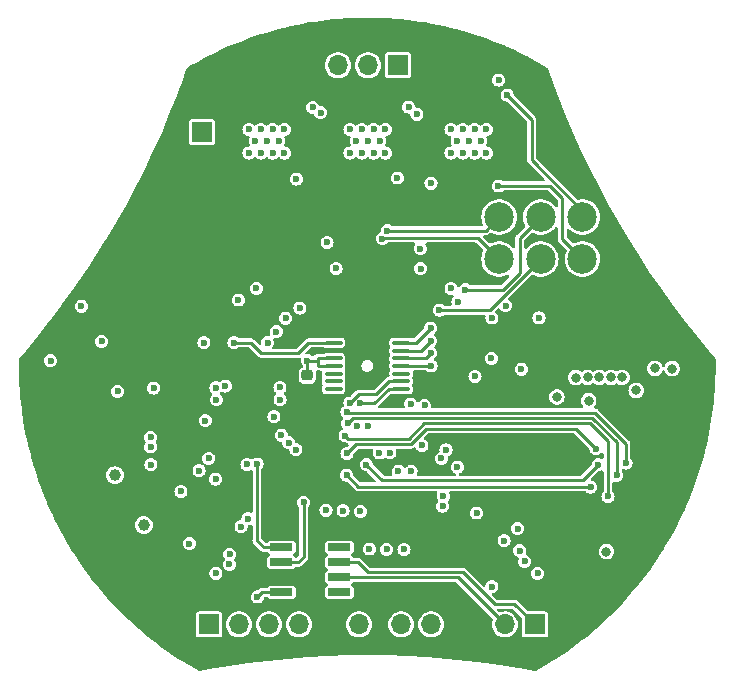
<source format=gbr>
%TF.GenerationSoftware,KiCad,Pcbnew,7.0.9*%
%TF.CreationDate,2023-12-12T05:21:09-05:00*%
%TF.ProjectId,MotorDriver,4d6f746f-7244-4726-9976-65722e6b6963,rev?*%
%TF.SameCoordinates,Original*%
%TF.FileFunction,Copper,L4,Bot*%
%TF.FilePolarity,Positive*%
%FSLAX46Y46*%
G04 Gerber Fmt 4.6, Leading zero omitted, Abs format (unit mm)*
G04 Created by KiCad (PCBNEW 7.0.9) date 2023-12-12 05:21:09*
%MOMM*%
%LPD*%
G01*
G04 APERTURE LIST*
G04 Aperture macros list*
%AMRoundRect*
0 Rectangle with rounded corners*
0 $1 Rounding radius*
0 $2 $3 $4 $5 $6 $7 $8 $9 X,Y pos of 4 corners*
0 Add a 4 corners polygon primitive as box body*
4,1,4,$2,$3,$4,$5,$6,$7,$8,$9,$2,$3,0*
0 Add four circle primitives for the rounded corners*
1,1,$1+$1,$2,$3*
1,1,$1+$1,$4,$5*
1,1,$1+$1,$6,$7*
1,1,$1+$1,$8,$9*
0 Add four rect primitives between the rounded corners*
20,1,$1+$1,$2,$3,$4,$5,0*
20,1,$1+$1,$4,$5,$6,$7,0*
20,1,$1+$1,$6,$7,$8,$9,0*
20,1,$1+$1,$8,$9,$2,$3,0*%
G04 Aperture macros list end*
%TA.AperFunction,SMDPad,CuDef*%
%ADD10RoundRect,0.225000X0.250000X-0.225000X0.250000X0.225000X-0.250000X0.225000X-0.250000X-0.225000X0*%
%TD*%
%TA.AperFunction,ComponentPad*%
%ADD11R,1.700000X1.700000*%
%TD*%
%TA.AperFunction,ComponentPad*%
%ADD12O,1.700000X1.700000*%
%TD*%
%TA.AperFunction,ComponentPad*%
%ADD13C,1.007000*%
%TD*%
%TA.AperFunction,SMDPad,CuDef*%
%ADD14C,2.500000*%
%TD*%
%TA.AperFunction,SMDPad,CuDef*%
%ADD15RoundRect,0.042000X-0.908000X-0.258000X0.908000X-0.258000X0.908000X0.258000X-0.908000X0.258000X0*%
%TD*%
%TA.AperFunction,SMDPad,CuDef*%
%ADD16RoundRect,0.100000X0.637500X0.100000X-0.637500X0.100000X-0.637500X-0.100000X0.637500X-0.100000X0*%
%TD*%
%TA.AperFunction,ViaPad*%
%ADD17C,0.800000*%
%TD*%
%TA.AperFunction,ViaPad*%
%ADD18C,0.600000*%
%TD*%
%TA.AperFunction,Conductor*%
%ADD19C,0.250000*%
%TD*%
G04 APERTURE END LIST*
D10*
%TO.P,C10,1*%
%TO.N,GND*%
X78740000Y-136982200D03*
%TO.P,C10,2*%
%TO.N,+3.3V*%
X78740000Y-135432200D03*
%TD*%
D11*
%TO.P,J2,1,Pin_1*%
%TO.N,/Microcontroller/NRST*%
X70408800Y-156514800D03*
D12*
%TO.P,J2,2,Pin_2*%
%TO.N,/Microcontroller/TCK*%
X72948800Y-156514800D03*
%TO.P,J2,3,Pin_3*%
%TO.N,/Microcontroller/TMS*%
X75488800Y-156514800D03*
%TO.P,J2,4,Pin_4*%
%TO.N,/Microcontroller/SWO*%
X78028800Y-156514800D03*
%TO.P,J2,5,Pin_5*%
%TO.N,GND*%
X80568800Y-156514800D03*
%TO.P,J2,6,Pin_6*%
%TO.N,+3.3V*%
X83108800Y-156514800D03*
%TD*%
D11*
%TO.P,J3,1,Pin_1*%
%TO.N,Net-(J3-Pin_1)*%
X97998200Y-156514800D03*
D12*
%TO.P,J3,2,Pin_2*%
%TO.N,Net-(J3-Pin_2)*%
X95458200Y-156514800D03*
%TD*%
D11*
%TO.P,J4,1,Pin_1*%
%TO.N,Vdrive*%
X69824600Y-114838400D03*
D12*
%TO.P,J4,2,Pin_2*%
%TO.N,GND*%
X69824600Y-112298400D03*
%TD*%
D11*
%TO.P,J5,1,Pin_1*%
%TO.N,/MotorController/MOTA*%
X86410800Y-109169200D03*
D12*
%TO.P,J5,2,Pin_2*%
%TO.N,/MotorController/MOTB*%
X83870800Y-109169200D03*
%TO.P,J5,3,Pin_3*%
%TO.N,/MotorController/MOTC*%
X81330800Y-109169200D03*
%TD*%
D11*
%TO.P,J1,1,Pin_1*%
%TO.N,GND*%
X91770200Y-156514800D03*
D12*
%TO.P,J1,2,Pin_2*%
%TO.N,/Microcontroller/UART_RX*%
X89230200Y-156514800D03*
%TO.P,J1,3,Pin_3*%
%TO.N,/Microcontroller/UART_TX*%
X86690200Y-156514800D03*
%TD*%
D13*
%TO.P,Y2,1*%
%TO.N,Net-(C2-Pad2)*%
X64894800Y-148106841D03*
%TO.P,Y2,2*%
%TO.N,Net-(C1-Pad2)*%
X62454800Y-143880637D03*
%TD*%
D14*
%TO.P,TP5,1,1*%
%TO.N,/MotorController/GHA*%
X102031800Y-122021600D03*
%TD*%
%TO.P,TP9,1,1*%
%TO.N,/MotorController/GLB*%
X98501200Y-125577600D03*
%TD*%
D15*
%TO.P,U2,1,TXD*%
%TO.N,/Microcontroller/CAN2_TX*%
X76547800Y-153797000D03*
%TO.P,U2,2,GND*%
%TO.N,GND*%
X76547800Y-152527000D03*
%TO.P,U2,3,VCC*%
%TO.N,+3.3V*%
X76547800Y-151257000D03*
%TO.P,U2,4,RXD*%
%TO.N,/Microcontroller/CAN2_RX*%
X76547800Y-149987000D03*
%TO.P,U2,5,~{SIL}*%
%TO.N,/Microcontroller/CAN2_Silent*%
X81457800Y-149987000D03*
%TO.P,U2,6,CANL*%
%TO.N,Net-(J3-Pin_1)*%
X81457800Y-151257000D03*
%TO.P,U2,7,CANH*%
%TO.N,Net-(J3-Pin_2)*%
X81457800Y-152527000D03*
%TO.P,U2,8,STBY*%
%TO.N,/Microcontroller/CAN2_Standby*%
X81457800Y-153797000D03*
%TD*%
D14*
%TO.P,TP11,1,1*%
%TO.N,/MotorController/GHC*%
X94970600Y-122021600D03*
%TD*%
%TO.P,TP12,1,1*%
%TO.N,/MotorController/GLC*%
X94970600Y-125577600D03*
%TD*%
%TO.P,TP6,1,1*%
%TO.N,/MotorController/GLA*%
X102031800Y-125577600D03*
%TD*%
%TO.P,TP8,1,1*%
%TO.N,/MotorController/GHB*%
X98501200Y-122021600D03*
%TD*%
D16*
%TO.P,U3,1,CSn*%
%TO.N,/Encoder/SPI3.CS*%
X86682500Y-132670000D03*
%TO.P,U3,2,CLK*%
%TO.N,/Encoder/SPI3.SCK*%
X86682500Y-133320000D03*
%TO.P,U3,3,MISO*%
%TO.N,/Encoder/SPI3.MISO*%
X86682500Y-133970000D03*
%TO.P,U3,4,MOSI*%
%TO.N,/Encoder/SPI3.MOSI*%
X86682500Y-134620000D03*
%TO.P,U3,5,TEST*%
%TO.N,unconnected-(U3-TEST-Pad5)*%
X86682500Y-135270000D03*
%TO.P,U3,6,B*%
%TO.N,/Encoder/M1_ENC.B*%
X86682500Y-135920000D03*
%TO.P,U3,7,A*%
%TO.N,/Encoder/M1_ENC.A*%
X86682500Y-136570000D03*
%TO.P,U3,8,W/PWM*%
%TO.N,unconnected-(U3-W{slash}PWM-Pad8)*%
X80957500Y-136570000D03*
%TO.P,U3,9,V*%
%TO.N,unconnected-(U3-V-Pad9)*%
X80957500Y-135920000D03*
%TO.P,U3,10,U*%
%TO.N,unconnected-(U3-U-Pad10)*%
X80957500Y-135270000D03*
%TO.P,U3,11,VDD*%
%TO.N,+3.3V*%
X80957500Y-134620000D03*
%TO.P,U3,12,3V3*%
X80957500Y-133970000D03*
%TO.P,U3,13,GND*%
%TO.N,GND*%
X80957500Y-133320000D03*
%TO.P,U3,14,I/PWM*%
%TO.N,/Encoder/M1_ENC.I*%
X80957500Y-132670000D03*
%TD*%
D17*
%TO.N,GND*%
X70789800Y-131902200D03*
X106629200Y-138303000D03*
X94919800Y-108381800D03*
X96621600Y-109270800D03*
X98348800Y-110236000D03*
D18*
%TO.N,Vdrive*%
X59613800Y-129565400D03*
D17*
X105384600Y-135585200D03*
X104444800Y-135585200D03*
X103454200Y-135585200D03*
X102463600Y-135585200D03*
X101473000Y-135610600D03*
%TO.N,GND*%
X99466400Y-136093200D03*
%TO.N,Net-(U4-FB)*%
X102565200Y-137566400D03*
X99872800Y-137261600D03*
%TO.N,+3.3V*%
X106578400Y-136702800D03*
X109626400Y-134848600D03*
X108153200Y-134823200D03*
X104063800Y-150342600D03*
D18*
%TO.N,GND*%
X96799400Y-140970000D03*
X95560767Y-140970000D03*
X97967052Y-140970000D03*
X71678800Y-110617000D03*
X71755000Y-109270800D03*
X70561200Y-109855000D03*
%TO.N,/Microcontroller/CAN2_TX*%
X74508700Y-154178501D03*
X73631460Y-142967637D03*
%TO.N,/Microcontroller/CAN2_RX*%
X74472800Y-142925800D03*
%TO.N,/MotorController/GLB*%
X89204799Y-119151400D03*
X86370800Y-118708800D03*
X89923200Y-129895601D03*
%TO.N,/MotorController/GHB*%
X92115800Y-128168401D03*
%TO.N,/MotorController/GLC*%
X85094263Y-123840187D03*
%TO.N,/MotorController/GHC*%
X85521800Y-123164601D03*
%TO.N,/MotorController/GHB*%
X87325200Y-112699801D03*
%TO.N,/MotorController/GLB*%
X88435633Y-141352344D03*
%TO.N,/MotorController/GHB*%
X90478111Y-141733117D03*
%TO.N,/MotorController/GLC*%
X84836000Y-141988500D03*
X77800200Y-118795801D03*
X91437089Y-143176890D03*
%TO.N,/MotorController/GHC*%
X90076100Y-142447204D03*
X85727631Y-141978381D03*
X79199641Y-112728206D03*
%TO.N,/Encoder/M1_ENC.A*%
X83207489Y-137792090D03*
X71783870Y-136332301D03*
%TO.N,/Encoder/M1_ENC.B*%
X82346800Y-137769601D03*
X70993000Y-136474201D03*
%TO.N,Net-(D1-A)*%
X77764300Y-141723926D03*
X83235800Y-146939001D03*
%TO.N,Net-(D2-A)*%
X77154700Y-141111901D03*
X81762600Y-146888201D03*
%TO.N,Net-(D3-A)*%
X80314800Y-146837401D03*
X76532400Y-140487401D03*
%TO.N,/Microcontroller/SEN.ISENA*%
X65487999Y-142983400D03*
%TO.N,/Microcontroller/SEN.ISENB*%
X65485088Y-141476017D03*
%TO.N,/Microcontroller/SEN.ISENC*%
X65467311Y-140676712D03*
X83997800Y-150114001D03*
%TO.N,/Microcontroller/SEN.ISENA*%
X86918800Y-150164801D03*
%TO.N,/Microcontroller/SEN.ISENB*%
X85445600Y-150164801D03*
%TO.N,+3.3V*%
X56997600Y-134188201D03*
%TO.N,/Microcontroller/NRST*%
X70090700Y-139247798D03*
%TO.N,/Microcontroller/UART_RX*%
X68760300Y-149682201D03*
%TO.N,/Microcontroller/UART_TX*%
X68035800Y-145237201D03*
%TO.N,/Microcontroller/TCK*%
X76413893Y-136435501D03*
%TO.N,/Microcontroller/TMS*%
X76428600Y-137490201D03*
%TO.N,/Microcontroller/SWO*%
X75907900Y-138925301D03*
%TO.N,Vdrive*%
X84353504Y-116604800D03*
X74320296Y-115598084D03*
X84870800Y-115598084D03*
X91421304Y-115598084D03*
X92904008Y-114604800D03*
X91904008Y-116604800D03*
X94361000Y-130556000D03*
X82353504Y-116604800D03*
X96850200Y-134899400D03*
X92904008Y-116604800D03*
X90904008Y-116604800D03*
X76320296Y-115598084D03*
X83353504Y-116604800D03*
X90904008Y-114604800D03*
X92421304Y-115598084D03*
X76803000Y-116604800D03*
X74803000Y-116604800D03*
X91904008Y-114604800D03*
X82870800Y-115598084D03*
X83870800Y-115598084D03*
X93904008Y-114604800D03*
X93421304Y-115598084D03*
X98348800Y-130556000D03*
X73803000Y-116604800D03*
X93904008Y-116604800D03*
X75320296Y-115598084D03*
X83353504Y-114604800D03*
X85353504Y-114604800D03*
X85353504Y-116604800D03*
X75803000Y-114604800D03*
X82353504Y-114604800D03*
X74803000Y-114604800D03*
X75803000Y-116604800D03*
X73803000Y-114604800D03*
X76803000Y-114604800D03*
X84353504Y-114604800D03*
%TO.N,GND*%
X97978033Y-142120000D03*
X95571748Y-142120000D03*
X96774000Y-143230600D03*
X97942400Y-143230600D03*
X95580200Y-143230600D03*
X96810381Y-142120000D03*
%TO.N,+3.3V*%
X70967600Y-144195800D03*
X93065600Y-147066000D03*
X78740000Y-134188200D03*
X69977000Y-132664200D03*
X65735200Y-136499600D03*
X94361000Y-153314401D03*
X78435200Y-146177000D03*
%TO.N,/Encoder/SPI3.CS*%
X89179400Y-131419600D03*
X78105000Y-129717798D03*
%TO.N,/Encoder/SPI3.SCK*%
X89179400Y-132486400D03*
X76911200Y-130581400D03*
%TO.N,/Encoder/SPI3.MISO*%
X89179400Y-133536403D03*
X76112813Y-131710918D03*
%TO.N,/Encoder/SPI3.MOSI*%
X75365759Y-132642731D03*
X89204800Y-134620000D03*
%TO.N,/Encoder/M1_ENC.I*%
X72529698Y-132651498D03*
%TO.N,/MotorController/SPC*%
X91490800Y-129204900D03*
X90243289Y-145646512D03*
X72898000Y-129032000D03*
%TO.N,/MotorController/SNC*%
X90195400Y-146481801D03*
X74422898Y-128065902D03*
X90906600Y-128066801D03*
%TO.N,/MotorController/SPA*%
X87477600Y-137845800D03*
X88315800Y-124688600D03*
%TO.N,/MotorController/SNA*%
X88666906Y-137970900D03*
X88341204Y-126390400D03*
%TO.N,/MotorController/SPB*%
X80416400Y-124155200D03*
X82981800Y-139669900D03*
%TO.N,/MotorController/SNB*%
X83864978Y-139669900D03*
X81178400Y-126365000D03*
%TO.N,Net-(U6-SH)*%
X88011000Y-113309400D03*
X87528400Y-143535400D03*
%TO.N,Net-(U8-SH)*%
X79857600Y-113182401D03*
X86436200Y-143535400D03*
%TO.N,/MotorController/GHA*%
X94310200Y-133985000D03*
X95656400Y-111683800D03*
%TO.N,/MotorController/GLA*%
X94919800Y-119380000D03*
X92930894Y-135495337D03*
%TO.N,/Microcontroller/DRV.INLC*%
X82092800Y-142036798D03*
X103164685Y-141627900D03*
%TO.N,/Microcontroller/DRV.INLB*%
X103378000Y-142976600D03*
X83743800Y-142976600D03*
%TO.N,/Microcontroller/DRV.INLA*%
X102717600Y-144881600D03*
X82067400Y-143865600D03*
%TO.N,/Microcontroller/DRV.ENABLE*%
X70992996Y-152171400D03*
X71045353Y-137491754D03*
X98247196Y-152196800D03*
%TO.N,/Microcontroller/DRV.INHA*%
X104190800Y-145669000D03*
X81933922Y-140521468D03*
%TO.N,/Microcontroller/DRV.INHB*%
X82143600Y-139478202D03*
X104933077Y-143901336D03*
%TO.N,/Microcontroller/DRV.INHC*%
X105714794Y-142849600D03*
X82092800Y-138531600D03*
%TO.N,/Microcontroller/SEN.VSENVM*%
X61315600Y-132537200D03*
X69570600Y-143484600D03*
%TO.N,/Microcontroller/SPI1.CS*%
X97129600Y-151180798D03*
X72136000Y-151434801D03*
%TO.N,/Microcontroller/SPI1.SCK*%
X96722146Y-150265230D03*
X72158489Y-150574112D03*
%TO.N,/Microcontroller/SPI1.MISO*%
X95402406Y-149428200D03*
X73126600Y-148244622D03*
%TO.N,/Microcontroller/SPI1.MOSI*%
X96545400Y-148412200D03*
X73710800Y-147548601D03*
%TO.N,Net-(U5-SH)*%
X94945200Y-110413800D03*
X95516100Y-129514600D03*
%TO.N,/Microcontroller/VDDA*%
X62687200Y-136779000D03*
X70395500Y-142443200D03*
%TD*%
D19*
%TO.N,+3.3V*%
X79603600Y-134188200D02*
X78740000Y-134188200D01*
X79629000Y-134620000D02*
X79629000Y-133985000D01*
X80942500Y-133985000D02*
X79629000Y-133985000D01*
X80957500Y-134620000D02*
X79629000Y-134620000D01*
X78740000Y-135432200D02*
X78740000Y-134188200D01*
X78435200Y-150799800D02*
X78435200Y-146177000D01*
X77978000Y-151257000D02*
X78435200Y-150799800D01*
X76547800Y-151257000D02*
X77978000Y-151257000D01*
%TO.N,/Microcontroller/CAN2_RX*%
X74472800Y-149428200D02*
X74472800Y-142925800D01*
X75031600Y-149987000D02*
X74472800Y-149428200D01*
X76547800Y-149987000D02*
X75031600Y-149987000D01*
%TO.N,/Microcontroller/CAN2_TX*%
X74890201Y-153797000D02*
X74508700Y-154178501D01*
X75311000Y-153797000D02*
X74890201Y-153797000D01*
X76547800Y-153797000D02*
X75311000Y-153797000D01*
%TO.N,Net-(J3-Pin_1)*%
X94589600Y-154787600D02*
X96271000Y-154787600D01*
X83032600Y-151257000D02*
X83852600Y-152077000D01*
X91879000Y-152077000D02*
X94589600Y-154787600D01*
X96271000Y-154787600D02*
X97998200Y-156514800D01*
X81457800Y-151257000D02*
X83032600Y-151257000D01*
X83852600Y-152077000D02*
X91879000Y-152077000D01*
%TO.N,Net-(J3-Pin_2)*%
X91470400Y-152527000D02*
X95458200Y-156514800D01*
X81457800Y-152527000D02*
X91470400Y-152527000D01*
%TO.N,/MotorController/GHA*%
X97739200Y-117194205D02*
X97739200Y-113766600D01*
X102031800Y-121486805D02*
X97739200Y-117194205D01*
X97739200Y-113766600D02*
X95656400Y-111683800D01*
X102031800Y-122021600D02*
X102031800Y-121486805D01*
%TO.N,/MotorController/GHC*%
X93827599Y-123164601D02*
X94970600Y-122021600D01*
X85521800Y-123164601D02*
X93827599Y-123164601D01*
%TO.N,/MotorController/GLC*%
X85043677Y-123789601D02*
X93182601Y-123789601D01*
X85094263Y-123840187D02*
X85043677Y-123789601D01*
X93182601Y-123789601D02*
X94970600Y-125577600D01*
%TO.N,/MotorController/GHB*%
X95274003Y-128168401D02*
X92115800Y-128168401D01*
X96723200Y-126719204D02*
X95274003Y-128168401D01*
X96723200Y-123799600D02*
X96723200Y-126719204D01*
X98501200Y-122021600D02*
X96723200Y-123799600D01*
%TO.N,/MotorController/GLB*%
X98501200Y-125577600D02*
X94183199Y-129895601D01*
X94183199Y-129895601D02*
X89923200Y-129895601D01*
%TO.N,/Encoder/M1_ENC.A*%
X84408507Y-137792090D02*
X85630597Y-136570000D01*
X83207489Y-137792090D02*
X84408507Y-137792090D01*
X85630597Y-136570000D02*
X86682500Y-136570000D01*
%TO.N,/Encoder/M1_ENC.B*%
X85644201Y-135920000D02*
X86682500Y-135920000D01*
X84531200Y-137033001D02*
X85644201Y-135920000D01*
X83083400Y-137033001D02*
X84531200Y-137033001D01*
X82346800Y-137769601D02*
X83083400Y-137033001D01*
%TO.N,/Microcontroller/DRV.INHB*%
X102874404Y-139045400D02*
X104933077Y-141104073D01*
X82576402Y-139045400D02*
X102874404Y-139045400D01*
X82143600Y-139478202D02*
X82576402Y-139045400D01*
X104933077Y-141104073D02*
X104933077Y-143901336D01*
%TO.N,/Microcontroller/DRV.INHA*%
X87310805Y-140805200D02*
X82217654Y-140805200D01*
X82217654Y-140805200D02*
X81933922Y-140521468D01*
X102688008Y-139495400D02*
X88620605Y-139495400D01*
X104190800Y-140998192D02*
X102688008Y-139495400D01*
X88620605Y-139495400D02*
X87310805Y-140805200D01*
X104190800Y-145669000D02*
X104190800Y-140998192D01*
%TO.N,/Microcontroller/DRV.INLC*%
X87497201Y-141255200D02*
X82874398Y-141255200D01*
X82874398Y-141255200D02*
X82092800Y-142036798D01*
X88807001Y-139945400D02*
X87497201Y-141255200D01*
X103164685Y-141627900D02*
X101482185Y-139945400D01*
X101482185Y-139945400D02*
X88807001Y-139945400D01*
%TO.N,/MotorController/GLA*%
X100330000Y-120421401D02*
X99288599Y-119380000D01*
X100330000Y-123875800D02*
X100330000Y-120421401D01*
X102031800Y-125577600D02*
X100330000Y-123875800D01*
X99288599Y-119380000D02*
X94919800Y-119380000D01*
%TO.N,/Microcontroller/DRV.INHC*%
X82181400Y-138595400D02*
X103060800Y-138595400D01*
X105714794Y-141249394D02*
X105714794Y-142849600D01*
X82105200Y-138519200D02*
X82181400Y-138595400D01*
X103060800Y-138595400D02*
X105714794Y-141249394D01*
%TO.N,+3.3V*%
X80957500Y-133970000D02*
X80942500Y-133985000D01*
%TO.N,/Encoder/SPI3.CS*%
X86682500Y-132670000D02*
X87929000Y-132670000D01*
X87929000Y-132670000D02*
X89179400Y-131419600D01*
%TO.N,/Encoder/SPI3.SCK*%
X86682500Y-133320000D02*
X88345800Y-133320000D01*
X88345800Y-133320000D02*
X89179400Y-132486400D01*
%TO.N,/Encoder/SPI3.MISO*%
X86682500Y-133970000D02*
X88745803Y-133970000D01*
X88745803Y-133970000D02*
X89179400Y-133536403D01*
%TO.N,/Encoder/SPI3.MOSI*%
X86682500Y-134620000D02*
X89204800Y-134620000D01*
%TO.N,/Encoder/M1_ENC.I*%
X78835800Y-132670000D02*
X77952600Y-133553200D01*
X73926698Y-132651498D02*
X72529698Y-132651498D01*
X77952600Y-133553200D02*
X74828400Y-133553200D01*
X74828400Y-133553200D02*
X73926698Y-132651498D01*
X80957500Y-132670000D02*
X78835800Y-132670000D01*
%TO.N,/Microcontroller/DRV.INLB*%
X103378000Y-142976600D02*
X102041800Y-144312800D01*
X102041800Y-144312800D02*
X85080000Y-144312800D01*
X85080000Y-144312800D02*
X83743800Y-142976600D01*
%TO.N,/Microcontroller/DRV.INLA*%
X102692200Y-144856200D02*
X102717600Y-144881600D01*
X82067400Y-143865600D02*
X83058000Y-144856200D01*
X83058000Y-144856200D02*
X102692200Y-144856200D01*
%TD*%
%TA.AperFunction,Conductor*%
%TO.N,GND*%
G36*
X84594268Y-105134054D02*
G01*
X85150520Y-105153601D01*
X85645759Y-105180592D01*
X86201200Y-105219678D01*
X86694701Y-105264583D01*
X87248914Y-105323202D01*
X87739873Y-105385912D01*
X88292349Y-105464053D01*
X88779773Y-105544384D01*
X89292215Y-105635322D01*
X89330088Y-105642044D01*
X89402834Y-105656762D01*
X89813111Y-105739773D01*
X90360952Y-105856977D01*
X90838405Y-105971761D01*
X91383483Y-106108556D01*
X91854333Y-106239999D01*
X92361390Y-106386362D01*
X92396374Y-106396460D01*
X92859337Y-106544009D01*
X92933656Y-106568319D01*
X93398468Y-106720364D01*
X93851657Y-106883139D01*
X94388327Y-107079809D01*
X94829448Y-107256574D01*
X95364770Y-107474366D01*
X95649233Y-107600521D01*
X95789939Y-107662922D01*
X95898111Y-107711425D01*
X96326537Y-107903530D01*
X96727844Y-108099227D01*
X97272394Y-108366752D01*
X97380878Y-108424618D01*
X97628027Y-108556449D01*
X98201143Y-108863448D01*
X98361580Y-108956658D01*
X99059613Y-109362745D01*
X99107662Y-109413471D01*
X99114398Y-109429252D01*
X99375190Y-110180307D01*
X99375191Y-110180310D01*
X99962301Y-111756874D01*
X100584390Y-113319965D01*
X101241151Y-114868809D01*
X101932255Y-116402636D01*
X102657362Y-117920685D01*
X103416110Y-119422202D01*
X104208123Y-120906441D01*
X105033007Y-122372667D01*
X105890354Y-123820150D01*
X106779738Y-125248172D01*
X107700716Y-126656025D01*
X108652833Y-128043010D01*
X109635614Y-129408437D01*
X110648573Y-130751629D01*
X111691206Y-132071920D01*
X112762996Y-133368653D01*
X113249253Y-133930968D01*
X113283027Y-133970024D01*
X113311988Y-134033609D01*
X113313231Y-134050723D01*
X113315908Y-134861703D01*
X113316402Y-135043792D01*
X113295682Y-135694598D01*
X113282181Y-136096460D01*
X113241557Y-136702298D01*
X113210415Y-137147226D01*
X113150446Y-137732650D01*
X113101199Y-138194719D01*
X113022110Y-138767518D01*
X112954673Y-139237633D01*
X112856618Y-139800974D01*
X112771032Y-140274605D01*
X112654148Y-140829904D01*
X112550506Y-141304352D01*
X112414932Y-141852211D01*
X112293388Y-142325516D01*
X112139281Y-142866091D01*
X111999995Y-143336855D01*
X111827534Y-143870029D01*
X111670726Y-144337005D01*
X111480060Y-144862655D01*
X111305994Y-145324736D01*
X111097345Y-145842469D01*
X110906265Y-146298791D01*
X110679853Y-146808225D01*
X110472059Y-147257916D01*
X110228112Y-147758640D01*
X110003942Y-148200876D01*
X109742694Y-148692474D01*
X109502540Y-149126436D01*
X109224216Y-149608507D01*
X108975923Y-150021088D01*
X108968484Y-150033448D01*
X108913426Y-150121517D01*
X108673336Y-150505551D01*
X108402462Y-150920760D01*
X108090789Y-151382397D01*
X107805223Y-151787224D01*
X107477276Y-152237980D01*
X107177593Y-152631670D01*
X106833583Y-153071185D01*
X106520407Y-153453014D01*
X106160534Y-153880936D01*
X105834546Y-154250200D01*
X105459004Y-154666176D01*
X105120962Y-155022174D01*
X104729873Y-155425912D01*
X104380759Y-155767818D01*
X103974050Y-156159192D01*
X103615085Y-156486084D01*
X103192528Y-156865044D01*
X102825225Y-157175911D01*
X102386311Y-157542561D01*
X102012979Y-157835957D01*
X101556386Y-158190911D01*
X101180890Y-158464562D01*
X100703847Y-158809233D01*
X100334075Y-159058684D01*
X99829744Y-159396766D01*
X99488404Y-159609431D01*
X98935218Y-159952736D01*
X98777375Y-160043297D01*
X98073604Y-160446528D01*
X98005650Y-160462776D01*
X97988615Y-160460720D01*
X97207798Y-160311046D01*
X95548899Y-160031216D01*
X93884178Y-159788416D01*
X92214460Y-159582764D01*
X90540574Y-159414365D01*
X88863352Y-159283301D01*
X87183627Y-159189637D01*
X85502232Y-159133420D01*
X83820001Y-159114678D01*
X82137770Y-159133420D01*
X80456375Y-159189637D01*
X78776650Y-159283301D01*
X77099428Y-159414365D01*
X75425542Y-159582764D01*
X73755824Y-159788416D01*
X72091103Y-160031216D01*
X70432204Y-160311046D01*
X69651384Y-160460720D01*
X69581838Y-160454008D01*
X69566395Y-160446528D01*
X68865649Y-160045029D01*
X68704730Y-159952703D01*
X68153093Y-159610361D01*
X67810166Y-159396706D01*
X67306825Y-159059289D01*
X66936081Y-158809183D01*
X66459741Y-158465019D01*
X66083524Y-158190842D01*
X65627560Y-157836377D01*
X65253597Y-157542485D01*
X65070434Y-157389478D01*
X69308300Y-157389478D01*
X69322832Y-157462535D01*
X69322833Y-157462539D01*
X69322834Y-157462540D01*
X69378199Y-157545401D01*
X69461060Y-157600766D01*
X69461064Y-157600767D01*
X69534121Y-157615299D01*
X69534124Y-157615300D01*
X69534126Y-157615300D01*
X71283476Y-157615300D01*
X71283477Y-157615299D01*
X71356540Y-157600766D01*
X71439401Y-157545401D01*
X71494766Y-157462540D01*
X71509300Y-157389474D01*
X71509300Y-156514800D01*
X71843585Y-156514800D01*
X71862402Y-156717882D01*
X71918217Y-156914047D01*
X71918222Y-156914060D01*
X72009127Y-157096621D01*
X72132037Y-157259381D01*
X72282758Y-157396780D01*
X72282760Y-157396782D01*
X72381941Y-157458192D01*
X72456163Y-157504148D01*
X72646344Y-157577824D01*
X72846824Y-157615300D01*
X72846826Y-157615300D01*
X73050774Y-157615300D01*
X73050776Y-157615300D01*
X73251256Y-157577824D01*
X73441437Y-157504148D01*
X73614841Y-157396781D01*
X73765564Y-157259379D01*
X73888473Y-157096621D01*
X73979382Y-156914050D01*
X74035197Y-156717883D01*
X74054015Y-156514800D01*
X74383585Y-156514800D01*
X74402402Y-156717882D01*
X74458217Y-156914047D01*
X74458222Y-156914060D01*
X74549127Y-157096621D01*
X74672037Y-157259381D01*
X74822758Y-157396780D01*
X74822760Y-157396782D01*
X74921941Y-157458192D01*
X74996163Y-157504148D01*
X75186344Y-157577824D01*
X75386824Y-157615300D01*
X75386826Y-157615300D01*
X75590774Y-157615300D01*
X75590776Y-157615300D01*
X75791256Y-157577824D01*
X75981437Y-157504148D01*
X76154841Y-157396781D01*
X76305564Y-157259379D01*
X76428473Y-157096621D01*
X76519382Y-156914050D01*
X76575197Y-156717883D01*
X76594015Y-156514800D01*
X76923585Y-156514800D01*
X76942402Y-156717882D01*
X76998217Y-156914047D01*
X76998222Y-156914060D01*
X77089127Y-157096621D01*
X77212037Y-157259381D01*
X77362758Y-157396780D01*
X77362760Y-157396782D01*
X77461941Y-157458192D01*
X77536163Y-157504148D01*
X77726344Y-157577824D01*
X77926824Y-157615300D01*
X77926826Y-157615300D01*
X78130774Y-157615300D01*
X78130776Y-157615300D01*
X78331256Y-157577824D01*
X78521437Y-157504148D01*
X78694841Y-157396781D01*
X78845564Y-157259379D01*
X78968473Y-157096621D01*
X79059382Y-156914050D01*
X79115197Y-156717883D01*
X79134015Y-156514800D01*
X82003585Y-156514800D01*
X82022402Y-156717882D01*
X82078217Y-156914047D01*
X82078222Y-156914060D01*
X82169127Y-157096621D01*
X82292037Y-157259381D01*
X82442758Y-157396780D01*
X82442760Y-157396782D01*
X82541941Y-157458192D01*
X82616163Y-157504148D01*
X82806344Y-157577824D01*
X83006824Y-157615300D01*
X83006826Y-157615300D01*
X83210774Y-157615300D01*
X83210776Y-157615300D01*
X83411256Y-157577824D01*
X83601437Y-157504148D01*
X83774841Y-157396781D01*
X83925564Y-157259379D01*
X84048473Y-157096621D01*
X84139382Y-156914050D01*
X84195197Y-156717883D01*
X84214015Y-156514800D01*
X85584985Y-156514800D01*
X85603802Y-156717882D01*
X85659617Y-156914047D01*
X85659622Y-156914060D01*
X85750527Y-157096621D01*
X85873437Y-157259381D01*
X86024158Y-157396780D01*
X86024160Y-157396782D01*
X86123341Y-157458192D01*
X86197563Y-157504148D01*
X86387744Y-157577824D01*
X86588224Y-157615300D01*
X86588226Y-157615300D01*
X86792174Y-157615300D01*
X86792176Y-157615300D01*
X86992656Y-157577824D01*
X87182837Y-157504148D01*
X87356241Y-157396781D01*
X87506964Y-157259379D01*
X87629873Y-157096621D01*
X87720782Y-156914050D01*
X87776597Y-156717883D01*
X87795415Y-156514800D01*
X88124985Y-156514800D01*
X88143802Y-156717882D01*
X88199617Y-156914047D01*
X88199622Y-156914060D01*
X88290527Y-157096621D01*
X88413437Y-157259381D01*
X88564158Y-157396780D01*
X88564160Y-157396782D01*
X88663341Y-157458192D01*
X88737563Y-157504148D01*
X88927744Y-157577824D01*
X89128224Y-157615300D01*
X89128226Y-157615300D01*
X89332174Y-157615300D01*
X89332176Y-157615300D01*
X89532656Y-157577824D01*
X89722837Y-157504148D01*
X89896241Y-157396781D01*
X90046964Y-157259379D01*
X90169873Y-157096621D01*
X90260782Y-156914050D01*
X90316597Y-156717883D01*
X90335415Y-156514800D01*
X90332785Y-156486422D01*
X90316597Y-156311717D01*
X90260782Y-156115550D01*
X90257802Y-156109566D01*
X90216472Y-156026564D01*
X90169873Y-155932979D01*
X90046964Y-155770221D01*
X90046962Y-155770218D01*
X89896241Y-155632819D01*
X89896239Y-155632817D01*
X89722842Y-155525455D01*
X89722835Y-155525451D01*
X89616350Y-155484199D01*
X89532656Y-155451776D01*
X89332176Y-155414300D01*
X89128224Y-155414300D01*
X88927744Y-155451776D01*
X88927741Y-155451776D01*
X88927741Y-155451777D01*
X88737564Y-155525451D01*
X88737557Y-155525455D01*
X88564160Y-155632817D01*
X88564158Y-155632819D01*
X88413437Y-155770218D01*
X88290527Y-155932978D01*
X88199622Y-156115539D01*
X88199617Y-156115552D01*
X88143802Y-156311717D01*
X88124985Y-156514799D01*
X88124985Y-156514800D01*
X87795415Y-156514800D01*
X87792785Y-156486422D01*
X87776597Y-156311717D01*
X87720782Y-156115550D01*
X87717802Y-156109566D01*
X87676472Y-156026564D01*
X87629873Y-155932979D01*
X87506964Y-155770221D01*
X87506962Y-155770218D01*
X87356241Y-155632819D01*
X87356239Y-155632817D01*
X87182842Y-155525455D01*
X87182835Y-155525451D01*
X87076350Y-155484199D01*
X86992656Y-155451776D01*
X86792176Y-155414300D01*
X86588224Y-155414300D01*
X86387744Y-155451776D01*
X86387741Y-155451776D01*
X86387741Y-155451777D01*
X86197564Y-155525451D01*
X86197557Y-155525455D01*
X86024160Y-155632817D01*
X86024158Y-155632819D01*
X85873437Y-155770218D01*
X85750527Y-155932978D01*
X85659622Y-156115539D01*
X85659617Y-156115552D01*
X85603802Y-156311717D01*
X85584985Y-156514799D01*
X85584985Y-156514800D01*
X84214015Y-156514800D01*
X84211385Y-156486422D01*
X84195197Y-156311717D01*
X84139382Y-156115550D01*
X84136402Y-156109566D01*
X84095072Y-156026564D01*
X84048473Y-155932979D01*
X83925564Y-155770221D01*
X83925562Y-155770218D01*
X83774841Y-155632819D01*
X83774839Y-155632817D01*
X83601442Y-155525455D01*
X83601435Y-155525451D01*
X83494950Y-155484199D01*
X83411256Y-155451776D01*
X83210776Y-155414300D01*
X83006824Y-155414300D01*
X82806344Y-155451776D01*
X82806341Y-155451776D01*
X82806341Y-155451777D01*
X82616164Y-155525451D01*
X82616157Y-155525455D01*
X82442760Y-155632817D01*
X82442758Y-155632819D01*
X82292037Y-155770218D01*
X82169127Y-155932978D01*
X82078222Y-156115539D01*
X82078217Y-156115552D01*
X82022402Y-156311717D01*
X82003585Y-156514799D01*
X82003585Y-156514800D01*
X79134015Y-156514800D01*
X79131385Y-156486422D01*
X79115197Y-156311717D01*
X79059382Y-156115550D01*
X79056402Y-156109566D01*
X79015072Y-156026564D01*
X78968473Y-155932979D01*
X78845564Y-155770221D01*
X78845562Y-155770218D01*
X78694841Y-155632819D01*
X78694839Y-155632817D01*
X78521442Y-155525455D01*
X78521435Y-155525451D01*
X78414950Y-155484199D01*
X78331256Y-155451776D01*
X78130776Y-155414300D01*
X77926824Y-155414300D01*
X77726344Y-155451776D01*
X77726341Y-155451776D01*
X77726341Y-155451777D01*
X77536164Y-155525451D01*
X77536157Y-155525455D01*
X77362760Y-155632817D01*
X77362758Y-155632819D01*
X77212037Y-155770218D01*
X77089127Y-155932978D01*
X76998222Y-156115539D01*
X76998217Y-156115552D01*
X76942402Y-156311717D01*
X76923585Y-156514799D01*
X76923585Y-156514800D01*
X76594015Y-156514800D01*
X76591385Y-156486422D01*
X76575197Y-156311717D01*
X76519382Y-156115550D01*
X76516402Y-156109566D01*
X76475072Y-156026564D01*
X76428473Y-155932979D01*
X76305564Y-155770221D01*
X76305562Y-155770218D01*
X76154841Y-155632819D01*
X76154839Y-155632817D01*
X75981442Y-155525455D01*
X75981435Y-155525451D01*
X75874950Y-155484199D01*
X75791256Y-155451776D01*
X75590776Y-155414300D01*
X75386824Y-155414300D01*
X75186344Y-155451776D01*
X75186341Y-155451776D01*
X75186341Y-155451777D01*
X74996164Y-155525451D01*
X74996157Y-155525455D01*
X74822760Y-155632817D01*
X74822758Y-155632819D01*
X74672037Y-155770218D01*
X74549127Y-155932978D01*
X74458222Y-156115539D01*
X74458217Y-156115552D01*
X74402402Y-156311717D01*
X74383585Y-156514799D01*
X74383585Y-156514800D01*
X74054015Y-156514800D01*
X74051385Y-156486422D01*
X74035197Y-156311717D01*
X73979382Y-156115550D01*
X73976402Y-156109566D01*
X73935072Y-156026564D01*
X73888473Y-155932979D01*
X73765564Y-155770221D01*
X73765562Y-155770218D01*
X73614841Y-155632819D01*
X73614839Y-155632817D01*
X73441442Y-155525455D01*
X73441435Y-155525451D01*
X73334950Y-155484199D01*
X73251256Y-155451776D01*
X73050776Y-155414300D01*
X72846824Y-155414300D01*
X72646344Y-155451776D01*
X72646341Y-155451776D01*
X72646341Y-155451777D01*
X72456164Y-155525451D01*
X72456157Y-155525455D01*
X72282760Y-155632817D01*
X72282758Y-155632819D01*
X72132037Y-155770218D01*
X72009127Y-155932978D01*
X71918222Y-156115539D01*
X71918217Y-156115552D01*
X71862402Y-156311717D01*
X71843585Y-156514799D01*
X71843585Y-156514800D01*
X71509300Y-156514800D01*
X71509300Y-155640126D01*
X71509300Y-155640123D01*
X71509299Y-155640121D01*
X71494767Y-155567064D01*
X71494766Y-155567060D01*
X71439401Y-155484199D01*
X71356540Y-155428834D01*
X71356539Y-155428833D01*
X71356535Y-155428832D01*
X71283477Y-155414300D01*
X71283474Y-155414300D01*
X69534126Y-155414300D01*
X69534123Y-155414300D01*
X69461064Y-155428832D01*
X69461060Y-155428833D01*
X69378199Y-155484199D01*
X69322833Y-155567060D01*
X69322832Y-155567064D01*
X69308300Y-155640121D01*
X69308300Y-157389478D01*
X65070434Y-157389478D01*
X64815202Y-157176268D01*
X64505391Y-156914060D01*
X64447368Y-156864952D01*
X64025291Y-156486422D01*
X63665841Y-156159088D01*
X63259543Y-155768109D01*
X62910047Y-155425830D01*
X62519236Y-155022379D01*
X62180921Y-154666094D01*
X62174844Y-154659363D01*
X61951616Y-154412100D01*
X61805639Y-154250405D01*
X61742162Y-154178501D01*
X73953450Y-154178501D01*
X73972370Y-154322209D01*
X73972371Y-154322213D01*
X74027837Y-154456123D01*
X74027838Y-154456125D01*
X74027839Y-154456126D01*
X74116079Y-154571122D01*
X74231075Y-154659362D01*
X74231076Y-154659362D01*
X74231077Y-154659363D01*
X74275713Y-154677851D01*
X74364991Y-154714831D01*
X74491980Y-154731549D01*
X74508699Y-154733751D01*
X74508700Y-154733751D01*
X74508701Y-154733751D01*
X74523677Y-154731779D01*
X74652409Y-154714831D01*
X74786325Y-154659362D01*
X74901321Y-154571122D01*
X74989561Y-154456126D01*
X75045030Y-154322210D01*
X75050546Y-154280313D01*
X75078813Y-154216417D01*
X75137138Y-154177947D01*
X75173485Y-154172500D01*
X75248340Y-154172500D01*
X75294240Y-154172500D01*
X75361279Y-154192185D01*
X75385510Y-154215713D01*
X75386183Y-154215041D01*
X75394308Y-154223166D01*
X75471634Y-154300492D01*
X75571672Y-154344663D01*
X75596125Y-154347500D01*
X77499474Y-154347499D01*
X77523928Y-154344663D01*
X77623966Y-154300492D01*
X77701292Y-154223166D01*
X77745463Y-154123128D01*
X77748300Y-154098675D01*
X77748300Y-154098667D01*
X80257300Y-154098667D01*
X80257302Y-154098690D01*
X80260136Y-154123125D01*
X80260137Y-154123128D01*
X80304307Y-154223165D01*
X80304308Y-154223166D01*
X80381634Y-154300492D01*
X80481672Y-154344663D01*
X80506125Y-154347500D01*
X82409474Y-154347499D01*
X82433928Y-154344663D01*
X82533966Y-154300492D01*
X82611292Y-154223166D01*
X82655463Y-154123128D01*
X82658300Y-154098675D01*
X82658299Y-153495326D01*
X82655463Y-153470872D01*
X82611292Y-153370834D01*
X82533966Y-153293508D01*
X82493030Y-153275433D01*
X82439655Y-153230346D01*
X82419128Y-153163560D01*
X82437967Y-153096278D01*
X82490191Y-153049862D01*
X82492953Y-153048600D01*
X82533966Y-153030492D01*
X82611292Y-152953166D01*
X82611292Y-152953165D01*
X82619417Y-152945041D01*
X82621029Y-152946653D01*
X82663184Y-152912241D01*
X82711360Y-152902500D01*
X91263501Y-152902500D01*
X91330540Y-152922185D01*
X91351182Y-152938819D01*
X94398490Y-155986128D01*
X94431975Y-156047451D01*
X94427532Y-156109566D01*
X94429187Y-156110037D01*
X94427618Y-156115548D01*
X94427618Y-156115550D01*
X94415230Y-156159088D01*
X94371802Y-156311717D01*
X94352985Y-156514799D01*
X94352985Y-156514800D01*
X94371802Y-156717882D01*
X94427617Y-156914047D01*
X94427622Y-156914060D01*
X94518527Y-157096621D01*
X94641437Y-157259381D01*
X94792158Y-157396780D01*
X94792160Y-157396782D01*
X94891341Y-157458192D01*
X94965563Y-157504148D01*
X95155744Y-157577824D01*
X95356224Y-157615300D01*
X95356226Y-157615300D01*
X95560174Y-157615300D01*
X95560176Y-157615300D01*
X95760656Y-157577824D01*
X95950837Y-157504148D01*
X96124241Y-157396781D01*
X96274964Y-157259379D01*
X96397873Y-157096621D01*
X96488782Y-156914050D01*
X96544597Y-156717883D01*
X96563415Y-156514800D01*
X96560785Y-156486422D01*
X96544597Y-156311717D01*
X96488782Y-156115550D01*
X96485802Y-156109566D01*
X96444472Y-156026564D01*
X96397873Y-155932979D01*
X96274964Y-155770221D01*
X96274962Y-155770218D01*
X96124241Y-155632819D01*
X96124239Y-155632817D01*
X95950842Y-155525455D01*
X95950835Y-155525451D01*
X95844350Y-155484199D01*
X95760656Y-155451776D01*
X95560176Y-155414300D01*
X95356224Y-155414300D01*
X95278484Y-155428832D01*
X95155736Y-155451777D01*
X95065643Y-155486679D01*
X94996020Y-155492540D01*
X94934280Y-155459830D01*
X94933170Y-155458733D01*
X94849218Y-155374781D01*
X94815733Y-155313458D01*
X94820717Y-155243766D01*
X94862589Y-155187833D01*
X94928053Y-155163416D01*
X94936899Y-155163100D01*
X96064101Y-155163100D01*
X96131140Y-155182785D01*
X96151782Y-155199419D01*
X96861381Y-155909018D01*
X96894866Y-155970341D01*
X96897700Y-155996699D01*
X96897700Y-157389478D01*
X96912232Y-157462535D01*
X96912233Y-157462539D01*
X96912234Y-157462540D01*
X96967599Y-157545401D01*
X97050460Y-157600766D01*
X97050464Y-157600767D01*
X97123521Y-157615299D01*
X97123524Y-157615300D01*
X97123526Y-157615300D01*
X98872876Y-157615300D01*
X98872877Y-157615299D01*
X98945940Y-157600766D01*
X99028801Y-157545401D01*
X99084166Y-157462540D01*
X99098700Y-157389474D01*
X99098700Y-155640126D01*
X99098700Y-155640123D01*
X99098699Y-155640121D01*
X99084167Y-155567064D01*
X99084166Y-155567060D01*
X99028801Y-155484199D01*
X98945940Y-155428834D01*
X98945939Y-155428833D01*
X98945935Y-155428832D01*
X98872877Y-155414300D01*
X98872874Y-155414300D01*
X97480099Y-155414300D01*
X97413060Y-155394615D01*
X97392418Y-155377981D01*
X96573149Y-154558711D01*
X96557022Y-154538852D01*
X96551086Y-154529767D01*
X96551083Y-154529763D01*
X96523074Y-154507963D01*
X96517310Y-154502872D01*
X96514515Y-154500077D01*
X96495505Y-154486506D01*
X96452189Y-154452790D01*
X96445274Y-154449048D01*
X96438200Y-154445590D01*
X96385596Y-154429929D01*
X96333658Y-154412099D01*
X96325923Y-154410808D01*
X96318085Y-154409831D01*
X96263244Y-154412100D01*
X94796499Y-154412100D01*
X94729460Y-154392415D01*
X94708818Y-154375781D01*
X94398904Y-154065867D01*
X94365419Y-154004544D01*
X94370403Y-153934852D01*
X94412275Y-153878919D01*
X94470399Y-153855248D01*
X94504709Y-153850731D01*
X94638625Y-153795262D01*
X94753621Y-153707022D01*
X94841861Y-153592026D01*
X94897330Y-153458110D01*
X94916250Y-153314401D01*
X94915433Y-153308199D01*
X94913499Y-153293507D01*
X94897330Y-153170692D01*
X94857554Y-153074663D01*
X94841862Y-153036778D01*
X94841861Y-153036777D01*
X94841861Y-153036776D01*
X94753621Y-152921780D01*
X94638625Y-152833540D01*
X94638624Y-152833539D01*
X94638622Y-152833538D01*
X94504712Y-152778072D01*
X94504710Y-152778071D01*
X94504709Y-152778071D01*
X94432854Y-152768611D01*
X94361001Y-152759151D01*
X94360999Y-152759151D01*
X94217291Y-152778071D01*
X94217287Y-152778072D01*
X94083377Y-152833538D01*
X93968379Y-152921780D01*
X93880137Y-153036778D01*
X93824671Y-153170688D01*
X93824670Y-153170693D01*
X93820153Y-153205001D01*
X93791886Y-153268898D01*
X93733561Y-153307368D01*
X93663696Y-153308199D01*
X93609533Y-153276496D01*
X92985299Y-152652262D01*
X92529838Y-152196800D01*
X97691946Y-152196800D01*
X97710866Y-152340508D01*
X97710867Y-152340512D01*
X97766333Y-152474422D01*
X97766334Y-152474424D01*
X97766335Y-152474425D01*
X97854575Y-152589421D01*
X97969571Y-152677661D01*
X98103487Y-152733130D01*
X98230476Y-152749848D01*
X98247195Y-152752050D01*
X98247196Y-152752050D01*
X98247197Y-152752050D01*
X98262173Y-152750078D01*
X98390905Y-152733130D01*
X98524821Y-152677661D01*
X98639817Y-152589421D01*
X98728057Y-152474425D01*
X98783526Y-152340509D01*
X98802446Y-152196800D01*
X98783526Y-152053091D01*
X98728057Y-151919175D01*
X98639817Y-151804179D01*
X98524821Y-151715939D01*
X98524820Y-151715938D01*
X98524818Y-151715937D01*
X98390908Y-151660471D01*
X98390906Y-151660470D01*
X98390905Y-151660470D01*
X98252445Y-151642241D01*
X98247197Y-151641550D01*
X98247195Y-151641550D01*
X98103487Y-151660470D01*
X98103483Y-151660471D01*
X97969573Y-151715937D01*
X97854575Y-151804179D01*
X97766333Y-151919177D01*
X97710867Y-152053087D01*
X97710866Y-152053091D01*
X97691946Y-152196799D01*
X97691946Y-152196800D01*
X92529838Y-152196800D01*
X92181149Y-151848111D01*
X92165022Y-151828252D01*
X92159086Y-151819167D01*
X92159083Y-151819163D01*
X92131074Y-151797363D01*
X92125310Y-151792272D01*
X92122515Y-151789477D01*
X92108257Y-151779298D01*
X92103504Y-151775905D01*
X92083702Y-151760492D01*
X92060189Y-151742190D01*
X92053274Y-151738448D01*
X92046200Y-151734990D01*
X91993596Y-151719329D01*
X91941658Y-151701499D01*
X91933923Y-151700208D01*
X91926085Y-151699231D01*
X91871244Y-151701500D01*
X84059499Y-151701500D01*
X83992460Y-151681815D01*
X83971818Y-151665181D01*
X83334749Y-151028111D01*
X83318622Y-151008252D01*
X83312686Y-150999167D01*
X83312683Y-150999163D01*
X83284674Y-150977363D01*
X83278910Y-150972272D01*
X83276115Y-150969477D01*
X83257105Y-150955906D01*
X83257039Y-150955855D01*
X83249245Y-150949788D01*
X83213789Y-150922190D01*
X83206874Y-150918448D01*
X83199800Y-150914990D01*
X83147196Y-150899329D01*
X83095258Y-150881499D01*
X83087523Y-150880208D01*
X83079685Y-150879231D01*
X83024844Y-150881500D01*
X82711360Y-150881500D01*
X82644321Y-150861815D01*
X82620089Y-150838286D01*
X82619417Y-150838959D01*
X82533967Y-150753509D01*
X82533966Y-150753508D01*
X82493030Y-150735433D01*
X82439655Y-150690346D01*
X82419128Y-150623560D01*
X82437967Y-150556278D01*
X82490191Y-150509862D01*
X82492953Y-150508600D01*
X82533966Y-150490492D01*
X82611292Y-150413166D01*
X82655463Y-150313128D01*
X82658300Y-150288675D01*
X82658300Y-150114001D01*
X83442550Y-150114001D01*
X83458578Y-150235747D01*
X83461470Y-150257709D01*
X83461471Y-150257713D01*
X83516937Y-150391623D01*
X83516938Y-150391625D01*
X83516939Y-150391626D01*
X83605179Y-150506622D01*
X83720175Y-150594862D01*
X83854091Y-150650331D01*
X83981080Y-150667049D01*
X83997799Y-150669251D01*
X83997800Y-150669251D01*
X83997801Y-150669251D01*
X84012777Y-150667279D01*
X84141509Y-150650331D01*
X84275425Y-150594862D01*
X84390421Y-150506622D01*
X84478661Y-150391626D01*
X84534130Y-150257710D01*
X84546362Y-150164801D01*
X84890350Y-150164801D01*
X84906658Y-150288674D01*
X84909270Y-150308509D01*
X84909271Y-150308513D01*
X84964737Y-150442423D01*
X84964738Y-150442425D01*
X84964739Y-150442426D01*
X85052979Y-150557422D01*
X85167975Y-150645662D01*
X85167976Y-150645662D01*
X85167977Y-150645663D01*
X85197400Y-150657850D01*
X85301891Y-150701131D01*
X85428654Y-150717820D01*
X85445599Y-150720051D01*
X85445600Y-150720051D01*
X85445601Y-150720051D01*
X85462546Y-150717820D01*
X85589309Y-150701131D01*
X85723225Y-150645662D01*
X85838221Y-150557422D01*
X85926461Y-150442426D01*
X85981930Y-150308510D01*
X86000850Y-150164801D01*
X86363550Y-150164801D01*
X86379858Y-150288674D01*
X86382470Y-150308509D01*
X86382471Y-150308513D01*
X86437937Y-150442423D01*
X86437938Y-150442425D01*
X86437939Y-150442426D01*
X86526179Y-150557422D01*
X86641175Y-150645662D01*
X86641176Y-150645662D01*
X86641177Y-150645663D01*
X86670600Y-150657850D01*
X86775091Y-150701131D01*
X86901854Y-150717820D01*
X86918799Y-150720051D01*
X86918800Y-150720051D01*
X86918801Y-150720051D01*
X86935746Y-150717820D01*
X87062509Y-150701131D01*
X87196425Y-150645662D01*
X87311421Y-150557422D01*
X87399661Y-150442426D01*
X87455130Y-150308510D01*
X87460828Y-150265230D01*
X96166896Y-150265230D01*
X96185816Y-150408938D01*
X96185817Y-150408942D01*
X96241283Y-150542852D01*
X96241284Y-150542854D01*
X96241285Y-150542855D01*
X96329525Y-150657851D01*
X96444521Y-150746091D01*
X96559810Y-150793844D01*
X96614211Y-150837683D01*
X96636276Y-150903977D01*
X96626917Y-150955855D01*
X96593270Y-151037088D01*
X96593270Y-151037089D01*
X96574350Y-151180797D01*
X96574350Y-151180798D01*
X96593270Y-151324506D01*
X96593271Y-151324510D01*
X96648737Y-151458420D01*
X96648738Y-151458422D01*
X96648739Y-151458423D01*
X96736979Y-151573419D01*
X96851975Y-151661659D01*
X96985891Y-151717128D01*
X97112880Y-151733846D01*
X97129599Y-151736048D01*
X97129600Y-151736048D01*
X97129601Y-151736048D01*
X97144577Y-151734076D01*
X97273309Y-151717128D01*
X97407225Y-151661659D01*
X97522221Y-151573419D01*
X97610461Y-151458423D01*
X97665930Y-151324507D01*
X97684850Y-151180798D01*
X97665930Y-151037089D01*
X97615109Y-150914394D01*
X97610462Y-150903175D01*
X97610461Y-150903174D01*
X97610461Y-150903173D01*
X97522221Y-150788177D01*
X97407225Y-150699937D01*
X97407224Y-150699936D01*
X97407222Y-150699935D01*
X97291938Y-150652184D01*
X97237534Y-150608344D01*
X97215469Y-150542050D01*
X97224829Y-150490171D01*
X97244605Y-150442426D01*
X97258476Y-150408939D01*
X97267210Y-150342600D01*
X103408522Y-150342600D01*
X103427562Y-150499418D01*
X103463016Y-150592900D01*
X103483580Y-150647123D01*
X103573317Y-150777130D01*
X103691560Y-150881883D01*
X103691562Y-150881884D01*
X103831434Y-150955296D01*
X103984814Y-150993100D01*
X103984815Y-150993100D01*
X104142785Y-150993100D01*
X104296165Y-150955296D01*
X104342706Y-150930869D01*
X104436040Y-150881883D01*
X104554283Y-150777130D01*
X104644020Y-150647123D01*
X104700037Y-150499418D01*
X104719078Y-150342600D01*
X104717009Y-150325555D01*
X104700037Y-150185781D01*
X104675666Y-150121521D01*
X104644020Y-150038077D01*
X104554283Y-149908070D01*
X104436040Y-149803317D01*
X104436038Y-149803316D01*
X104436037Y-149803315D01*
X104296165Y-149729903D01*
X104142786Y-149692100D01*
X104142785Y-149692100D01*
X103984815Y-149692100D01*
X103984814Y-149692100D01*
X103831434Y-149729903D01*
X103691562Y-149803315D01*
X103666057Y-149825910D01*
X103596900Y-149887178D01*
X103573316Y-149908071D01*
X103483581Y-150038075D01*
X103483580Y-150038076D01*
X103427562Y-150185781D01*
X103408522Y-150342599D01*
X103408522Y-150342600D01*
X97267210Y-150342600D01*
X97277396Y-150265230D01*
X97258476Y-150121521D01*
X97203007Y-149987605D01*
X97114767Y-149872609D01*
X96999771Y-149784369D01*
X96999770Y-149784368D01*
X96999768Y-149784367D01*
X96865858Y-149728901D01*
X96865856Y-149728900D01*
X96865855Y-149728900D01*
X96794000Y-149719440D01*
X96722147Y-149709980D01*
X96722145Y-149709980D01*
X96578437Y-149728900D01*
X96578433Y-149728901D01*
X96444523Y-149784367D01*
X96329525Y-149872609D01*
X96241283Y-149987607D01*
X96185817Y-150121517D01*
X96185816Y-150121521D01*
X96166896Y-150265229D01*
X96166896Y-150265230D01*
X87460828Y-150265230D01*
X87474050Y-150164801D01*
X87455130Y-150021092D01*
X87408316Y-149908071D01*
X87399662Y-149887178D01*
X87399661Y-149887177D01*
X87399661Y-149887176D01*
X87311421Y-149772180D01*
X87196425Y-149683940D01*
X87196424Y-149683939D01*
X87196422Y-149683938D01*
X87062512Y-149628472D01*
X87062510Y-149628471D01*
X87062509Y-149628471D01*
X86990654Y-149619011D01*
X86918801Y-149609551D01*
X86918799Y-149609551D01*
X86775091Y-149628471D01*
X86775087Y-149628472D01*
X86641177Y-149683938D01*
X86526179Y-149772180D01*
X86437937Y-149887178D01*
X86382471Y-150021088D01*
X86382470Y-150021092D01*
X86369249Y-150121517D01*
X86363550Y-150164801D01*
X86000850Y-150164801D01*
X85981930Y-150021092D01*
X85935116Y-149908071D01*
X85926462Y-149887178D01*
X85926461Y-149887177D01*
X85926461Y-149887176D01*
X85838221Y-149772180D01*
X85723225Y-149683940D01*
X85723224Y-149683939D01*
X85723222Y-149683938D01*
X85589312Y-149628472D01*
X85589310Y-149628471D01*
X85589309Y-149628471D01*
X85517454Y-149619011D01*
X85445601Y-149609551D01*
X85445599Y-149609551D01*
X85301891Y-149628471D01*
X85301887Y-149628472D01*
X85167977Y-149683938D01*
X85052979Y-149772180D01*
X84964737Y-149887178D01*
X84909271Y-150021088D01*
X84909270Y-150021092D01*
X84896049Y-150121517D01*
X84890350Y-150164801D01*
X84546362Y-150164801D01*
X84553050Y-150114001D01*
X84534130Y-149970292D01*
X84478661Y-149836376D01*
X84390421Y-149721380D01*
X84275425Y-149633140D01*
X84275424Y-149633139D01*
X84275422Y-149633138D01*
X84141512Y-149577672D01*
X84141510Y-149577671D01*
X84141509Y-149577671D01*
X84013622Y-149560834D01*
X83997801Y-149558751D01*
X83997799Y-149558751D01*
X83854091Y-149577671D01*
X83854087Y-149577672D01*
X83720177Y-149633138D01*
X83605179Y-149721380D01*
X83516937Y-149836378D01*
X83461471Y-149970288D01*
X83461470Y-149970292D01*
X83455076Y-150018862D01*
X83442550Y-150114001D01*
X82658300Y-150114001D01*
X82658299Y-149685326D01*
X82655463Y-149660872D01*
X82611292Y-149560834D01*
X82533966Y-149483508D01*
X82531321Y-149482340D01*
X82433929Y-149439337D01*
X82409475Y-149436500D01*
X80506132Y-149436500D01*
X80506109Y-149436502D01*
X80481674Y-149439336D01*
X80481671Y-149439337D01*
X80381634Y-149483507D01*
X80304308Y-149560833D01*
X80260137Y-149660869D01*
X80260137Y-149660871D01*
X80257300Y-149685323D01*
X80257300Y-150288667D01*
X80257302Y-150288690D01*
X80260136Y-150313125D01*
X80260137Y-150313128D01*
X80304307Y-150413165D01*
X80304308Y-150413166D01*
X80381634Y-150490492D01*
X80418163Y-150506621D01*
X80422568Y-150508566D01*
X80475944Y-150553652D01*
X80496471Y-150620438D01*
X80477633Y-150687720D01*
X80425409Y-150734137D01*
X80422568Y-150735434D01*
X80381633Y-150753508D01*
X80304308Y-150830833D01*
X80260137Y-150930869D01*
X80260137Y-150930871D01*
X80257300Y-150955323D01*
X80257300Y-151558667D01*
X80257302Y-151558690D01*
X80260136Y-151583125D01*
X80260137Y-151583128D01*
X80304307Y-151683165D01*
X80304308Y-151683166D01*
X80381634Y-151760492D01*
X80422563Y-151778564D01*
X80422568Y-151778566D01*
X80475944Y-151823652D01*
X80496471Y-151890438D01*
X80477633Y-151957720D01*
X80425409Y-152004137D01*
X80422568Y-152005434D01*
X80381633Y-152023508D01*
X80304308Y-152100833D01*
X80260137Y-152200869D01*
X80260137Y-152200871D01*
X80257300Y-152225323D01*
X80257300Y-152828667D01*
X80257302Y-152828690D01*
X80260136Y-152853125D01*
X80260137Y-152853128D01*
X80304307Y-152953165D01*
X80304308Y-152953166D01*
X80381634Y-153030492D01*
X80422563Y-153048564D01*
X80422568Y-153048566D01*
X80475944Y-153093652D01*
X80496471Y-153160438D01*
X80477633Y-153227720D01*
X80425409Y-153274137D01*
X80422568Y-153275434D01*
X80381633Y-153293508D01*
X80304308Y-153370833D01*
X80260137Y-153470869D01*
X80260137Y-153470871D01*
X80257300Y-153495323D01*
X80257300Y-154098667D01*
X77748300Y-154098667D01*
X77748299Y-153495326D01*
X77745463Y-153470872D01*
X77701292Y-153370834D01*
X77623966Y-153293508D01*
X77623964Y-153293507D01*
X77523929Y-153249337D01*
X77499475Y-153246500D01*
X75596132Y-153246500D01*
X75596109Y-153246502D01*
X75571674Y-153249336D01*
X75571671Y-153249337D01*
X75471634Y-153293507D01*
X75471633Y-153293508D01*
X75386183Y-153378959D01*
X75384570Y-153377346D01*
X75342416Y-153411759D01*
X75294240Y-153421500D01*
X74942005Y-153421500D01*
X74916560Y-153418861D01*
X74905934Y-153416633D01*
X74905931Y-153416633D01*
X74870709Y-153421023D01*
X74863033Y-153421500D01*
X74859087Y-153421500D01*
X74841816Y-153424381D01*
X74836059Y-153425342D01*
X74781571Y-153432134D01*
X74774058Y-153434371D01*
X74766588Y-153436936D01*
X74718323Y-153463055D01*
X74668993Y-153487171D01*
X74662576Y-153491753D01*
X74656376Y-153496579D01*
X74619193Y-153536969D01*
X74566344Y-153589817D01*
X74505021Y-153623301D01*
X74494850Y-153625074D01*
X74395930Y-153638097D01*
X74364991Y-153642171D01*
X74364990Y-153642171D01*
X74364987Y-153642172D01*
X74231077Y-153697638D01*
X74116079Y-153785880D01*
X74027837Y-153900878D01*
X73972371Y-154034788D01*
X73972370Y-154034792D01*
X73953450Y-154178500D01*
X73953450Y-154178501D01*
X61742162Y-154178501D01*
X61479378Y-153880833D01*
X61325317Y-153697640D01*
X61119732Y-153453179D01*
X61093748Y-153421500D01*
X60827001Y-153096278D01*
X60806352Y-153071102D01*
X60462527Y-152631824D01*
X60342710Y-152474422D01*
X60162656Y-152237886D01*
X60114284Y-152171400D01*
X70437746Y-152171400D01*
X70444845Y-152225325D01*
X70456666Y-152315108D01*
X70456667Y-152315112D01*
X70512133Y-152449022D01*
X70512134Y-152449024D01*
X70512135Y-152449025D01*
X70600375Y-152564021D01*
X70715371Y-152652261D01*
X70849287Y-152707730D01*
X70976276Y-152724448D01*
X70992995Y-152726650D01*
X70992996Y-152726650D01*
X70992997Y-152726650D01*
X71007973Y-152724678D01*
X71136705Y-152707730D01*
X71270621Y-152652261D01*
X71385617Y-152564021D01*
X71473857Y-152449025D01*
X71529326Y-152315109D01*
X71548246Y-152171400D01*
X71529326Y-152027691D01*
X71473857Y-151893775D01*
X71385617Y-151778779D01*
X71270621Y-151690539D01*
X71270620Y-151690538D01*
X71270618Y-151690537D01*
X71136708Y-151635071D01*
X71136706Y-151635070D01*
X71136705Y-151635070D01*
X71019414Y-151619628D01*
X70992997Y-151616150D01*
X70992995Y-151616150D01*
X70849287Y-151635070D01*
X70849283Y-151635071D01*
X70715373Y-151690537D01*
X70600375Y-151778779D01*
X70512133Y-151893777D01*
X70456667Y-152027687D01*
X70456666Y-152027691D01*
X70440408Y-152151184D01*
X70437746Y-152171400D01*
X60114284Y-152171400D01*
X59973851Y-151978379D01*
X59834889Y-151787379D01*
X59586179Y-151434801D01*
X71580750Y-151434801D01*
X71597058Y-151558674D01*
X71599670Y-151578509D01*
X71599671Y-151578513D01*
X71655137Y-151712423D01*
X71655138Y-151712425D01*
X71655139Y-151712426D01*
X71743379Y-151827422D01*
X71858375Y-151915662D01*
X71992291Y-151971131D01*
X72119280Y-151987849D01*
X72135999Y-151990051D01*
X72136000Y-151990051D01*
X72136001Y-151990051D01*
X72150977Y-151988079D01*
X72279709Y-151971131D01*
X72413625Y-151915662D01*
X72528621Y-151827422D01*
X72616861Y-151712426D01*
X72672330Y-151578510D01*
X72691250Y-151434801D01*
X72672330Y-151291092D01*
X72616861Y-151157176D01*
X72616860Y-151157175D01*
X72616860Y-151157174D01*
X72568842Y-151094597D01*
X72543647Y-151029428D01*
X72557685Y-150960983D01*
X72568836Y-150943631D01*
X72639350Y-150851737D01*
X72694819Y-150717821D01*
X72713739Y-150574112D01*
X72694819Y-150430403D01*
X72639350Y-150296487D01*
X72551110Y-150181491D01*
X72436114Y-150093251D01*
X72436113Y-150093250D01*
X72436111Y-150093249D01*
X72302201Y-150037783D01*
X72302199Y-150037782D01*
X72302198Y-150037782D01*
X72230343Y-150028322D01*
X72158490Y-150018862D01*
X72158488Y-150018862D01*
X72014780Y-150037782D01*
X72014776Y-150037783D01*
X71880866Y-150093249D01*
X71765868Y-150181491D01*
X71677626Y-150296489D01*
X71622160Y-150430399D01*
X71622159Y-150430403D01*
X71607355Y-150542852D01*
X71603239Y-150574112D01*
X71619961Y-150701129D01*
X71622159Y-150717820D01*
X71622160Y-150717824D01*
X71677627Y-150851735D01*
X71677628Y-150851738D01*
X71725646Y-150914315D01*
X71750841Y-150979484D01*
X71736803Y-151047929D01*
X71725647Y-151065288D01*
X71655139Y-151157175D01*
X71655138Y-151157177D01*
X71599671Y-151291088D01*
X71599670Y-151291092D01*
X71580750Y-151434801D01*
X59586179Y-151434801D01*
X59549130Y-151382279D01*
X59510127Y-151324510D01*
X59237656Y-150920938D01*
X59024932Y-150594863D01*
X58966563Y-150505392D01*
X58962828Y-150499418D01*
X58766751Y-150185782D01*
X58671631Y-150033632D01*
X58460137Y-149682201D01*
X68205050Y-149682201D01*
X68223970Y-149825909D01*
X68223971Y-149825913D01*
X68279437Y-149959823D01*
X68279438Y-149959825D01*
X68279439Y-149959826D01*
X68367679Y-150074822D01*
X68482675Y-150163062D01*
X68616591Y-150218531D01*
X68743580Y-150235249D01*
X68760299Y-150237451D01*
X68760300Y-150237451D01*
X68760301Y-150237451D01*
X68775277Y-150235479D01*
X68904009Y-150218531D01*
X69037925Y-150163062D01*
X69152921Y-150074822D01*
X69241161Y-149959826D01*
X69296630Y-149825910D01*
X69315550Y-149682201D01*
X69296630Y-149538492D01*
X69241161Y-149404576D01*
X69152921Y-149289580D01*
X69037925Y-149201340D01*
X69037924Y-149201339D01*
X69037922Y-149201338D01*
X68904012Y-149145872D01*
X68904010Y-149145871D01*
X68904009Y-149145871D01*
X68832154Y-149136411D01*
X68760301Y-149126951D01*
X68760299Y-149126951D01*
X68616591Y-149145871D01*
X68616587Y-149145872D01*
X68482677Y-149201338D01*
X68367679Y-149289580D01*
X68279437Y-149404578D01*
X68223971Y-149538488D01*
X68223970Y-149538492D01*
X68205050Y-149682200D01*
X68205050Y-149682201D01*
X58460137Y-149682201D01*
X58415687Y-149608340D01*
X58137560Y-149126610D01*
X58039010Y-148948528D01*
X57897204Y-148692284D01*
X57895897Y-148689825D01*
X57636139Y-148201031D01*
X57588395Y-148106844D01*
X64136029Y-148106844D01*
X64155051Y-148275677D01*
X64211171Y-148436060D01*
X64286479Y-148555912D01*
X64301569Y-148579927D01*
X64421714Y-148700072D01*
X64462157Y-148725484D01*
X64550432Y-148780951D01*
X64565582Y-148790470D01*
X64725958Y-148846588D01*
X64725961Y-148846588D01*
X64725963Y-148846589D01*
X64894796Y-148865612D01*
X64894800Y-148865612D01*
X64894804Y-148865612D01*
X65063636Y-148846589D01*
X65063637Y-148846588D01*
X65063642Y-148846588D01*
X65224018Y-148790470D01*
X65367886Y-148700072D01*
X65488031Y-148579927D01*
X65578429Y-148436059D01*
X65634547Y-148275683D01*
X65634548Y-148275677D01*
X65638047Y-148244622D01*
X72571350Y-148244622D01*
X72590270Y-148388330D01*
X72590271Y-148388334D01*
X72645737Y-148522244D01*
X72645738Y-148522246D01*
X72645739Y-148522247D01*
X72733979Y-148637243D01*
X72848975Y-148725483D01*
X72982891Y-148780952D01*
X73109880Y-148797670D01*
X73126599Y-148799872D01*
X73126600Y-148799872D01*
X73126601Y-148799872D01*
X73141577Y-148797900D01*
X73270309Y-148780952D01*
X73404225Y-148725483D01*
X73519221Y-148637243D01*
X73607461Y-148522247D01*
X73662930Y-148388331D01*
X73681850Y-148244622D01*
X73680311Y-148232934D01*
X73691075Y-148163902D01*
X73737454Y-148111645D01*
X73787063Y-148093810D01*
X73854509Y-148084931D01*
X73925848Y-148055382D01*
X73995317Y-148047913D01*
X74057796Y-148079189D01*
X74093448Y-148139278D01*
X74097300Y-148169943D01*
X74097300Y-149376396D01*
X74094662Y-149401834D01*
X74092433Y-149412468D01*
X74092433Y-149412469D01*
X74092433Y-149412471D01*
X74096823Y-149447691D01*
X74097300Y-149455367D01*
X74097300Y-149459316D01*
X74101142Y-149482341D01*
X74107934Y-149536827D01*
X74110173Y-149544347D01*
X74112734Y-149551808D01*
X74112735Y-149551810D01*
X74134384Y-149591815D01*
X74138855Y-149600077D01*
X74162974Y-149649411D01*
X74167542Y-149655809D01*
X74172382Y-149662027D01*
X74212771Y-149699209D01*
X74729449Y-150215886D01*
X74745577Y-150235745D01*
X74751516Y-150244836D01*
X74777718Y-150265230D01*
X74779529Y-150266639D01*
X74785291Y-150271728D01*
X74788083Y-150274520D01*
X74807086Y-150288088D01*
X74850411Y-150321809D01*
X74850413Y-150321809D01*
X74857335Y-150325555D01*
X74864398Y-150329008D01*
X74864401Y-150329010D01*
X74917012Y-150344673D01*
X74942976Y-150353586D01*
X74968939Y-150362500D01*
X74976701Y-150363795D01*
X74984511Y-150364768D01*
X74984512Y-150364769D01*
X74984512Y-150364768D01*
X74984513Y-150364769D01*
X75011940Y-150363634D01*
X75039369Y-150362500D01*
X75294240Y-150362500D01*
X75361279Y-150382185D01*
X75385510Y-150405713D01*
X75386183Y-150405041D01*
X75394308Y-150413166D01*
X75471634Y-150490492D01*
X75508163Y-150506621D01*
X75512568Y-150508566D01*
X75565944Y-150553652D01*
X75586471Y-150620438D01*
X75567633Y-150687720D01*
X75515409Y-150734137D01*
X75512568Y-150735434D01*
X75471633Y-150753508D01*
X75394308Y-150830833D01*
X75350137Y-150930869D01*
X75350137Y-150930871D01*
X75347300Y-150955323D01*
X75347300Y-151558667D01*
X75347302Y-151558690D01*
X75350136Y-151583125D01*
X75350137Y-151583128D01*
X75394307Y-151683165D01*
X75394308Y-151683166D01*
X75471634Y-151760492D01*
X75571672Y-151804663D01*
X75596125Y-151807500D01*
X77499474Y-151807499D01*
X77523928Y-151804663D01*
X77623966Y-151760492D01*
X77701292Y-151683166D01*
X77701292Y-151683165D01*
X77709417Y-151675041D01*
X77711029Y-151676653D01*
X77753184Y-151642241D01*
X77801360Y-151632500D01*
X77926196Y-151632500D01*
X77951641Y-151635139D01*
X77955440Y-151635935D01*
X77962268Y-151637367D01*
X77983225Y-151634754D01*
X77997492Y-151632977D01*
X78005168Y-151632500D01*
X78009112Y-151632500D01*
X78009114Y-151632500D01*
X78009116Y-151632499D01*
X78009122Y-151632499D01*
X78024487Y-151629934D01*
X78032140Y-151628657D01*
X78086626Y-151621866D01*
X78086627Y-151621865D01*
X78086629Y-151621865D01*
X78094141Y-151619628D01*
X78101606Y-151617066D01*
X78101606Y-151617065D01*
X78101610Y-151617065D01*
X78149877Y-151590944D01*
X78199211Y-151566826D01*
X78199214Y-151566823D01*
X78205594Y-151562268D01*
X78211819Y-151557422D01*
X78211826Y-151557419D01*
X78249008Y-151517028D01*
X78664089Y-151101946D01*
X78683946Y-151085822D01*
X78693036Y-151079884D01*
X78714838Y-151051871D01*
X78719933Y-151046103D01*
X78722719Y-151043318D01*
X78722728Y-151043306D01*
X78736286Y-151024316D01*
X78770007Y-150980992D01*
X78773747Y-150974078D01*
X78777206Y-150967003D01*
X78777210Y-150966999D01*
X78784396Y-150942861D01*
X78792872Y-150914393D01*
X78810700Y-150862461D01*
X78811991Y-150854724D01*
X78812968Y-150846886D01*
X78810700Y-150792044D01*
X78810700Y-149428200D01*
X94847156Y-149428200D01*
X94861676Y-149538492D01*
X94866076Y-149571908D01*
X94866077Y-149571912D01*
X94921543Y-149705822D01*
X94921544Y-149705824D01*
X94921545Y-149705825D01*
X95009785Y-149820821D01*
X95124781Y-149909061D01*
X95258697Y-149964530D01*
X95385686Y-149981248D01*
X95402405Y-149983450D01*
X95402406Y-149983450D01*
X95402407Y-149983450D01*
X95417383Y-149981478D01*
X95546115Y-149964530D01*
X95680031Y-149909061D01*
X95795027Y-149820821D01*
X95883267Y-149705825D01*
X95938736Y-149571909D01*
X95957656Y-149428200D01*
X95938736Y-149284491D01*
X95883267Y-149150575D01*
X95795027Y-149035579D01*
X95680031Y-148947339D01*
X95680030Y-148947338D01*
X95680028Y-148947337D01*
X95546118Y-148891871D01*
X95546116Y-148891870D01*
X95546115Y-148891870D01*
X95474260Y-148882410D01*
X95402407Y-148872950D01*
X95402405Y-148872950D01*
X95258697Y-148891870D01*
X95258693Y-148891871D01*
X95124783Y-148947337D01*
X95009785Y-149035579D01*
X94921543Y-149150577D01*
X94866077Y-149284487D01*
X94866076Y-149284491D01*
X94847156Y-149428200D01*
X78810700Y-149428200D01*
X78810700Y-148412200D01*
X95990150Y-148412200D01*
X95997239Y-148466049D01*
X96009070Y-148555908D01*
X96009071Y-148555912D01*
X96064537Y-148689822D01*
X96064538Y-148689824D01*
X96064539Y-148689825D01*
X96152779Y-148804821D01*
X96267775Y-148893061D01*
X96401691Y-148948530D01*
X96528680Y-148965248D01*
X96545399Y-148967450D01*
X96545400Y-148967450D01*
X96545401Y-148967450D01*
X96560377Y-148965478D01*
X96689109Y-148948530D01*
X96823025Y-148893061D01*
X96938021Y-148804821D01*
X97026261Y-148689825D01*
X97081730Y-148555909D01*
X97100650Y-148412200D01*
X97081730Y-148268491D01*
X97040911Y-148169943D01*
X97026262Y-148134577D01*
X97026261Y-148134576D01*
X97026261Y-148134575D01*
X96938021Y-148019579D01*
X96823025Y-147931339D01*
X96823024Y-147931338D01*
X96823022Y-147931337D01*
X96689112Y-147875871D01*
X96689110Y-147875870D01*
X96689109Y-147875870D01*
X96617254Y-147866410D01*
X96545401Y-147856950D01*
X96545399Y-147856950D01*
X96401691Y-147875870D01*
X96401687Y-147875871D01*
X96267777Y-147931337D01*
X96152779Y-148019579D01*
X96064537Y-148134577D01*
X96009071Y-148268487D01*
X96009070Y-148268491D01*
X95993293Y-148388330D01*
X95990150Y-148412200D01*
X78810700Y-148412200D01*
X78810700Y-146837401D01*
X79759550Y-146837401D01*
X79778470Y-146981109D01*
X79778471Y-146981113D01*
X79833937Y-147115023D01*
X79833938Y-147115025D01*
X79833939Y-147115026D01*
X79922179Y-147230022D01*
X80037175Y-147318262D01*
X80171091Y-147373731D01*
X80298080Y-147390449D01*
X80314799Y-147392651D01*
X80314800Y-147392651D01*
X80314801Y-147392651D01*
X80329777Y-147390679D01*
X80458509Y-147373731D01*
X80592425Y-147318262D01*
X80707421Y-147230022D01*
X80795661Y-147115026D01*
X80851130Y-146981110D01*
X80863362Y-146888201D01*
X81207350Y-146888201D01*
X81223684Y-147012271D01*
X81226270Y-147031909D01*
X81226271Y-147031913D01*
X81281737Y-147165823D01*
X81281738Y-147165825D01*
X81281739Y-147165826D01*
X81369979Y-147280822D01*
X81484975Y-147369062D01*
X81484976Y-147369062D01*
X81484977Y-147369063D01*
X81496247Y-147373731D01*
X81618891Y-147424531D01*
X81745880Y-147441249D01*
X81762599Y-147443451D01*
X81762600Y-147443451D01*
X81762601Y-147443451D01*
X81777577Y-147441479D01*
X81906309Y-147424531D01*
X82040225Y-147369062D01*
X82155221Y-147280822D01*
X82243461Y-147165826D01*
X82298930Y-147031910D01*
X82311162Y-146939001D01*
X82680550Y-146939001D01*
X82690196Y-147012272D01*
X82699470Y-147082709D01*
X82699471Y-147082713D01*
X82754937Y-147216623D01*
X82754938Y-147216625D01*
X82754939Y-147216626D01*
X82843179Y-147331622D01*
X82958175Y-147419862D01*
X82958176Y-147419862D01*
X82958177Y-147419863D01*
X82969447Y-147424531D01*
X83092091Y-147475331D01*
X83219080Y-147492049D01*
X83235799Y-147494251D01*
X83235800Y-147494251D01*
X83235801Y-147494251D01*
X83250777Y-147492279D01*
X83379509Y-147475331D01*
X83513425Y-147419862D01*
X83628421Y-147331622D01*
X83716661Y-147216626D01*
X83772130Y-147082710D01*
X83774330Y-147066000D01*
X92510350Y-147066000D01*
X92529270Y-147209708D01*
X92529271Y-147209712D01*
X92584737Y-147343622D01*
X92584738Y-147343624D01*
X92584739Y-147343625D01*
X92672979Y-147458621D01*
X92787975Y-147546861D01*
X92787976Y-147546861D01*
X92787977Y-147546862D01*
X92820396Y-147560290D01*
X92921891Y-147602330D01*
X93048880Y-147619048D01*
X93065599Y-147621250D01*
X93065600Y-147621250D01*
X93065601Y-147621250D01*
X93080577Y-147619278D01*
X93209309Y-147602330D01*
X93343225Y-147546861D01*
X93458221Y-147458621D01*
X93546461Y-147343625D01*
X93601930Y-147209709D01*
X93620850Y-147066000D01*
X93601930Y-146922291D01*
X93549326Y-146795292D01*
X93546462Y-146788377D01*
X93546461Y-146788376D01*
X93546461Y-146788375D01*
X93458221Y-146673379D01*
X93343225Y-146585139D01*
X93343224Y-146585138D01*
X93343222Y-146585137D01*
X93209312Y-146529671D01*
X93209310Y-146529670D01*
X93209309Y-146529670D01*
X93137454Y-146520210D01*
X93065601Y-146510750D01*
X93065599Y-146510750D01*
X92921891Y-146529670D01*
X92921887Y-146529671D01*
X92787977Y-146585137D01*
X92672979Y-146673379D01*
X92584737Y-146788377D01*
X92529271Y-146922287D01*
X92529270Y-146922291D01*
X92510350Y-147065999D01*
X92510350Y-147066000D01*
X83774330Y-147066000D01*
X83791050Y-146939001D01*
X83772130Y-146795292D01*
X83716661Y-146661376D01*
X83628421Y-146546380D01*
X83513425Y-146458140D01*
X83513424Y-146458139D01*
X83513422Y-146458138D01*
X83379512Y-146402672D01*
X83379510Y-146402671D01*
X83379509Y-146402671D01*
X83307654Y-146393211D01*
X83235801Y-146383751D01*
X83235799Y-146383751D01*
X83092091Y-146402671D01*
X83092087Y-146402672D01*
X82958177Y-146458138D01*
X82843179Y-146546380D01*
X82754937Y-146661378D01*
X82699471Y-146795288D01*
X82699470Y-146795292D01*
X82680550Y-146939001D01*
X82311162Y-146939001D01*
X82317850Y-146888201D01*
X82298930Y-146744492D01*
X82243461Y-146610576D01*
X82155221Y-146495580D01*
X82040225Y-146407340D01*
X82040224Y-146407339D01*
X82040222Y-146407338D01*
X81906312Y-146351872D01*
X81906310Y-146351871D01*
X81906309Y-146351871D01*
X81834454Y-146342411D01*
X81762601Y-146332951D01*
X81762599Y-146332951D01*
X81618891Y-146351871D01*
X81618887Y-146351872D01*
X81484977Y-146407338D01*
X81369979Y-146495580D01*
X81281737Y-146610578D01*
X81226271Y-146744488D01*
X81226270Y-146744492D01*
X81207350Y-146888201D01*
X80863362Y-146888201D01*
X80870050Y-146837401D01*
X80851130Y-146693692D01*
X80795661Y-146559776D01*
X80707421Y-146444780D01*
X80592425Y-146356540D01*
X80592424Y-146356539D01*
X80592422Y-146356538D01*
X80458512Y-146301072D01*
X80458510Y-146301071D01*
X80458509Y-146301071D01*
X80386654Y-146291611D01*
X80314801Y-146282151D01*
X80314799Y-146282151D01*
X80171091Y-146301071D01*
X80171087Y-146301072D01*
X80037177Y-146356538D01*
X79922179Y-146444780D01*
X79833937Y-146559778D01*
X79778471Y-146693688D01*
X79778470Y-146693692D01*
X79759550Y-146837400D01*
X79759550Y-146837401D01*
X78810700Y-146837401D01*
X78810700Y-146634026D01*
X78830385Y-146566987D01*
X78836317Y-146558547D01*
X78916061Y-146454625D01*
X78971530Y-146320709D01*
X78990450Y-146177000D01*
X78971530Y-146033291D01*
X78916061Y-145899375D01*
X78827821Y-145784379D01*
X78712825Y-145696139D01*
X78712824Y-145696138D01*
X78712822Y-145696137D01*
X78578912Y-145640671D01*
X78578910Y-145640670D01*
X78578909Y-145640670D01*
X78496504Y-145629821D01*
X78435201Y-145621750D01*
X78435199Y-145621750D01*
X78291491Y-145640670D01*
X78291487Y-145640671D01*
X78157577Y-145696137D01*
X78042579Y-145784379D01*
X77954337Y-145899377D01*
X77898871Y-146033287D01*
X77898870Y-146033291D01*
X77879950Y-146176999D01*
X77879950Y-146177000D01*
X77898870Y-146320708D01*
X77898871Y-146320712D01*
X77954337Y-146454622D01*
X77954338Y-146454624D01*
X77954339Y-146454625D01*
X78034076Y-146558540D01*
X78059270Y-146623709D01*
X78059700Y-146634026D01*
X78059700Y-150592900D01*
X78040015Y-150659939D01*
X78023381Y-150680581D01*
X77874891Y-150829071D01*
X77813568Y-150862556D01*
X77743876Y-150857572D01*
X77699529Y-150829071D01*
X77623967Y-150753509D01*
X77623966Y-150753508D01*
X77583030Y-150735433D01*
X77529655Y-150690346D01*
X77509128Y-150623560D01*
X77527967Y-150556278D01*
X77580191Y-150509862D01*
X77582953Y-150508600D01*
X77623966Y-150490492D01*
X77701292Y-150413166D01*
X77745463Y-150313128D01*
X77748300Y-150288675D01*
X77748299Y-149685326D01*
X77745463Y-149660872D01*
X77701292Y-149560834D01*
X77623966Y-149483508D01*
X77621321Y-149482340D01*
X77523929Y-149439337D01*
X77499475Y-149436500D01*
X75596132Y-149436500D01*
X75596109Y-149436502D01*
X75571674Y-149439336D01*
X75571671Y-149439337D01*
X75471634Y-149483507D01*
X75471633Y-149483508D01*
X75386183Y-149568959D01*
X75384570Y-149567346D01*
X75342416Y-149601759D01*
X75294240Y-149611500D01*
X75238499Y-149611500D01*
X75171460Y-149591815D01*
X75150818Y-149575181D01*
X74884619Y-149308981D01*
X74851134Y-149247658D01*
X74848300Y-149221300D01*
X74848300Y-143382826D01*
X74867985Y-143315787D01*
X74873917Y-143307347D01*
X74953661Y-143203425D01*
X75009130Y-143069509D01*
X75028050Y-142925800D01*
X75009130Y-142782091D01*
X74953661Y-142648175D01*
X74865421Y-142533179D01*
X74750425Y-142444939D01*
X74750424Y-142444938D01*
X74750422Y-142444937D01*
X74616512Y-142389471D01*
X74616510Y-142389470D01*
X74616509Y-142389470D01*
X74544654Y-142380010D01*
X74472801Y-142370550D01*
X74472799Y-142370550D01*
X74329091Y-142389470D01*
X74329087Y-142389471D01*
X74195176Y-142444938D01*
X74195174Y-142444939D01*
X74100354Y-142517697D01*
X74035185Y-142542891D01*
X73966740Y-142528852D01*
X73949386Y-142517700D01*
X73909085Y-142486776D01*
X73909084Y-142486775D01*
X73909082Y-142486774D01*
X73775172Y-142431308D01*
X73775170Y-142431307D01*
X73775169Y-142431307D01*
X73703314Y-142421847D01*
X73631461Y-142412387D01*
X73631459Y-142412387D01*
X73487751Y-142431307D01*
X73487747Y-142431308D01*
X73353837Y-142486774D01*
X73238839Y-142575016D01*
X73150597Y-142690014D01*
X73095131Y-142823924D01*
X73095130Y-142823928D01*
X73076210Y-142967636D01*
X73076210Y-142967637D01*
X73095130Y-143111345D01*
X73095131Y-143111349D01*
X73150597Y-143245259D01*
X73150598Y-143245261D01*
X73150599Y-143245262D01*
X73238839Y-143360258D01*
X73353835Y-143448498D01*
X73353836Y-143448498D01*
X73353837Y-143448499D01*
X73375474Y-143457461D01*
X73487751Y-143503967D01*
X73607473Y-143519729D01*
X73631459Y-143522887D01*
X73631460Y-143522887D01*
X73631461Y-143522887D01*
X73655439Y-143519730D01*
X73775169Y-143503967D01*
X73909085Y-143448498D01*
X73909091Y-143448492D01*
X73911298Y-143447220D01*
X73913405Y-143446708D01*
X73916594Y-143445388D01*
X73916799Y-143445885D01*
X73979198Y-143430746D01*
X74045225Y-143453597D01*
X74088417Y-143508518D01*
X74097300Y-143554606D01*
X74097300Y-146927258D01*
X74077615Y-146994297D01*
X74024811Y-147040052D01*
X73955653Y-147049996D01*
X73925849Y-147041820D01*
X73884937Y-147024874D01*
X73854509Y-147012271D01*
X73782654Y-147002811D01*
X73710801Y-146993351D01*
X73710799Y-146993351D01*
X73567091Y-147012271D01*
X73567087Y-147012272D01*
X73433177Y-147067738D01*
X73318179Y-147155980D01*
X73229937Y-147270978D01*
X73174471Y-147404888D01*
X73174470Y-147404892D01*
X73155550Y-147548600D01*
X73155550Y-147548606D01*
X73157088Y-147560290D01*
X73146321Y-147629325D01*
X73099941Y-147681580D01*
X73050336Y-147699412D01*
X72982891Y-147708292D01*
X72982887Y-147708293D01*
X72848977Y-147763759D01*
X72733979Y-147852001D01*
X72645737Y-147966999D01*
X72590271Y-148100909D01*
X72590270Y-148100913D01*
X72571350Y-148244621D01*
X72571350Y-148244622D01*
X65638047Y-148244622D01*
X65653571Y-148106844D01*
X65653571Y-148106837D01*
X65634548Y-147938004D01*
X65634547Y-147938002D01*
X65634547Y-147937999D01*
X65578429Y-147777623D01*
X65488031Y-147633755D01*
X65367886Y-147513610D01*
X65337076Y-147494251D01*
X65224019Y-147423212D01*
X65082609Y-147373731D01*
X65063642Y-147367094D01*
X65063641Y-147367093D01*
X65063636Y-147367092D01*
X64894804Y-147348070D01*
X64894796Y-147348070D01*
X64725963Y-147367092D01*
X64565580Y-147423212D01*
X64421713Y-147513610D01*
X64301569Y-147633754D01*
X64211171Y-147777621D01*
X64155051Y-147938004D01*
X64136029Y-148106837D01*
X64136029Y-148106844D01*
X57588395Y-148106844D01*
X57558523Y-148047913D01*
X57411817Y-147758498D01*
X57168001Y-147258041D01*
X57167943Y-147257916D01*
X56960071Y-146808056D01*
X56733794Y-146298926D01*
X56654029Y-146108437D01*
X56542553Y-145842220D01*
X56521598Y-145790224D01*
X56334062Y-145324877D01*
X56319968Y-145287461D01*
X56301035Y-145237201D01*
X67480550Y-145237201D01*
X67499470Y-145380909D01*
X67499471Y-145380913D01*
X67554937Y-145514823D01*
X67554938Y-145514825D01*
X67554939Y-145514826D01*
X67643179Y-145629822D01*
X67758175Y-145718062D01*
X67892091Y-145773531D01*
X68018854Y-145790220D01*
X68035799Y-145792451D01*
X68035800Y-145792451D01*
X68035801Y-145792451D01*
X68052746Y-145790220D01*
X68179509Y-145773531D01*
X68313425Y-145718062D01*
X68428421Y-145629822D01*
X68516661Y-145514826D01*
X68572130Y-145380910D01*
X68591050Y-145237201D01*
X68572130Y-145093492D01*
X68516661Y-144959576D01*
X68428421Y-144844580D01*
X68313425Y-144756340D01*
X68313424Y-144756339D01*
X68313422Y-144756338D01*
X68179512Y-144700872D01*
X68179510Y-144700871D01*
X68179509Y-144700871D01*
X68107654Y-144691411D01*
X68035801Y-144681951D01*
X68035799Y-144681951D01*
X67892091Y-144700871D01*
X67892087Y-144700872D01*
X67758177Y-144756338D01*
X67643179Y-144844580D01*
X67554937Y-144959578D01*
X67499471Y-145093488D01*
X67499470Y-145093492D01*
X67480550Y-145237200D01*
X67480550Y-145237201D01*
X56301035Y-145237201D01*
X56159843Y-144862389D01*
X55969325Y-144337150D01*
X55816032Y-143880640D01*
X61696029Y-143880640D01*
X61715051Y-144049473D01*
X61771171Y-144209856D01*
X61844369Y-144326350D01*
X61861569Y-144353723D01*
X61981714Y-144473868D01*
X62125582Y-144564266D01*
X62285958Y-144620384D01*
X62285961Y-144620384D01*
X62285963Y-144620385D01*
X62454796Y-144639408D01*
X62454800Y-144639408D01*
X62454804Y-144639408D01*
X62623636Y-144620385D01*
X62623637Y-144620384D01*
X62623642Y-144620384D01*
X62784018Y-144564266D01*
X62927886Y-144473868D01*
X63048031Y-144353723D01*
X63138429Y-144209855D01*
X63143347Y-144195800D01*
X70412350Y-144195800D01*
X70431270Y-144339508D01*
X70431271Y-144339512D01*
X70486737Y-144473422D01*
X70486738Y-144473424D01*
X70486739Y-144473425D01*
X70574979Y-144588421D01*
X70689975Y-144676661D01*
X70823891Y-144732130D01*
X70950880Y-144748848D01*
X70967599Y-144751050D01*
X70967600Y-144751050D01*
X70967601Y-144751050D01*
X70982577Y-144749078D01*
X71111309Y-144732130D01*
X71245225Y-144676661D01*
X71360221Y-144588421D01*
X71448461Y-144473425D01*
X71503930Y-144339509D01*
X71522850Y-144195800D01*
X71503930Y-144052091D01*
X71450950Y-143924184D01*
X71448462Y-143918177D01*
X71448461Y-143918176D01*
X71448461Y-143918175D01*
X71360221Y-143803179D01*
X71245225Y-143714939D01*
X71245224Y-143714938D01*
X71245222Y-143714937D01*
X71111312Y-143659471D01*
X71111310Y-143659470D01*
X71111309Y-143659470D01*
X71039454Y-143650010D01*
X70967601Y-143640550D01*
X70967599Y-143640550D01*
X70823891Y-143659470D01*
X70823887Y-143659471D01*
X70689977Y-143714937D01*
X70574979Y-143803179D01*
X70486737Y-143918177D01*
X70431271Y-144052087D01*
X70431270Y-144052091D01*
X70412350Y-144195799D01*
X70412350Y-144195800D01*
X63143347Y-144195800D01*
X63194547Y-144049479D01*
X63194548Y-144049473D01*
X63213571Y-143880640D01*
X63213571Y-143880633D01*
X63194548Y-143711800D01*
X63194547Y-143711798D01*
X63194547Y-143711795D01*
X63138429Y-143551419D01*
X63048031Y-143407551D01*
X62927886Y-143287406D01*
X62880732Y-143257777D01*
X62784019Y-143197008D01*
X62623636Y-143140888D01*
X62454804Y-143121866D01*
X62454796Y-143121866D01*
X62285963Y-143140888D01*
X62125580Y-143197008D01*
X61981713Y-143287406D01*
X61861569Y-143407550D01*
X61771171Y-143551417D01*
X61715051Y-143711800D01*
X61696029Y-143880633D01*
X61696029Y-143880640D01*
X55816032Y-143880640D01*
X55812378Y-143869759D01*
X55640043Y-143336975D01*
X55535430Y-142983400D01*
X64932749Y-142983400D01*
X64942029Y-143053891D01*
X64951669Y-143127108D01*
X64951670Y-143127112D01*
X65007136Y-143261022D01*
X65007137Y-143261024D01*
X65007138Y-143261025D01*
X65095378Y-143376021D01*
X65210374Y-143464261D01*
X65344290Y-143519730D01*
X65471279Y-143536448D01*
X65487998Y-143538650D01*
X65487999Y-143538650D01*
X65488000Y-143538650D01*
X65502976Y-143536678D01*
X65631708Y-143519730D01*
X65716521Y-143484600D01*
X69015350Y-143484600D01*
X69025972Y-143565284D01*
X69034270Y-143628308D01*
X69034271Y-143628312D01*
X69089737Y-143762222D01*
X69089738Y-143762224D01*
X69089739Y-143762225D01*
X69177979Y-143877221D01*
X69292975Y-143965461D01*
X69426891Y-144020930D01*
X69553880Y-144037648D01*
X69570599Y-144039850D01*
X69570600Y-144039850D01*
X69570601Y-144039850D01*
X69585577Y-144037878D01*
X69714309Y-144020930D01*
X69848225Y-143965461D01*
X69963221Y-143877221D01*
X70051461Y-143762225D01*
X70106930Y-143628309D01*
X70125850Y-143484600D01*
X70106930Y-143340891D01*
X70051461Y-143206975D01*
X70051460Y-143206974D01*
X70051460Y-143206973D01*
X69984001Y-143119060D01*
X69958806Y-143053891D01*
X69972844Y-142985446D01*
X70021658Y-142935456D01*
X70089749Y-142919792D01*
X70129827Y-142929011D01*
X70251791Y-142979530D01*
X70378780Y-142996248D01*
X70395499Y-142998450D01*
X70395500Y-142998450D01*
X70395501Y-142998450D01*
X70410477Y-142996478D01*
X70539209Y-142979530D01*
X70673125Y-142924061D01*
X70788121Y-142835821D01*
X70876361Y-142720825D01*
X70931830Y-142586909D01*
X70950750Y-142443200D01*
X70931830Y-142299491D01*
X70878020Y-142169581D01*
X70876362Y-142165577D01*
X70876361Y-142165576D01*
X70876361Y-142165575D01*
X70788121Y-142050579D01*
X70673125Y-141962339D01*
X70673124Y-141962338D01*
X70673122Y-141962337D01*
X70539212Y-141906871D01*
X70539210Y-141906870D01*
X70539209Y-141906870D01*
X70434534Y-141893089D01*
X70395501Y-141887950D01*
X70395499Y-141887950D01*
X70251791Y-141906870D01*
X70251787Y-141906871D01*
X70117877Y-141962337D01*
X70002879Y-142050579D01*
X69914637Y-142165577D01*
X69859171Y-142299487D01*
X69859170Y-142299491D01*
X69840636Y-142440271D01*
X69840250Y-142443200D01*
X69857355Y-142573126D01*
X69859170Y-142586908D01*
X69859171Y-142586912D01*
X69914637Y-142720822D01*
X69914638Y-142720824D01*
X69914639Y-142720825D01*
X69982099Y-142808741D01*
X70007293Y-142873908D01*
X69993255Y-142942353D01*
X69944441Y-142992343D01*
X69876350Y-143008007D01*
X69836271Y-142998787D01*
X69714312Y-142948271D01*
X69714310Y-142948270D01*
X69714309Y-142948270D01*
X69616979Y-142935456D01*
X69570601Y-142929350D01*
X69570599Y-142929350D01*
X69426891Y-142948270D01*
X69426887Y-142948271D01*
X69292977Y-143003737D01*
X69177979Y-143091979D01*
X69089737Y-143206977D01*
X69034271Y-143340887D01*
X69034270Y-143340891D01*
X69018028Y-143464262D01*
X69015350Y-143484600D01*
X65716521Y-143484600D01*
X65765624Y-143464261D01*
X65880620Y-143376021D01*
X65968860Y-143261025D01*
X66024329Y-143127109D01*
X66043249Y-142983400D01*
X66042739Y-142979530D01*
X66036133Y-142929350D01*
X66024329Y-142839691D01*
X65968908Y-142705891D01*
X65968861Y-142705777D01*
X65968860Y-142705776D01*
X65968860Y-142705775D01*
X65880620Y-142590779D01*
X65765624Y-142502539D01*
X65765623Y-142502538D01*
X65765621Y-142502537D01*
X65631711Y-142447071D01*
X65631709Y-142447070D01*
X65631708Y-142447070D01*
X65559853Y-142437610D01*
X65488000Y-142428150D01*
X65487998Y-142428150D01*
X65344290Y-142447070D01*
X65344286Y-142447071D01*
X65210376Y-142502537D01*
X65095378Y-142590779D01*
X65007136Y-142705777D01*
X64951670Y-142839687D01*
X64951669Y-142839691D01*
X64933259Y-142979530D01*
X64932749Y-142983400D01*
X55535430Y-142983400D01*
X55521245Y-142935456D01*
X55500615Y-142865729D01*
X55346653Y-142325663D01*
X55315612Y-142204788D01*
X55224996Y-141851925D01*
X55089515Y-141304439D01*
X54985772Y-140829530D01*
X54953606Y-140676712D01*
X64912061Y-140676712D01*
X64930981Y-140820420D01*
X64930982Y-140820424D01*
X64969779Y-140914089D01*
X64986450Y-140954337D01*
X65013271Y-140989291D01*
X65031050Y-141012460D01*
X65056245Y-141077629D01*
X65042207Y-141146074D01*
X65031052Y-141163432D01*
X65004226Y-141198392D01*
X65004226Y-141198393D01*
X64948759Y-141332304D01*
X64948758Y-141332308D01*
X64929838Y-141476017D01*
X64944766Y-141589408D01*
X64948758Y-141619725D01*
X64948759Y-141619729D01*
X65004225Y-141753639D01*
X65004226Y-141753641D01*
X65004227Y-141753642D01*
X65092467Y-141868638D01*
X65207463Y-141956878D01*
X65341379Y-142012347D01*
X65468368Y-142029065D01*
X65485087Y-142031267D01*
X65485088Y-142031267D01*
X65485089Y-142031267D01*
X65500065Y-142029295D01*
X65628797Y-142012347D01*
X65762713Y-141956878D01*
X65877709Y-141868638D01*
X65965949Y-141753642D01*
X66021418Y-141619726D01*
X66040338Y-141476017D01*
X66021418Y-141332308D01*
X65979001Y-141229902D01*
X65965950Y-141198394D01*
X65965949Y-141198393D01*
X65965949Y-141198392D01*
X65921346Y-141140264D01*
X65896153Y-141075098D01*
X65910191Y-141006653D01*
X65921340Y-140989304D01*
X65948172Y-140954337D01*
X66003641Y-140820421D01*
X66022561Y-140676712D01*
X66003641Y-140533003D01*
X65984752Y-140487401D01*
X75977150Y-140487401D01*
X75996070Y-140631109D01*
X75996071Y-140631113D01*
X76051537Y-140765023D01*
X76051538Y-140765025D01*
X76051539Y-140765026D01*
X76139779Y-140880022D01*
X76254775Y-140968262D01*
X76388691Y-141023731D01*
X76497021Y-141037993D01*
X76560917Y-141066260D01*
X76599388Y-141124584D01*
X76603774Y-141144746D01*
X76604244Y-141148313D01*
X76617928Y-141252256D01*
X76618370Y-141255608D01*
X76618371Y-141255613D01*
X76673837Y-141389523D01*
X76673838Y-141389525D01*
X76673839Y-141389526D01*
X76762079Y-141504522D01*
X76877075Y-141592762D01*
X77010991Y-141648231D01*
X77108068Y-141661011D01*
X77171964Y-141689277D01*
X77210435Y-141747602D01*
X77214821Y-141767764D01*
X77223369Y-141832693D01*
X77225939Y-141852211D01*
X77227970Y-141867633D01*
X77227971Y-141867638D01*
X77283437Y-142001548D01*
X77283438Y-142001550D01*
X77283439Y-142001551D01*
X77371679Y-142116547D01*
X77486675Y-142204787D01*
X77486676Y-142204787D01*
X77486677Y-142204788D01*
X77494468Y-142208015D01*
X77620591Y-142260256D01*
X77747580Y-142276974D01*
X77764299Y-142279176D01*
X77764300Y-142279176D01*
X77764301Y-142279176D01*
X77779277Y-142277204D01*
X77908009Y-142260256D01*
X78041925Y-142204787D01*
X78156921Y-142116547D01*
X78245161Y-142001551D01*
X78300630Y-141867635D01*
X78319550Y-141723926D01*
X78300630Y-141580217D01*
X78245161Y-141446301D01*
X78156921Y-141331305D01*
X78041925Y-141243065D01*
X78041924Y-141243064D01*
X78041922Y-141243063D01*
X77908012Y-141187597D01*
X77908010Y-141187596D01*
X77908009Y-141187596D01*
X77853024Y-141180356D01*
X77810931Y-141174815D01*
X77747035Y-141146548D01*
X77708564Y-141088223D01*
X77704178Y-141068061D01*
X77700219Y-141037993D01*
X77691030Y-140968192D01*
X77635561Y-140834276D01*
X77547321Y-140719280D01*
X77432325Y-140631040D01*
X77432324Y-140631039D01*
X77432322Y-140631038D01*
X77298412Y-140575572D01*
X77298410Y-140575571D01*
X77298409Y-140575571D01*
X77277693Y-140572843D01*
X77190077Y-140561308D01*
X77126181Y-140533041D01*
X77118548Y-140521468D01*
X81378672Y-140521468D01*
X81393097Y-140631038D01*
X81397592Y-140665176D01*
X81397593Y-140665180D01*
X81453059Y-140799090D01*
X81453060Y-140799092D01*
X81453061Y-140799093D01*
X81541301Y-140914089D01*
X81656297Y-141002329D01*
X81790213Y-141057798D01*
X81925067Y-141075552D01*
X81980936Y-141097575D01*
X81993140Y-141106288D01*
X82036465Y-141140009D01*
X82036467Y-141140009D01*
X82043389Y-141143755D01*
X82050452Y-141147208D01*
X82050455Y-141147210D01*
X82103066Y-141162873D01*
X82126660Y-141170973D01*
X82162799Y-141183380D01*
X82219814Y-141223766D01*
X82245945Y-141288565D01*
X82232893Y-141357205D01*
X82210217Y-141388342D01*
X82150446Y-141448113D01*
X82089123Y-141481598D01*
X82078951Y-141483371D01*
X81989707Y-141495120D01*
X81949091Y-141500468D01*
X81949090Y-141500468D01*
X81949087Y-141500469D01*
X81815177Y-141555935D01*
X81700179Y-141644177D01*
X81611937Y-141759175D01*
X81556471Y-141893085D01*
X81556470Y-141893089D01*
X81537550Y-142036798D01*
X81554504Y-142165577D01*
X81556470Y-142180506D01*
X81556471Y-142180510D01*
X81611937Y-142314420D01*
X81611938Y-142314422D01*
X81611939Y-142314423D01*
X81700179Y-142429419D01*
X81815175Y-142517659D01*
X81815176Y-142517659D01*
X81815177Y-142517660D01*
X81842198Y-142528852D01*
X81949091Y-142573128D01*
X82076080Y-142589846D01*
X82092799Y-142592048D01*
X82092800Y-142592048D01*
X82092801Y-142592048D01*
X82107777Y-142590076D01*
X82236509Y-142573128D01*
X82370425Y-142517659D01*
X82485421Y-142429419D01*
X82573661Y-142314423D01*
X82629130Y-142180507D01*
X82646227Y-142050642D01*
X82674494Y-141986747D01*
X82681460Y-141979173D01*
X82993617Y-141667016D01*
X83054939Y-141633534D01*
X83081297Y-141630700D01*
X84202770Y-141630700D01*
X84269809Y-141650385D01*
X84315564Y-141703189D01*
X84325508Y-141772347D01*
X84317333Y-141802147D01*
X84304469Y-141833205D01*
X84299669Y-141844793D01*
X84282082Y-141978380D01*
X84280750Y-141988500D01*
X84286380Y-142031267D01*
X84299670Y-142132208D01*
X84299671Y-142132212D01*
X84355137Y-142266122D01*
X84355138Y-142266124D01*
X84355139Y-142266125D01*
X84443379Y-142381121D01*
X84558375Y-142469361D01*
X84692291Y-142524830D01*
X84819280Y-142541548D01*
X84835999Y-142543750D01*
X84836000Y-142543750D01*
X84836001Y-142543750D01*
X84850977Y-142541778D01*
X84979709Y-142524830D01*
X85113625Y-142469361D01*
X85212922Y-142393166D01*
X85278091Y-142367972D01*
X85346536Y-142382010D01*
X85363896Y-142393167D01*
X85450004Y-142459241D01*
X85450005Y-142459241D01*
X85450006Y-142459242D01*
X85583922Y-142514711D01*
X85710911Y-142531429D01*
X85727630Y-142533631D01*
X85727631Y-142533631D01*
X85727632Y-142533631D01*
X85742608Y-142531659D01*
X85871340Y-142514711D01*
X86005256Y-142459242D01*
X86020944Y-142447204D01*
X89520850Y-142447204D01*
X89537428Y-142573127D01*
X89539770Y-142590912D01*
X89539771Y-142590916D01*
X89595237Y-142724826D01*
X89595238Y-142724828D01*
X89595239Y-142724829D01*
X89683479Y-142839825D01*
X89798475Y-142928065D01*
X89798476Y-142928065D01*
X89798477Y-142928066D01*
X89832970Y-142942353D01*
X89932391Y-142983534D01*
X90059380Y-143000252D01*
X90076099Y-143002454D01*
X90076100Y-143002454D01*
X90076101Y-143002454D01*
X90091077Y-143000482D01*
X90219809Y-142983534D01*
X90353725Y-142928065D01*
X90468721Y-142839825D01*
X90556961Y-142724829D01*
X90612430Y-142590913D01*
X90631350Y-142447204D01*
X90631332Y-142447071D01*
X90625516Y-142402891D01*
X90621084Y-142369229D01*
X90631849Y-142300196D01*
X90678229Y-142247940D01*
X90696560Y-142238488D01*
X90755736Y-142213978D01*
X90870732Y-142125738D01*
X90958972Y-142010742D01*
X91014441Y-141876826D01*
X91033361Y-141733117D01*
X91014441Y-141589408D01*
X90958972Y-141455492D01*
X90870732Y-141340496D01*
X90755736Y-141252256D01*
X90755735Y-141252255D01*
X90755733Y-141252254D01*
X90621823Y-141196788D01*
X90621821Y-141196787D01*
X90621820Y-141196787D01*
X90516864Y-141182969D01*
X90478112Y-141177867D01*
X90478110Y-141177867D01*
X90334402Y-141196787D01*
X90334398Y-141196788D01*
X90200488Y-141252254D01*
X90085490Y-141340496D01*
X89997248Y-141455494D01*
X89941782Y-141589404D01*
X89941781Y-141589408D01*
X89922861Y-141733116D01*
X89922861Y-141733119D01*
X89933126Y-141811090D01*
X89922360Y-141880125D01*
X89875980Y-141932381D01*
X89857640Y-141941836D01*
X89798476Y-141966342D01*
X89683479Y-142054583D01*
X89595237Y-142169581D01*
X89539771Y-142303491D01*
X89539770Y-142303495D01*
X89520868Y-142447071D01*
X89520850Y-142447204D01*
X86020944Y-142447204D01*
X86120252Y-142371002D01*
X86208492Y-142256006D01*
X86263961Y-142122090D01*
X86282881Y-141978381D01*
X86263961Y-141834672D01*
X86250491Y-141802152D01*
X86243022Y-141732683D01*
X86274297Y-141670204D01*
X86334386Y-141634552D01*
X86365052Y-141630700D01*
X87445397Y-141630700D01*
X87470842Y-141633339D01*
X87474641Y-141634135D01*
X87481469Y-141635567D01*
X87502426Y-141632954D01*
X87516693Y-141631177D01*
X87524369Y-141630700D01*
X87528313Y-141630700D01*
X87528315Y-141630700D01*
X87528317Y-141630699D01*
X87528323Y-141630699D01*
X87545092Y-141627900D01*
X87551341Y-141626857D01*
X87605827Y-141620066D01*
X87605828Y-141620065D01*
X87605830Y-141620065D01*
X87613342Y-141617828D01*
X87620807Y-141615266D01*
X87620807Y-141615265D01*
X87620811Y-141615265D01*
X87669078Y-141589144D01*
X87718412Y-141565026D01*
X87718415Y-141565023D01*
X87724795Y-141560468D01*
X87731020Y-141555622D01*
X87731027Y-141555619D01*
X87732602Y-141553907D01*
X87735338Y-141552263D01*
X87739138Y-141549306D01*
X87739495Y-141549764D01*
X87792485Y-141517915D01*
X87862323Y-141520010D01*
X87919942Y-141559531D01*
X87938396Y-141590434D01*
X87954770Y-141629966D01*
X87954771Y-141629968D01*
X87954772Y-141629969D01*
X88043012Y-141744965D01*
X88158008Y-141833205D01*
X88158009Y-141833205D01*
X88158010Y-141833206D01*
X88185979Y-141844791D01*
X88291924Y-141888674D01*
X88418913Y-141905392D01*
X88435632Y-141907594D01*
X88435633Y-141907594D01*
X88435634Y-141907594D01*
X88451371Y-141905522D01*
X88579342Y-141888674D01*
X88713258Y-141833205D01*
X88828254Y-141744965D01*
X88916494Y-141629969D01*
X88971963Y-141496053D01*
X88990883Y-141352344D01*
X88971963Y-141208635D01*
X88923474Y-141091570D01*
X88916495Y-141074721D01*
X88916494Y-141074720D01*
X88916494Y-141074719D01*
X88828254Y-140959723D01*
X88713258Y-140871483D01*
X88671656Y-140854251D01*
X88617253Y-140810410D01*
X88595188Y-140744116D01*
X88612467Y-140676417D01*
X88631422Y-140652015D01*
X88926221Y-140357216D01*
X88987543Y-140323734D01*
X89013901Y-140320900D01*
X101275286Y-140320900D01*
X101342325Y-140340585D01*
X101362967Y-140357219D01*
X102575999Y-141570251D01*
X102609484Y-141631574D01*
X102611257Y-141641745D01*
X102628355Y-141771608D01*
X102628356Y-141771612D01*
X102683822Y-141905522D01*
X102683823Y-141905524D01*
X102683824Y-141905525D01*
X102772064Y-142020521D01*
X102887060Y-142108761D01*
X102887061Y-142108761D01*
X102887062Y-142108762D01*
X102919247Y-142122093D01*
X103020976Y-142164230D01*
X103144602Y-142180506D01*
X103164684Y-142183150D01*
X103164685Y-142183150D01*
X103164686Y-142183150D01*
X103184760Y-142180507D01*
X103308394Y-142164230D01*
X103442310Y-142108761D01*
X103557306Y-142020521D01*
X103592925Y-141974100D01*
X103649352Y-141932899D01*
X103719098Y-141928744D01*
X103780018Y-141962956D01*
X103812771Y-142024673D01*
X103815300Y-142049588D01*
X103815300Y-142376299D01*
X103795615Y-142443338D01*
X103742811Y-142489093D01*
X103673653Y-142499037D01*
X103643848Y-142490861D01*
X103591942Y-142469361D01*
X103521709Y-142440270D01*
X103521708Y-142440269D01*
X103521706Y-142440269D01*
X103378001Y-142421350D01*
X103377999Y-142421350D01*
X103234291Y-142440270D01*
X103234287Y-142440271D01*
X103100377Y-142495737D01*
X102985379Y-142583979D01*
X102897137Y-142698977D01*
X102841671Y-142832887D01*
X102841670Y-142832890D01*
X102841670Y-142832891D01*
X102841284Y-142835821D01*
X102824573Y-142962750D01*
X102796306Y-143026647D01*
X102789315Y-143034245D01*
X101922581Y-143900981D01*
X101861258Y-143934466D01*
X101834900Y-143937300D01*
X91663211Y-143937300D01*
X91596172Y-143917615D01*
X91550417Y-143864811D01*
X91540473Y-143795653D01*
X91569498Y-143732097D01*
X91615759Y-143698739D01*
X91710561Y-143659471D01*
X91714714Y-143657751D01*
X91829710Y-143569511D01*
X91917950Y-143454515D01*
X91973419Y-143320599D01*
X91992339Y-143176890D01*
X91973419Y-143033181D01*
X91928221Y-142924061D01*
X91917951Y-142899267D01*
X91917950Y-142899266D01*
X91917950Y-142899265D01*
X91829710Y-142784269D01*
X91714714Y-142696029D01*
X91714713Y-142696028D01*
X91714711Y-142696027D01*
X91580801Y-142640561D01*
X91580799Y-142640560D01*
X91580798Y-142640560D01*
X91508943Y-142631100D01*
X91437090Y-142621640D01*
X91437088Y-142621640D01*
X91293380Y-142640560D01*
X91293376Y-142640561D01*
X91159466Y-142696027D01*
X91044468Y-142784269D01*
X90956226Y-142899267D01*
X90900760Y-143033177D01*
X90900759Y-143033181D01*
X90886579Y-143140890D01*
X90881839Y-143176890D01*
X90900125Y-143315787D01*
X90900759Y-143320598D01*
X90900760Y-143320602D01*
X90956226Y-143454512D01*
X90956227Y-143454514D01*
X90956228Y-143454515D01*
X91044468Y-143569511D01*
X91159464Y-143657751D01*
X91159465Y-143657751D01*
X91159466Y-143657752D01*
X91258419Y-143698739D01*
X91312823Y-143742579D01*
X91334888Y-143808873D01*
X91317609Y-143876573D01*
X91266472Y-143924184D01*
X91210967Y-143937300D01*
X88143363Y-143937300D01*
X88076324Y-143917615D01*
X88030569Y-143864811D01*
X88020625Y-143795653D01*
X88028802Y-143765848D01*
X88047011Y-143721887D01*
X88064730Y-143679109D01*
X88083650Y-143535400D01*
X88082942Y-143530026D01*
X88079512Y-143503967D01*
X88064730Y-143391691D01*
X88009261Y-143257775D01*
X87921021Y-143142779D01*
X87806025Y-143054539D01*
X87806024Y-143054538D01*
X87806022Y-143054537D01*
X87672112Y-142999071D01*
X87672110Y-142999070D01*
X87672109Y-142999070D01*
X87600254Y-142989610D01*
X87528401Y-142980150D01*
X87528399Y-142980150D01*
X87384691Y-142999070D01*
X87384687Y-142999071D01*
X87250777Y-143054537D01*
X87231262Y-143069512D01*
X87135779Y-143142779D01*
X87135778Y-143142780D01*
X87135777Y-143142781D01*
X87080675Y-143214591D01*
X87024247Y-143255793D01*
X86954501Y-143259948D01*
X86893581Y-143225735D01*
X86883925Y-143214591D01*
X86854995Y-143176889D01*
X86828821Y-143142779D01*
X86713825Y-143054539D01*
X86713824Y-143054538D01*
X86713822Y-143054537D01*
X86579912Y-142999071D01*
X86579910Y-142999070D01*
X86579909Y-142999070D01*
X86508054Y-142989610D01*
X86436201Y-142980150D01*
X86436199Y-142980150D01*
X86292491Y-142999070D01*
X86292487Y-142999071D01*
X86158577Y-143054537D01*
X86043579Y-143142779D01*
X85955337Y-143257777D01*
X85899871Y-143391687D01*
X85899870Y-143391691D01*
X85881658Y-143530026D01*
X85880950Y-143535400D01*
X85897284Y-143659470D01*
X85899870Y-143679108D01*
X85899871Y-143679112D01*
X85935798Y-143765848D01*
X85943267Y-143835317D01*
X85911992Y-143897796D01*
X85851903Y-143933448D01*
X85821237Y-143937300D01*
X85286899Y-143937300D01*
X85219860Y-143917615D01*
X85199218Y-143900981D01*
X84332484Y-143034246D01*
X84298999Y-142972923D01*
X84297228Y-142962763D01*
X84280130Y-142832891D01*
X84235369Y-142724826D01*
X84224662Y-142698977D01*
X84224661Y-142698976D01*
X84224661Y-142698975D01*
X84136421Y-142583979D01*
X84021425Y-142495739D01*
X84021424Y-142495738D01*
X84021422Y-142495737D01*
X83887512Y-142440271D01*
X83887510Y-142440270D01*
X83887509Y-142440270D01*
X83805089Y-142429419D01*
X83743801Y-142421350D01*
X83743799Y-142421350D01*
X83600091Y-142440270D01*
X83600087Y-142440271D01*
X83466177Y-142495737D01*
X83351179Y-142583979D01*
X83262937Y-142698977D01*
X83207471Y-142832887D01*
X83207470Y-142832891D01*
X83188550Y-142976599D01*
X83188550Y-142976600D01*
X83207470Y-143120308D01*
X83207471Y-143120312D01*
X83262937Y-143254222D01*
X83262938Y-143254224D01*
X83262939Y-143254225D01*
X83351179Y-143369221D01*
X83466175Y-143457461D01*
X83466176Y-143457461D01*
X83466177Y-143457462D01*
X83482592Y-143464261D01*
X83600091Y-143512930D01*
X83729953Y-143530027D01*
X83793848Y-143558292D01*
X83801447Y-143565284D01*
X84505182Y-144269019D01*
X84538667Y-144330342D01*
X84533683Y-144400034D01*
X84491811Y-144455967D01*
X84426347Y-144480384D01*
X84417501Y-144480700D01*
X83264899Y-144480700D01*
X83197860Y-144461015D01*
X83177218Y-144444381D01*
X82656084Y-143923246D01*
X82622599Y-143861923D01*
X82620828Y-143851763D01*
X82603730Y-143721891D01*
X82548261Y-143587975D01*
X82460021Y-143472979D01*
X82345025Y-143384739D01*
X82345024Y-143384738D01*
X82345022Y-143384737D01*
X82211112Y-143329271D01*
X82211110Y-143329270D01*
X82211109Y-143329270D01*
X82128704Y-143318421D01*
X82067401Y-143310350D01*
X82067399Y-143310350D01*
X81923691Y-143329270D01*
X81923687Y-143329271D01*
X81789777Y-143384737D01*
X81674779Y-143472979D01*
X81586537Y-143587977D01*
X81531071Y-143721887D01*
X81531070Y-143721891D01*
X81512150Y-143865599D01*
X81512150Y-143865600D01*
X81531070Y-144009308D01*
X81531071Y-144009312D01*
X81586537Y-144143222D01*
X81586538Y-144143224D01*
X81586539Y-144143225D01*
X81674779Y-144258221D01*
X81789775Y-144346461D01*
X81923691Y-144401930D01*
X82053551Y-144419026D01*
X82117447Y-144447292D01*
X82125046Y-144454284D01*
X82755850Y-145085088D01*
X82771975Y-145104944D01*
X82777913Y-145114032D01*
X82777916Y-145114036D01*
X82805925Y-145135836D01*
X82811687Y-145140925D01*
X82814482Y-145143720D01*
X82833495Y-145157294D01*
X82876811Y-145191009D01*
X82876818Y-145191011D01*
X82883720Y-145194747D01*
X82890796Y-145198206D01*
X82890801Y-145198210D01*
X82937034Y-145211974D01*
X82943403Y-145213870D01*
X82995338Y-145231700D01*
X83003072Y-145232990D01*
X83010910Y-145233967D01*
X83010912Y-145233968D01*
X83010913Y-145233967D01*
X83010914Y-145233968D01*
X83065756Y-145231700D01*
X89633674Y-145231700D01*
X89700713Y-145251385D01*
X89746468Y-145304189D01*
X89756412Y-145373347D01*
X89748235Y-145403152D01*
X89706960Y-145502799D01*
X89706959Y-145502803D01*
X89705377Y-145514823D01*
X89688039Y-145646512D01*
X89704761Y-145773529D01*
X89706959Y-145790220D01*
X89706960Y-145790224D01*
X89752171Y-145899375D01*
X89762428Y-145924137D01*
X89779681Y-145946622D01*
X89788001Y-145957464D01*
X89813196Y-146022633D01*
X89799158Y-146091078D01*
X89788002Y-146108437D01*
X89714539Y-146204175D01*
X89714538Y-146204177D01*
X89659071Y-146338088D01*
X89659070Y-146338092D01*
X89640150Y-146481801D01*
X89653441Y-146582758D01*
X89659070Y-146625509D01*
X89659071Y-146625513D01*
X89714537Y-146759423D01*
X89714538Y-146759425D01*
X89714539Y-146759426D01*
X89802779Y-146874422D01*
X89917775Y-146962662D01*
X90051691Y-147018131D01*
X90178680Y-147034849D01*
X90195399Y-147037051D01*
X90195400Y-147037051D01*
X90195401Y-147037051D01*
X90210377Y-147035079D01*
X90339109Y-147018131D01*
X90473025Y-146962662D01*
X90588021Y-146874422D01*
X90676261Y-146759426D01*
X90731730Y-146625510D01*
X90750650Y-146481801D01*
X90731730Y-146338092D01*
X90676261Y-146204176D01*
X90655408Y-146177000D01*
X90650687Y-146170847D01*
X90625493Y-146105678D01*
X90639532Y-146037233D01*
X90650688Y-146019874D01*
X90706894Y-145946625D01*
X90724150Y-145924137D01*
X90779619Y-145790221D01*
X90798539Y-145646512D01*
X90779619Y-145502803D01*
X90738343Y-145403152D01*
X90730874Y-145333683D01*
X90762150Y-145271204D01*
X90822239Y-145235552D01*
X90852904Y-145231700D01*
X102231201Y-145231700D01*
X102298240Y-145251385D01*
X102318072Y-145269626D01*
X102319228Y-145268471D01*
X102324972Y-145274215D01*
X102324977Y-145274219D01*
X102324979Y-145274221D01*
X102439975Y-145362461D01*
X102439976Y-145362461D01*
X102439977Y-145362462D01*
X102484513Y-145380909D01*
X102573891Y-145417930D01*
X102700880Y-145434648D01*
X102717599Y-145436850D01*
X102717600Y-145436850D01*
X102717601Y-145436850D01*
X102732577Y-145434878D01*
X102861309Y-145417930D01*
X102995225Y-145362461D01*
X103110221Y-145274221D01*
X103198461Y-145159225D01*
X103253930Y-145025309D01*
X103272850Y-144881600D01*
X103253930Y-144737891D01*
X103198461Y-144603975D01*
X103110221Y-144488979D01*
X102995225Y-144400739D01*
X102995224Y-144400738D01*
X102995222Y-144400737D01*
X102861312Y-144345271D01*
X102861309Y-144345270D01*
X102826995Y-144340752D01*
X102763100Y-144312483D01*
X102724630Y-144254158D01*
X102723800Y-144184293D01*
X102755501Y-144130134D01*
X103320352Y-143565283D01*
X103381673Y-143531800D01*
X103391839Y-143530027D01*
X103521709Y-143512930D01*
X103643848Y-143462338D01*
X103713317Y-143454870D01*
X103775796Y-143486145D01*
X103811448Y-143546234D01*
X103815300Y-143576900D01*
X103815300Y-145211974D01*
X103795615Y-145279013D01*
X103789682Y-145287452D01*
X103776840Y-145304189D01*
X103709937Y-145391377D01*
X103654471Y-145525287D01*
X103654470Y-145525291D01*
X103635550Y-145668999D01*
X103635550Y-145669000D01*
X103654470Y-145812708D01*
X103654471Y-145812712D01*
X103709937Y-145946622D01*
X103709938Y-145946624D01*
X103709939Y-145946625D01*
X103798179Y-146061621D01*
X103913175Y-146149861D01*
X104047091Y-146205330D01*
X104174080Y-146222048D01*
X104190799Y-146224250D01*
X104190800Y-146224250D01*
X104190801Y-146224250D01*
X104205777Y-146222278D01*
X104334509Y-146205330D01*
X104468425Y-146149861D01*
X104583421Y-146061621D01*
X104671661Y-145946625D01*
X104727130Y-145812709D01*
X104746050Y-145669000D01*
X104727130Y-145525291D01*
X104682660Y-145417929D01*
X104671662Y-145391377D01*
X104671661Y-145391376D01*
X104671661Y-145391375D01*
X104591923Y-145287459D01*
X104566730Y-145222291D01*
X104566300Y-145211974D01*
X104566300Y-144530847D01*
X104585985Y-144463808D01*
X104638789Y-144418053D01*
X104707947Y-144408109D01*
X104737748Y-144416284D01*
X104789368Y-144437666D01*
X104915592Y-144454284D01*
X104933076Y-144456586D01*
X104933077Y-144456586D01*
X104933078Y-144456586D01*
X104950562Y-144454284D01*
X105076786Y-144437666D01*
X105210702Y-144382197D01*
X105325698Y-144293957D01*
X105413938Y-144178961D01*
X105469407Y-144045045D01*
X105488327Y-143901336D01*
X105469407Y-143757627D01*
X105413938Y-143623711D01*
X105354970Y-143546863D01*
X105329776Y-143481696D01*
X105343814Y-143413251D01*
X105392627Y-143363261D01*
X105460718Y-143347597D01*
X105500798Y-143356817D01*
X105509106Y-143360258D01*
X105571085Y-143385930D01*
X105698074Y-143402648D01*
X105714793Y-143404850D01*
X105714794Y-143404850D01*
X105714795Y-143404850D01*
X105729771Y-143402878D01*
X105858503Y-143385930D01*
X105992419Y-143330461D01*
X106107415Y-143242221D01*
X106195655Y-143127225D01*
X106251124Y-142993309D01*
X106270044Y-142849600D01*
X106251124Y-142705891D01*
X106195655Y-142571975D01*
X106115917Y-142468059D01*
X106090724Y-142402891D01*
X106090294Y-142392574D01*
X106090294Y-141301197D01*
X106092933Y-141275752D01*
X106093579Y-141272668D01*
X106095161Y-141265125D01*
X106091441Y-141235279D01*
X106090771Y-141229902D01*
X106090294Y-141222226D01*
X106090294Y-141218283D01*
X106090293Y-141218277D01*
X106088683Y-141208631D01*
X106086449Y-141195241D01*
X106084637Y-141180700D01*
X106079659Y-141140767D01*
X106077411Y-141133221D01*
X106074859Y-141125784D01*
X106048736Y-141077513D01*
X106039098Y-141057798D01*
X106024620Y-141028182D01*
X106024617Y-141028179D01*
X106024617Y-141028178D01*
X106020061Y-141021796D01*
X106015217Y-141015572D01*
X106015213Y-141015568D01*
X105974835Y-140978397D01*
X103362949Y-138366511D01*
X103346822Y-138346652D01*
X103340886Y-138337567D01*
X103340883Y-138337563D01*
X103312874Y-138315763D01*
X103307110Y-138310672D01*
X103304315Y-138307877D01*
X103285305Y-138294306D01*
X103241989Y-138260590D01*
X103235074Y-138256848D01*
X103228000Y-138253390D01*
X103175396Y-138237729D01*
X103123454Y-138219898D01*
X103114789Y-138218452D01*
X103051905Y-138188001D01*
X103015466Y-138128385D01*
X103017042Y-138058534D01*
X103050819Y-138006643D01*
X103050709Y-138006545D01*
X103051367Y-138005801D01*
X103052979Y-138003324D01*
X103055683Y-138000930D01*
X103145420Y-137870923D01*
X103201437Y-137723218D01*
X103220478Y-137566400D01*
X103220445Y-137566124D01*
X103201437Y-137409581D01*
X103165692Y-137315330D01*
X103145420Y-137261877D01*
X103055683Y-137131870D01*
X102937440Y-137027117D01*
X102937438Y-137027116D01*
X102937437Y-137027115D01*
X102797565Y-136953703D01*
X102644186Y-136915900D01*
X102644185Y-136915900D01*
X102486215Y-136915900D01*
X102486214Y-136915900D01*
X102332834Y-136953703D01*
X102192962Y-137027115D01*
X102160828Y-137055583D01*
X102105295Y-137104781D01*
X102074716Y-137131871D01*
X101984981Y-137261875D01*
X101984980Y-137261876D01*
X101928962Y-137409581D01*
X101909922Y-137566399D01*
X101909922Y-137566400D01*
X101928962Y-137723218D01*
X101984980Y-137870923D01*
X101984981Y-137870924D01*
X102074717Y-138000931D01*
X102077148Y-138003084D01*
X102078416Y-138005106D01*
X102079691Y-138006545D01*
X102079451Y-138006756D01*
X102114275Y-138062273D01*
X102113509Y-138132139D01*
X102075091Y-138190499D01*
X102011221Y-138218824D01*
X101994922Y-138219900D01*
X89330769Y-138219900D01*
X89263730Y-138200215D01*
X89217975Y-138147411D01*
X89207830Y-138079714D01*
X89210619Y-138058534D01*
X89222156Y-137970900D01*
X89203236Y-137827191D01*
X89160170Y-137723218D01*
X89147768Y-137693277D01*
X89147767Y-137693276D01*
X89147767Y-137693275D01*
X89059527Y-137578279D01*
X88944531Y-137490039D01*
X88944530Y-137490038D01*
X88944528Y-137490037D01*
X88810618Y-137434571D01*
X88810616Y-137434570D01*
X88810615Y-137434570D01*
X88687931Y-137418418D01*
X88666907Y-137415650D01*
X88666905Y-137415650D01*
X88523197Y-137434570D01*
X88523193Y-137434571D01*
X88389283Y-137490037D01*
X88274282Y-137578281D01*
X88202642Y-137671644D01*
X88146214Y-137712847D01*
X88076468Y-137717001D01*
X88015548Y-137682788D01*
X87989707Y-137643611D01*
X87958461Y-137568175D01*
X87870221Y-137453179D01*
X87755225Y-137364939D01*
X87755224Y-137364938D01*
X87755222Y-137364937D01*
X87621312Y-137309471D01*
X87621310Y-137309470D01*
X87621309Y-137309470D01*
X87549454Y-137300010D01*
X87477601Y-137290550D01*
X87477599Y-137290550D01*
X87333891Y-137309470D01*
X87333887Y-137309471D01*
X87199977Y-137364937D01*
X87084979Y-137453179D01*
X86996737Y-137568177D01*
X86941271Y-137702087D01*
X86941270Y-137702091D01*
X86928264Y-137800883D01*
X86922350Y-137845800D01*
X86938841Y-137971063D01*
X86941270Y-137989508D01*
X86941271Y-137989512D01*
X86965683Y-138048448D01*
X86973152Y-138117917D01*
X86941877Y-138180396D01*
X86881788Y-138216048D01*
X86851122Y-138219900D01*
X84811095Y-138219900D01*
X84744056Y-138200215D01*
X84698301Y-138147411D01*
X84688357Y-138078253D01*
X84717382Y-138014697D01*
X84723414Y-138008219D01*
X85165510Y-137566123D01*
X85470033Y-137261600D01*
X99217522Y-137261600D01*
X99236562Y-137418418D01*
X99292580Y-137566123D01*
X99382317Y-137696130D01*
X99500560Y-137800883D01*
X99500562Y-137800884D01*
X99640434Y-137874296D01*
X99793814Y-137912100D01*
X99793815Y-137912100D01*
X99951785Y-137912100D01*
X100105165Y-137874296D01*
X100111592Y-137870923D01*
X100245040Y-137800883D01*
X100363283Y-137696130D01*
X100453020Y-137566123D01*
X100509037Y-137418418D01*
X100528078Y-137261600D01*
X100524639Y-137233272D01*
X100509037Y-137104781D01*
X100482925Y-137035930D01*
X100453020Y-136957077D01*
X100363283Y-136827070D01*
X100245040Y-136722317D01*
X100245038Y-136722316D01*
X100245037Y-136722315D01*
X100207855Y-136702800D01*
X105923122Y-136702800D01*
X105942162Y-136859618D01*
X105987993Y-136980462D01*
X105998180Y-137007323D01*
X106087917Y-137137330D01*
X106206160Y-137242083D01*
X106206162Y-137242084D01*
X106346034Y-137315496D01*
X106499414Y-137353300D01*
X106499415Y-137353300D01*
X106657385Y-137353300D01*
X106810765Y-137315496D01*
X106811085Y-137315328D01*
X106950640Y-137242083D01*
X107068883Y-137137330D01*
X107158620Y-137007323D01*
X107214637Y-136859618D01*
X107233678Y-136702800D01*
X107233224Y-136699056D01*
X107214637Y-136545981D01*
X107173207Y-136436740D01*
X107158620Y-136398277D01*
X107068883Y-136268270D01*
X106950640Y-136163517D01*
X106950638Y-136163516D01*
X106950637Y-136163515D01*
X106810765Y-136090103D01*
X106657386Y-136052300D01*
X106657385Y-136052300D01*
X106499415Y-136052300D01*
X106499414Y-136052300D01*
X106346034Y-136090103D01*
X106206162Y-136163515D01*
X106206160Y-136163517D01*
X106097914Y-136259414D01*
X106087916Y-136268271D01*
X105998181Y-136398275D01*
X105998180Y-136398276D01*
X105942162Y-136545981D01*
X105923122Y-136702799D01*
X105923122Y-136702800D01*
X100207855Y-136702800D01*
X100105165Y-136648903D01*
X99951786Y-136611100D01*
X99951785Y-136611100D01*
X99793815Y-136611100D01*
X99793814Y-136611100D01*
X99640434Y-136648903D01*
X99500562Y-136722315D01*
X99382316Y-136827071D01*
X99292581Y-136957075D01*
X99292580Y-136957076D01*
X99236562Y-137104781D01*
X99217522Y-137261599D01*
X99217522Y-137261600D01*
X85470033Y-137261600D01*
X85731532Y-137000101D01*
X85792853Y-136966618D01*
X85862545Y-136971602D01*
X85873670Y-136976383D01*
X85920251Y-136999155D01*
X85943607Y-137010573D01*
X86011739Y-137020500D01*
X86011740Y-137020500D01*
X87353261Y-137020500D01*
X87375971Y-137017191D01*
X87421393Y-137010573D01*
X87526483Y-136959198D01*
X87609198Y-136876483D01*
X87660573Y-136771393D01*
X87670500Y-136703260D01*
X87670500Y-136436740D01*
X87670319Y-136435501D01*
X87660573Y-136368608D01*
X87660572Y-136368606D01*
X87626768Y-136299458D01*
X87615010Y-136230587D01*
X87626769Y-136190540D01*
X87660573Y-136121393D01*
X87670500Y-136053260D01*
X87670500Y-135786740D01*
X87660573Y-135718607D01*
X87626768Y-135649458D01*
X87615010Y-135580587D01*
X87626769Y-135540540D01*
X87648867Y-135495337D01*
X92375644Y-135495337D01*
X92390762Y-135610171D01*
X92394564Y-135639045D01*
X92394565Y-135639049D01*
X92450031Y-135772959D01*
X92450032Y-135772961D01*
X92450033Y-135772962D01*
X92538273Y-135887958D01*
X92653269Y-135976198D01*
X92787185Y-136031667D01*
X92914174Y-136048385D01*
X92930893Y-136050587D01*
X92930894Y-136050587D01*
X92930895Y-136050587D01*
X92945871Y-136048615D01*
X93074603Y-136031667D01*
X93208519Y-135976198D01*
X93323515Y-135887958D01*
X93411755Y-135772962D01*
X93467224Y-135639046D01*
X93470969Y-135610600D01*
X100817722Y-135610600D01*
X100836762Y-135767418D01*
X100892780Y-135915123D01*
X100982517Y-136045130D01*
X101100760Y-136149883D01*
X101100762Y-136149884D01*
X101240634Y-136223296D01*
X101394014Y-136261100D01*
X101394015Y-136261100D01*
X101551985Y-136261100D01*
X101705365Y-136223296D01*
X101845238Y-136149884D01*
X101845237Y-136149884D01*
X101845240Y-136149883D01*
X101900408Y-136101009D01*
X101963641Y-136071287D01*
X102032905Y-136080471D01*
X102064861Y-136101008D01*
X102091359Y-136124482D01*
X102091361Y-136124484D01*
X102231234Y-136197896D01*
X102384614Y-136235700D01*
X102384615Y-136235700D01*
X102542585Y-136235700D01*
X102695965Y-136197896D01*
X102835837Y-136124485D01*
X102835838Y-136124483D01*
X102835840Y-136124483D01*
X102876675Y-136088306D01*
X102939905Y-136058587D01*
X103009169Y-136067769D01*
X103041122Y-136088304D01*
X103076253Y-136119427D01*
X103081962Y-136124485D01*
X103221834Y-136197896D01*
X103375214Y-136235700D01*
X103375215Y-136235700D01*
X103533185Y-136235700D01*
X103686565Y-136197896D01*
X103826437Y-136124485D01*
X103826438Y-136124483D01*
X103826440Y-136124483D01*
X103867275Y-136088306D01*
X103930505Y-136058587D01*
X103999769Y-136067769D01*
X104031722Y-136088304D01*
X104066853Y-136119427D01*
X104072562Y-136124485D01*
X104212434Y-136197896D01*
X104365814Y-136235700D01*
X104365815Y-136235700D01*
X104523785Y-136235700D01*
X104677165Y-136197896D01*
X104817033Y-136124487D01*
X104817038Y-136124484D01*
X104817037Y-136124484D01*
X104817040Y-136124483D01*
X104832472Y-136110810D01*
X104895703Y-136081089D01*
X104964966Y-136090270D01*
X104996924Y-136110808D01*
X105008870Y-136121391D01*
X105012361Y-136124484D01*
X105012366Y-136124487D01*
X105152234Y-136197896D01*
X105305614Y-136235700D01*
X105305615Y-136235700D01*
X105463585Y-136235700D01*
X105616965Y-136197896D01*
X105619480Y-136196576D01*
X105756840Y-136124483D01*
X105875083Y-136019730D01*
X105964820Y-135889723D01*
X106020837Y-135742018D01*
X106039878Y-135585200D01*
X106036811Y-135559936D01*
X106020837Y-135428381D01*
X105991728Y-135351628D01*
X105964820Y-135280677D01*
X105875083Y-135150670D01*
X105756840Y-135045917D01*
X105756838Y-135045916D01*
X105756837Y-135045915D01*
X105616965Y-134972503D01*
X105463586Y-134934700D01*
X105463585Y-134934700D01*
X105305615Y-134934700D01*
X105305614Y-134934700D01*
X105152234Y-134972503D01*
X105012362Y-135045914D01*
X104996925Y-135059591D01*
X104933691Y-135089310D01*
X104864428Y-135080125D01*
X104832475Y-135059591D01*
X104817037Y-135045914D01*
X104677165Y-134972503D01*
X104523786Y-134934700D01*
X104523785Y-134934700D01*
X104365815Y-134934700D01*
X104365814Y-134934700D01*
X104212434Y-134972503D01*
X104072562Y-135045915D01*
X104031726Y-135082092D01*
X103968492Y-135111812D01*
X103899229Y-135102628D01*
X103867274Y-135082092D01*
X103841875Y-135059591D01*
X103826440Y-135045917D01*
X103826438Y-135045916D01*
X103826437Y-135045915D01*
X103686565Y-134972503D01*
X103533186Y-134934700D01*
X103533185Y-134934700D01*
X103375215Y-134934700D01*
X103375214Y-134934700D01*
X103221834Y-134972503D01*
X103081962Y-135045915D01*
X103041126Y-135082092D01*
X102977892Y-135111812D01*
X102908629Y-135102628D01*
X102876674Y-135082092D01*
X102851275Y-135059591D01*
X102835840Y-135045917D01*
X102835838Y-135045916D01*
X102835837Y-135045915D01*
X102695965Y-134972503D01*
X102542586Y-134934700D01*
X102542585Y-134934700D01*
X102384615Y-134934700D01*
X102384614Y-134934700D01*
X102231234Y-134972503D01*
X102091361Y-135045915D01*
X102091359Y-135045916D01*
X102036189Y-135094792D01*
X101972956Y-135124512D01*
X101903692Y-135115327D01*
X101871738Y-135094792D01*
X101845237Y-135071314D01*
X101705365Y-134997903D01*
X101551986Y-134960100D01*
X101551985Y-134960100D01*
X101394015Y-134960100D01*
X101394014Y-134960100D01*
X101240634Y-134997903D01*
X101100762Y-135071315D01*
X101068547Y-135099855D01*
X100998720Y-135161716D01*
X100982516Y-135176071D01*
X100892781Y-135306075D01*
X100892780Y-135306076D01*
X100836762Y-135453781D01*
X100817722Y-135610599D01*
X100817722Y-135610600D01*
X93470969Y-135610600D01*
X93486144Y-135495337D01*
X93467224Y-135351628D01*
X93411755Y-135217712D01*
X93323515Y-135102716D01*
X93208519Y-135014476D01*
X93208518Y-135014475D01*
X93208516Y-135014474D01*
X93074606Y-134959008D01*
X93074604Y-134959007D01*
X93074603Y-134959007D01*
X92968751Y-134945071D01*
X92930895Y-134940087D01*
X92930893Y-134940087D01*
X92787185Y-134959007D01*
X92787181Y-134959008D01*
X92653271Y-135014474D01*
X92538273Y-135102716D01*
X92450031Y-135217714D01*
X92394565Y-135351624D01*
X92394564Y-135351628D01*
X92378797Y-135471391D01*
X92375644Y-135495337D01*
X87648867Y-135495337D01*
X87660573Y-135471393D01*
X87670500Y-135403260D01*
X87670500Y-135136740D01*
X87670500Y-135136737D01*
X87670176Y-135132269D01*
X87671329Y-135132185D01*
X87680405Y-135068202D01*
X87726060Y-135015312D01*
X87793062Y-134995500D01*
X88747774Y-134995500D01*
X88814813Y-135015185D01*
X88823252Y-135021117D01*
X88927175Y-135100861D01*
X88927176Y-135100861D01*
X88927177Y-135100862D01*
X88971813Y-135119350D01*
X89061091Y-135156330D01*
X89178041Y-135171727D01*
X89204799Y-135175250D01*
X89204800Y-135175250D01*
X89204801Y-135175250D01*
X89231559Y-135171727D01*
X89348509Y-135156330D01*
X89482425Y-135100861D01*
X89597421Y-135012621D01*
X89684299Y-134899400D01*
X96294950Y-134899400D01*
X96311942Y-135028468D01*
X96313870Y-135043108D01*
X96313871Y-135043112D01*
X96369337Y-135177022D01*
X96369338Y-135177024D01*
X96369339Y-135177025D01*
X96457579Y-135292021D01*
X96572575Y-135380261D01*
X96706491Y-135435730D01*
X96833480Y-135452448D01*
X96850199Y-135454650D01*
X96850200Y-135454650D01*
X96850201Y-135454650D01*
X96865177Y-135452678D01*
X96993909Y-135435730D01*
X97127825Y-135380261D01*
X97242821Y-135292021D01*
X97331061Y-135177025D01*
X97386530Y-135043109D01*
X97405450Y-134899400D01*
X97395418Y-134823200D01*
X107497922Y-134823200D01*
X107516962Y-134980018D01*
X107563613Y-135103024D01*
X107572980Y-135127723D01*
X107662717Y-135257730D01*
X107780960Y-135362483D01*
X107780962Y-135362484D01*
X107920834Y-135435896D01*
X108074214Y-135473700D01*
X108074215Y-135473700D01*
X108232185Y-135473700D01*
X108385565Y-135435896D01*
X108385885Y-135435728D01*
X108525440Y-135362483D01*
X108643683Y-135257730D01*
X108733420Y-135127723D01*
X108769042Y-135033794D01*
X108811218Y-134978094D01*
X108876816Y-134954036D01*
X108945006Y-134969263D01*
X108994140Y-135018938D01*
X109000925Y-135033796D01*
X109034287Y-135121763D01*
X109046180Y-135153123D01*
X109135917Y-135283130D01*
X109254160Y-135387883D01*
X109254162Y-135387884D01*
X109394034Y-135461296D01*
X109547414Y-135499100D01*
X109547415Y-135499100D01*
X109705385Y-135499100D01*
X109858765Y-135461296D01*
X109871428Y-135454650D01*
X109998640Y-135387883D01*
X110116883Y-135283130D01*
X110206620Y-135153123D01*
X110262637Y-135005418D01*
X110281678Y-134848600D01*
X110278608Y-134823311D01*
X110262637Y-134691781D01*
X110225537Y-134593958D01*
X110206620Y-134544077D01*
X110116883Y-134414070D01*
X109998640Y-134309317D01*
X109998638Y-134309316D01*
X109998637Y-134309315D01*
X109858765Y-134235903D01*
X109705386Y-134198100D01*
X109705385Y-134198100D01*
X109547415Y-134198100D01*
X109547414Y-134198100D01*
X109394034Y-134235903D01*
X109254162Y-134309315D01*
X109135916Y-134414071D01*
X109046181Y-134544074D01*
X109010558Y-134638004D01*
X108968379Y-134693706D01*
X108902782Y-134717763D01*
X108834591Y-134702536D01*
X108785459Y-134652859D01*
X108778675Y-134638006D01*
X108733420Y-134518677D01*
X108643683Y-134388670D01*
X108525440Y-134283917D01*
X108525438Y-134283916D01*
X108525437Y-134283915D01*
X108385565Y-134210503D01*
X108232186Y-134172700D01*
X108232185Y-134172700D01*
X108074215Y-134172700D01*
X108074214Y-134172700D01*
X107920834Y-134210503D01*
X107780962Y-134283915D01*
X107662716Y-134388671D01*
X107572981Y-134518675D01*
X107572980Y-134518676D01*
X107516962Y-134666381D01*
X107497922Y-134823199D01*
X107497922Y-134823200D01*
X97395418Y-134823200D01*
X97386530Y-134755691D01*
X97331061Y-134621775D01*
X97242821Y-134506779D01*
X97127825Y-134418539D01*
X97127824Y-134418538D01*
X97127822Y-134418537D01*
X96993912Y-134363071D01*
X96993910Y-134363070D01*
X96993909Y-134363070D01*
X96890533Y-134349460D01*
X96850201Y-134344150D01*
X96850199Y-134344150D01*
X96706491Y-134363070D01*
X96706487Y-134363071D01*
X96572577Y-134418537D01*
X96457579Y-134506779D01*
X96369337Y-134621777D01*
X96313871Y-134755687D01*
X96313870Y-134755691D01*
X96299537Y-134864562D01*
X96294950Y-134899400D01*
X89684299Y-134899400D01*
X89685661Y-134897625D01*
X89741130Y-134763709D01*
X89760050Y-134620000D01*
X89741130Y-134476291D01*
X89700260Y-134377620D01*
X89685662Y-134342377D01*
X89685661Y-134342376D01*
X89685661Y-134342375D01*
X89597421Y-134227379D01*
X89543980Y-134186372D01*
X89518514Y-134166831D01*
X89477312Y-134110403D01*
X89473157Y-134040657D01*
X89504414Y-133985000D01*
X93754950Y-133985000D01*
X93766500Y-134072733D01*
X93773870Y-134128708D01*
X93773871Y-134128712D01*
X93829337Y-134262622D01*
X93829338Y-134262624D01*
X93829339Y-134262625D01*
X93917579Y-134377621D01*
X94032575Y-134465861D01*
X94032576Y-134465861D01*
X94032577Y-134465862D01*
X94077213Y-134484350D01*
X94166491Y-134521330D01*
X94293480Y-134538048D01*
X94310199Y-134540250D01*
X94310200Y-134540250D01*
X94310201Y-134540250D01*
X94325177Y-134538278D01*
X94453909Y-134521330D01*
X94587825Y-134465861D01*
X94702821Y-134377621D01*
X94791061Y-134262625D01*
X94846530Y-134128709D01*
X94865450Y-133985000D01*
X94846530Y-133841291D01*
X94791061Y-133707375D01*
X94702821Y-133592379D01*
X94587825Y-133504139D01*
X94587824Y-133504138D01*
X94587822Y-133504137D01*
X94453912Y-133448671D01*
X94453910Y-133448670D01*
X94453909Y-133448670D01*
X94382054Y-133439210D01*
X94310201Y-133429750D01*
X94310199Y-133429750D01*
X94166491Y-133448670D01*
X94166487Y-133448671D01*
X94032577Y-133504137D01*
X93917579Y-133592379D01*
X93829337Y-133707377D01*
X93773871Y-133841287D01*
X93773870Y-133841291D01*
X93761722Y-133933566D01*
X93754950Y-133985000D01*
X89504414Y-133985000D01*
X89507370Y-133979737D01*
X89518506Y-133970087D01*
X89572021Y-133929024D01*
X89660261Y-133814028D01*
X89715730Y-133680112D01*
X89734650Y-133536403D01*
X89733731Y-133529426D01*
X89730402Y-133504137D01*
X89715730Y-133392694D01*
X89660261Y-133258778D01*
X89572021Y-133143782D01*
X89544839Y-133122925D01*
X89527704Y-133109776D01*
X89486502Y-133053348D01*
X89482347Y-132983602D01*
X89516560Y-132922682D01*
X89527694Y-132913034D01*
X89572021Y-132879021D01*
X89660261Y-132764025D01*
X89715730Y-132630109D01*
X89734650Y-132486400D01*
X89715730Y-132342691D01*
X89668815Y-132229426D01*
X89660262Y-132208777D01*
X89660261Y-132208776D01*
X89660261Y-132208775D01*
X89572021Y-132093779D01*
X89572019Y-132093778D01*
X89572019Y-132093777D01*
X89523228Y-132056339D01*
X89516759Y-132051374D01*
X89475557Y-131994948D01*
X89471402Y-131925202D01*
X89505614Y-131864282D01*
X89516757Y-131854627D01*
X89572021Y-131812221D01*
X89660261Y-131697225D01*
X89715730Y-131563309D01*
X89734650Y-131419600D01*
X89715730Y-131275891D01*
X89660261Y-131141975D01*
X89572021Y-131026979D01*
X89457025Y-130938739D01*
X89457024Y-130938738D01*
X89457022Y-130938737D01*
X89323112Y-130883271D01*
X89323110Y-130883270D01*
X89323109Y-130883270D01*
X89251254Y-130873810D01*
X89179401Y-130864350D01*
X89179399Y-130864350D01*
X89035691Y-130883270D01*
X89035687Y-130883271D01*
X88901777Y-130938737D01*
X88786779Y-131026979D01*
X88698537Y-131141977D01*
X88643071Y-131275887D01*
X88643070Y-131275892D01*
X88625973Y-131405750D01*
X88597706Y-131469647D01*
X88590715Y-131477245D01*
X87809781Y-132258181D01*
X87748458Y-132291666D01*
X87722100Y-132294500D01*
X87583191Y-132294500D01*
X87528731Y-132281901D01*
X87421391Y-132229426D01*
X87353261Y-132219500D01*
X87353260Y-132219500D01*
X86011740Y-132219500D01*
X86011739Y-132219500D01*
X85943608Y-132229426D01*
X85838514Y-132280803D01*
X85755803Y-132363514D01*
X85704426Y-132468608D01*
X85694500Y-132536739D01*
X85694500Y-132803260D01*
X85704426Y-132871392D01*
X85704426Y-132871393D01*
X85738230Y-132940541D01*
X85749988Y-133009414D01*
X85738230Y-133049459D01*
X85704426Y-133118606D01*
X85704426Y-133118607D01*
X85694500Y-133186739D01*
X85694500Y-133453260D01*
X85704426Y-133521392D01*
X85704426Y-133521393D01*
X85738230Y-133590541D01*
X85749988Y-133659414D01*
X85738230Y-133699459D01*
X85704426Y-133768606D01*
X85704426Y-133768607D01*
X85694500Y-133836739D01*
X85694500Y-134103260D01*
X85704426Y-134171392D01*
X85704426Y-134171393D01*
X85738230Y-134240541D01*
X85749988Y-134309414D01*
X85738230Y-134349459D01*
X85704426Y-134418606D01*
X85704426Y-134418607D01*
X85694500Y-134486739D01*
X85694500Y-134753260D01*
X85704426Y-134821392D01*
X85704426Y-134821393D01*
X85738230Y-134890541D01*
X85749988Y-134959414D01*
X85738230Y-134999459D01*
X85704426Y-135068606D01*
X85704426Y-135068607D01*
X85694500Y-135136739D01*
X85694500Y-135403257D01*
X85695146Y-135407692D01*
X85685331Y-135476869D01*
X85639674Y-135529758D01*
X85592978Y-135547855D01*
X85592845Y-135547877D01*
X85590060Y-135548342D01*
X85580801Y-135549496D01*
X85535571Y-135555134D01*
X85528058Y-135557371D01*
X85520588Y-135559936D01*
X85472323Y-135586055D01*
X85422993Y-135610171D01*
X85416576Y-135614753D01*
X85410376Y-135619579D01*
X85373193Y-135659970D01*
X84411981Y-136621182D01*
X84350658Y-136654667D01*
X84324300Y-136657501D01*
X83135203Y-136657501D01*
X83109758Y-136654862D01*
X83099132Y-136652634D01*
X83099129Y-136652634D01*
X83063907Y-136657024D01*
X83056231Y-136657501D01*
X83052286Y-136657501D01*
X83035015Y-136660382D01*
X83029258Y-136661343D01*
X82974770Y-136668135D01*
X82967257Y-136670372D01*
X82959787Y-136672937D01*
X82911522Y-136699056D01*
X82862192Y-136723172D01*
X82855775Y-136727754D01*
X82849575Y-136732580D01*
X82812392Y-136772971D01*
X82404445Y-137180916D01*
X82343122Y-137214401D01*
X82332950Y-137216174D01*
X82234030Y-137229197D01*
X82203091Y-137233271D01*
X82203090Y-137233271D01*
X82203087Y-137233272D01*
X82069177Y-137288738D01*
X81954179Y-137376980D01*
X81865937Y-137491978D01*
X81810471Y-137625888D01*
X81810470Y-137625892D01*
X81791550Y-137769600D01*
X81791550Y-137769601D01*
X81810470Y-137913313D01*
X81818388Y-137932428D01*
X81825857Y-138001898D01*
X81794581Y-138064377D01*
X81779315Y-138078255D01*
X81700180Y-138138978D01*
X81611937Y-138253977D01*
X81556471Y-138387887D01*
X81556470Y-138387891D01*
X81537550Y-138531599D01*
X81537550Y-138531600D01*
X81556470Y-138675308D01*
X81556471Y-138675312D01*
X81611937Y-138809222D01*
X81611938Y-138809224D01*
X81611939Y-138809225D01*
X81700179Y-138924221D01*
X81703751Y-138926962D01*
X81711709Y-138933069D01*
X81752911Y-138989497D01*
X81757064Y-139059243D01*
X81734597Y-139106929D01*
X81662739Y-139200576D01*
X81662738Y-139200578D01*
X81607271Y-139334489D01*
X81607270Y-139334493D01*
X81588350Y-139478202D01*
X81599454Y-139562547D01*
X81607270Y-139621910D01*
X81607271Y-139621914D01*
X81662738Y-139755825D01*
X81662739Y-139755827D01*
X81728626Y-139841693D01*
X81753820Y-139906862D01*
X81739782Y-139975307D01*
X81690968Y-140025296D01*
X81677704Y-140031739D01*
X81656300Y-140040604D01*
X81541301Y-140128847D01*
X81453059Y-140243845D01*
X81397593Y-140377755D01*
X81397592Y-140377759D01*
X81387482Y-140454554D01*
X81378672Y-140521468D01*
X77118548Y-140521468D01*
X77087711Y-140474716D01*
X77083326Y-140454560D01*
X77068730Y-140343692D01*
X77013261Y-140209776D01*
X76925021Y-140094780D01*
X76810025Y-140006540D01*
X76810024Y-140006539D01*
X76810022Y-140006538D01*
X76676112Y-139951072D01*
X76676110Y-139951071D01*
X76676109Y-139951071D01*
X76604254Y-139941611D01*
X76532401Y-139932151D01*
X76532399Y-139932151D01*
X76388691Y-139951071D01*
X76388687Y-139951072D01*
X76254777Y-140006538D01*
X76139779Y-140094780D01*
X76051537Y-140209778D01*
X75996071Y-140343688D01*
X75996070Y-140343692D01*
X75977150Y-140487400D01*
X75977150Y-140487401D01*
X65984752Y-140487401D01*
X65955419Y-140416584D01*
X65948173Y-140399089D01*
X65948172Y-140399088D01*
X65948172Y-140399087D01*
X65859932Y-140284091D01*
X65744936Y-140195851D01*
X65744935Y-140195850D01*
X65744933Y-140195849D01*
X65611023Y-140140383D01*
X65611021Y-140140382D01*
X65611020Y-140140382D01*
X65523405Y-140128847D01*
X65467312Y-140121462D01*
X65467310Y-140121462D01*
X65323602Y-140140382D01*
X65323598Y-140140383D01*
X65189688Y-140195849D01*
X65074690Y-140284091D01*
X64986448Y-140399089D01*
X64930982Y-140532999D01*
X64930981Y-140533003D01*
X64912061Y-140676711D01*
X64912061Y-140676712D01*
X54953606Y-140676712D01*
X54868990Y-140274715D01*
X54783310Y-139800568D01*
X54687095Y-139247798D01*
X69535450Y-139247798D01*
X69554370Y-139391506D01*
X69554371Y-139391510D01*
X69609837Y-139525420D01*
X69609838Y-139525422D01*
X69609839Y-139525423D01*
X69698079Y-139640419D01*
X69813075Y-139728659D01*
X69946991Y-139784128D01*
X70070450Y-139800382D01*
X70090699Y-139803048D01*
X70090700Y-139803048D01*
X70090701Y-139803048D01*
X70110950Y-139800382D01*
X70234409Y-139784128D01*
X70368325Y-139728659D01*
X70483321Y-139640419D01*
X70571561Y-139525423D01*
X70627030Y-139391507D01*
X70645950Y-139247798D01*
X70627030Y-139104089D01*
X70571561Y-138970173D01*
X70537129Y-138925301D01*
X75352650Y-138925301D01*
X75371570Y-139069009D01*
X75371571Y-139069013D01*
X75427037Y-139202923D01*
X75427038Y-139202925D01*
X75427039Y-139202926D01*
X75515279Y-139317922D01*
X75630275Y-139406162D01*
X75764191Y-139461631D01*
X75890050Y-139478201D01*
X75907899Y-139480551D01*
X75907900Y-139480551D01*
X75907901Y-139480551D01*
X75925742Y-139478202D01*
X76051609Y-139461631D01*
X76185525Y-139406162D01*
X76300521Y-139317922D01*
X76388761Y-139202926D01*
X76444230Y-139069010D01*
X76463150Y-138925301D01*
X76444230Y-138781592D01*
X76388761Y-138647676D01*
X76300521Y-138532680D01*
X76185525Y-138444440D01*
X76185524Y-138444439D01*
X76185522Y-138444438D01*
X76051612Y-138388972D01*
X76051610Y-138388971D01*
X76051609Y-138388971D01*
X75979754Y-138379511D01*
X75907901Y-138370051D01*
X75907899Y-138370051D01*
X75764191Y-138388971D01*
X75764187Y-138388972D01*
X75630277Y-138444438D01*
X75515279Y-138532680D01*
X75427037Y-138647678D01*
X75371571Y-138781588D01*
X75371570Y-138781592D01*
X75352650Y-138925300D01*
X75352650Y-138925301D01*
X70537129Y-138925301D01*
X70483321Y-138855177D01*
X70368325Y-138766937D01*
X70368324Y-138766936D01*
X70368322Y-138766935D01*
X70234412Y-138711469D01*
X70234410Y-138711468D01*
X70234409Y-138711468D01*
X70162554Y-138702008D01*
X70090701Y-138692548D01*
X70090699Y-138692548D01*
X69946991Y-138711468D01*
X69946987Y-138711469D01*
X69813077Y-138766935D01*
X69698079Y-138855177D01*
X69609837Y-138970175D01*
X69554371Y-139104085D01*
X69554370Y-139104089D01*
X69535450Y-139247797D01*
X69535450Y-139247798D01*
X54687095Y-139247798D01*
X54685341Y-139237723D01*
X54666172Y-139104089D01*
X54630467Y-138855177D01*
X54617809Y-138766937D01*
X54573280Y-138444438D01*
X54538811Y-138194803D01*
X54537276Y-138180396D01*
X54489493Y-137732063D01*
X54429593Y-137147306D01*
X54403813Y-136779000D01*
X62131950Y-136779000D01*
X62150034Y-136916362D01*
X62150870Y-136922708D01*
X62150871Y-136922712D01*
X62206337Y-137056622D01*
X62206338Y-137056624D01*
X62206339Y-137056625D01*
X62294579Y-137171621D01*
X62409575Y-137259861D01*
X62409576Y-137259861D01*
X62409577Y-137259862D01*
X62414442Y-137261877D01*
X62543491Y-137315330D01*
X62670480Y-137332048D01*
X62687199Y-137334250D01*
X62687200Y-137334250D01*
X62687201Y-137334250D01*
X62702177Y-137332278D01*
X62830909Y-137315330D01*
X62964825Y-137259861D01*
X63079821Y-137171621D01*
X63168061Y-137056625D01*
X63223530Y-136922709D01*
X63242450Y-136779000D01*
X63223530Y-136635291D01*
X63168061Y-136501375D01*
X63166699Y-136499600D01*
X65179950Y-136499600D01*
X65197814Y-136635291D01*
X65198870Y-136643308D01*
X65198871Y-136643312D01*
X65254337Y-136777222D01*
X65254338Y-136777224D01*
X65254339Y-136777225D01*
X65342579Y-136892221D01*
X65457575Y-136980461D01*
X65591491Y-137035930D01*
X65718480Y-137052648D01*
X65735199Y-137054850D01*
X65735200Y-137054850D01*
X65735201Y-137054850D01*
X65750177Y-137052878D01*
X65878909Y-137035930D01*
X66012825Y-136980461D01*
X66127821Y-136892221D01*
X66216061Y-136777225D01*
X66271530Y-136643309D01*
X66290450Y-136499600D01*
X66287106Y-136474201D01*
X70437750Y-136474201D01*
X70455773Y-136611100D01*
X70456670Y-136617909D01*
X70456671Y-136617913D01*
X70512137Y-136751823D01*
X70512138Y-136751825D01*
X70512139Y-136751826D01*
X70570684Y-136828123D01*
X70600380Y-136866823D01*
X70603285Y-136869052D01*
X70649726Y-136904688D01*
X70690929Y-136961115D01*
X70695084Y-137030861D01*
X70660872Y-137091781D01*
X70654962Y-137096903D01*
X70652736Y-137099128D01*
X70564490Y-137214131D01*
X70509024Y-137348041D01*
X70509023Y-137348045D01*
X70490308Y-137490200D01*
X70490103Y-137491754D01*
X70508818Y-137633909D01*
X70509023Y-137635462D01*
X70509024Y-137635466D01*
X70564490Y-137769376D01*
X70564491Y-137769378D01*
X70564492Y-137769379D01*
X70652732Y-137884375D01*
X70767728Y-137972615D01*
X70901644Y-138028084D01*
X71028633Y-138044802D01*
X71045352Y-138047004D01*
X71045353Y-138047004D01*
X71045354Y-138047004D01*
X71060330Y-138045032D01*
X71189062Y-138028084D01*
X71322978Y-137972615D01*
X71437974Y-137884375D01*
X71526214Y-137769379D01*
X71581683Y-137635463D01*
X71600603Y-137491754D01*
X71600398Y-137490200D01*
X71595524Y-137453179D01*
X71581683Y-137348045D01*
X71534143Y-137233271D01*
X71526215Y-137214131D01*
X71526214Y-137214130D01*
X71526214Y-137214129D01*
X71437974Y-137099133D01*
X71388623Y-137061264D01*
X71347423Y-137004839D01*
X71343268Y-136935093D01*
X71377481Y-136874172D01*
X71383390Y-136869052D01*
X71385617Y-136866825D01*
X71385616Y-136866825D01*
X71385621Y-136866822D01*
X71388033Y-136863678D01*
X71390744Y-136861698D01*
X71391368Y-136861075D01*
X71391465Y-136861172D01*
X71444456Y-136822475D01*
X71514202Y-136818317D01*
X71533860Y-136824600D01*
X71640161Y-136868631D01*
X71767150Y-136885349D01*
X71783869Y-136887551D01*
X71783870Y-136887551D01*
X71783871Y-136887551D01*
X71798847Y-136885579D01*
X71927579Y-136868631D01*
X72061495Y-136813162D01*
X72176491Y-136724922D01*
X72264731Y-136609926D01*
X72320200Y-136476010D01*
X72325533Y-136435501D01*
X75858643Y-136435501D01*
X75877563Y-136579209D01*
X75877564Y-136579213D01*
X75933030Y-136713123D01*
X75933031Y-136713125D01*
X75933032Y-136713126D01*
X76021272Y-136828122D01*
X76076003Y-136870119D01*
X76117204Y-136926545D01*
X76121359Y-136996291D01*
X76087146Y-137057212D01*
X76076003Y-137066867D01*
X76035982Y-137097577D01*
X76035980Y-137097578D01*
X76035979Y-137097580D01*
X76005479Y-137137328D01*
X75947737Y-137212578D01*
X75892271Y-137346488D01*
X75892270Y-137346492D01*
X75873372Y-137490037D01*
X75873350Y-137490201D01*
X75891314Y-137626652D01*
X75892270Y-137633909D01*
X75892271Y-137633913D01*
X75947737Y-137767823D01*
X75947738Y-137767825D01*
X75947739Y-137767826D01*
X76035979Y-137882822D01*
X76150975Y-137971062D01*
X76150976Y-137971062D01*
X76150977Y-137971063D01*
X76195508Y-137989508D01*
X76284891Y-138026531D01*
X76411880Y-138043249D01*
X76428599Y-138045451D01*
X76428600Y-138045451D01*
X76428601Y-138045451D01*
X76443577Y-138043479D01*
X76572309Y-138026531D01*
X76706225Y-137971062D01*
X76821221Y-137882822D01*
X76909461Y-137767826D01*
X76964930Y-137633910D01*
X76983850Y-137490201D01*
X76983828Y-137490037D01*
X76974399Y-137418418D01*
X76964930Y-137346492D01*
X76921683Y-137242083D01*
X76909462Y-137212578D01*
X76909461Y-137212577D01*
X76909461Y-137212576D01*
X76821221Y-137097580D01*
X76766490Y-137055583D01*
X76725288Y-136999155D01*
X76721133Y-136929409D01*
X76755346Y-136868489D01*
X76766482Y-136858839D01*
X76806514Y-136828122D01*
X76894754Y-136713126D01*
X76950223Y-136579210D01*
X76969143Y-136435501D01*
X76950223Y-136291792D01*
X76894754Y-136157876D01*
X76806514Y-136042880D01*
X76691518Y-135954640D01*
X76691517Y-135954639D01*
X76691515Y-135954638D01*
X76557605Y-135899172D01*
X76557603Y-135899171D01*
X76557602Y-135899171D01*
X76485747Y-135889711D01*
X76413894Y-135880251D01*
X76413892Y-135880251D01*
X76270184Y-135899171D01*
X76270180Y-135899172D01*
X76136270Y-135954638D01*
X76021272Y-136042880D01*
X75933030Y-136157878D01*
X75877564Y-136291788D01*
X75877563Y-136291792D01*
X75858643Y-136435500D01*
X75858643Y-136435501D01*
X72325533Y-136435501D01*
X72339120Y-136332301D01*
X72320200Y-136188592D01*
X72275875Y-136081580D01*
X72264732Y-136054678D01*
X72264731Y-136054677D01*
X72264731Y-136054676D01*
X72176491Y-135939680D01*
X72061495Y-135851440D01*
X72061494Y-135851439D01*
X72061492Y-135851438D01*
X71927582Y-135795972D01*
X71927580Y-135795971D01*
X71927579Y-135795971D01*
X71855724Y-135786511D01*
X71783871Y-135777051D01*
X71783869Y-135777051D01*
X71640161Y-135795971D01*
X71640157Y-135795972D01*
X71506247Y-135851438D01*
X71444041Y-135899171D01*
X71393606Y-135937872D01*
X71391248Y-135939681D01*
X71388829Y-135942834D01*
X71386110Y-135944818D01*
X71385503Y-135945426D01*
X71385408Y-135945331D01*
X71332397Y-135984032D01*
X71262651Y-135988181D01*
X71243007Y-135981900D01*
X71136712Y-135937872D01*
X71136710Y-135937871D01*
X71136709Y-135937871D01*
X71064854Y-135928411D01*
X70993001Y-135918951D01*
X70992999Y-135918951D01*
X70849291Y-135937871D01*
X70849287Y-135937872D01*
X70715377Y-135993338D01*
X70600379Y-136081580D01*
X70512137Y-136196578D01*
X70456671Y-136330488D01*
X70456670Y-136330492D01*
X70437750Y-136474201D01*
X66287106Y-136474201D01*
X66271530Y-136355891D01*
X66225598Y-136245000D01*
X66216062Y-136221977D01*
X66216061Y-136221976D01*
X66216061Y-136221975D01*
X66127821Y-136106979D01*
X66012825Y-136018739D01*
X66012824Y-136018738D01*
X66012822Y-136018737D01*
X65878912Y-135963271D01*
X65878910Y-135963270D01*
X65878909Y-135963270D01*
X65807054Y-135953810D01*
X65735201Y-135944350D01*
X65735199Y-135944350D01*
X65591491Y-135963270D01*
X65591487Y-135963271D01*
X65457577Y-136018737D01*
X65342579Y-136106979D01*
X65254337Y-136221977D01*
X65198871Y-136355887D01*
X65198870Y-136355891D01*
X65179950Y-136499600D01*
X63166699Y-136499600D01*
X63079821Y-136386379D01*
X62964825Y-136298139D01*
X62964824Y-136298138D01*
X62964822Y-136298137D01*
X62830912Y-136242671D01*
X62830910Y-136242670D01*
X62830909Y-136242670D01*
X62739131Y-136230587D01*
X62687201Y-136223750D01*
X62687199Y-136223750D01*
X62543491Y-136242670D01*
X62543487Y-136242671D01*
X62409577Y-136298137D01*
X62294579Y-136386379D01*
X62206337Y-136501377D01*
X62150871Y-136635287D01*
X62150870Y-136635291D01*
X62135528Y-136751826D01*
X62131950Y-136779000D01*
X54403813Y-136779000D01*
X54398380Y-136701380D01*
X54357825Y-136096572D01*
X54357614Y-136090270D01*
X54344259Y-135692768D01*
X54323600Y-135043870D01*
X54324103Y-134858187D01*
X54326313Y-134188201D01*
X56442350Y-134188201D01*
X56458848Y-134313517D01*
X56461270Y-134331909D01*
X56461271Y-134331913D01*
X56516737Y-134465823D01*
X56516738Y-134465825D01*
X56516739Y-134465826D01*
X56604979Y-134580822D01*
X56719975Y-134669062D01*
X56719976Y-134669062D01*
X56719977Y-134669063D01*
X56760484Y-134685841D01*
X56853891Y-134724531D01*
X56980880Y-134741249D01*
X56997599Y-134743451D01*
X56997600Y-134743451D01*
X56997601Y-134743451D01*
X57012577Y-134741479D01*
X57141309Y-134724531D01*
X57275225Y-134669062D01*
X57390221Y-134580822D01*
X57478461Y-134465826D01*
X57533930Y-134331910D01*
X57552850Y-134188201D01*
X57533930Y-134044492D01*
X57484376Y-133924857D01*
X57478462Y-133910578D01*
X57478461Y-133910577D01*
X57478461Y-133910576D01*
X57390221Y-133795580D01*
X57275225Y-133707340D01*
X57275224Y-133707339D01*
X57275222Y-133707338D01*
X57141312Y-133651872D01*
X57141310Y-133651871D01*
X57141309Y-133651871D01*
X57022795Y-133636268D01*
X56997601Y-133632951D01*
X56997599Y-133632951D01*
X56853891Y-133651871D01*
X56853887Y-133651872D01*
X56719977Y-133707338D01*
X56604979Y-133795580D01*
X56516737Y-133910578D01*
X56461271Y-134044488D01*
X56461270Y-134044492D01*
X56449589Y-134133220D01*
X56442350Y-134188201D01*
X54326313Y-134188201D01*
X54326767Y-134050724D01*
X54346672Y-133983752D01*
X54356971Y-133970027D01*
X54388501Y-133933566D01*
X54877006Y-133368653D01*
X55564226Y-132537200D01*
X60760350Y-132537200D01*
X60779270Y-132680908D01*
X60779271Y-132680912D01*
X60834737Y-132814822D01*
X60834738Y-132814824D01*
X60834739Y-132814825D01*
X60922979Y-132929821D01*
X61037975Y-133018061D01*
X61171891Y-133073530D01*
X61298880Y-133090248D01*
X61315599Y-133092450D01*
X61315600Y-133092450D01*
X61315601Y-133092450D01*
X61330577Y-133090478D01*
X61459309Y-133073530D01*
X61593225Y-133018061D01*
X61708221Y-132929821D01*
X61796461Y-132814825D01*
X61851930Y-132680909D01*
X61854130Y-132664200D01*
X69421750Y-132664200D01*
X69435146Y-132765954D01*
X69440670Y-132807908D01*
X69440671Y-132807912D01*
X69496137Y-132941822D01*
X69496138Y-132941824D01*
X69496139Y-132941825D01*
X69584379Y-133056821D01*
X69699375Y-133145061D01*
X69833291Y-133200530D01*
X69960280Y-133217248D01*
X69976999Y-133219450D01*
X69977000Y-133219450D01*
X69977001Y-133219450D01*
X69991977Y-133217478D01*
X70120709Y-133200530D01*
X70254625Y-133145061D01*
X70369621Y-133056821D01*
X70457861Y-132941825D01*
X70513330Y-132807909D01*
X70532250Y-132664200D01*
X70530578Y-132651498D01*
X71974448Y-132651498D01*
X71978320Y-132680912D01*
X71993368Y-132795206D01*
X71993369Y-132795210D01*
X72048835Y-132929120D01*
X72048836Y-132929122D01*
X72048837Y-132929123D01*
X72137077Y-133044119D01*
X72252073Y-133132359D01*
X72385989Y-133187828D01*
X72512978Y-133204546D01*
X72529697Y-133206748D01*
X72529698Y-133206748D01*
X72529699Y-133206748D01*
X72544675Y-133204776D01*
X72673407Y-133187828D01*
X72807323Y-133132359D01*
X72911238Y-133052621D01*
X72976407Y-133027428D01*
X72986724Y-133026998D01*
X73719799Y-133026998D01*
X73786838Y-133046683D01*
X73807480Y-133063317D01*
X74526249Y-133782086D01*
X74542378Y-133801947D01*
X74546771Y-133808672D01*
X74548316Y-133811036D01*
X74576332Y-133832841D01*
X74582093Y-133837930D01*
X74584882Y-133840719D01*
X74603883Y-133854285D01*
X74646100Y-133887144D01*
X74647211Y-133888009D01*
X74654122Y-133891749D01*
X74661200Y-133895210D01*
X74712811Y-133910575D01*
X74713805Y-133910871D01*
X74765740Y-133928700D01*
X74765742Y-133928700D01*
X74773479Y-133929991D01*
X74781309Y-133930967D01*
X74781311Y-133930968D01*
X74781312Y-133930967D01*
X74781313Y-133930968D01*
X74836155Y-133928700D01*
X77900796Y-133928700D01*
X77926241Y-133931339D01*
X77930040Y-133932135D01*
X77936868Y-133933567D01*
X77957825Y-133930954D01*
X77972092Y-133929177D01*
X77979768Y-133928700D01*
X77983712Y-133928700D01*
X77983714Y-133928700D01*
X77990268Y-133927606D01*
X78006739Y-133924858D01*
X78039153Y-133920817D01*
X78061226Y-133918066D01*
X78061227Y-133918065D01*
X78063748Y-133917751D01*
X78132707Y-133928992D01*
X78184643Y-133975731D01*
X78203064Y-134043129D01*
X78202025Y-134056985D01*
X78193961Y-134118240D01*
X78184750Y-134188200D01*
X78203670Y-134331909D01*
X78203670Y-134331910D01*
X78203671Y-134331912D01*
X78259137Y-134465822D01*
X78259138Y-134465823D01*
X78259139Y-134465825D01*
X78338876Y-134569740D01*
X78364070Y-134634909D01*
X78364500Y-134645226D01*
X78364500Y-134660416D01*
X78344815Y-134727455D01*
X78292011Y-134773210D01*
X78283835Y-134776597D01*
X78259776Y-134785570D01*
X78259773Y-134785572D01*
X78150313Y-134867513D01*
X78068373Y-134976971D01*
X78055076Y-135012621D01*
X78021358Y-135103023D01*
X78020587Y-135105089D01*
X78014500Y-135161698D01*
X78014500Y-135702681D01*
X78014501Y-135702690D01*
X78020587Y-135759314D01*
X78065696Y-135880251D01*
X78068372Y-135887426D01*
X78150313Y-135996887D01*
X78259774Y-136078828D01*
X78387886Y-136126612D01*
X78444515Y-136132700D01*
X79035484Y-136132699D01*
X79092114Y-136126612D01*
X79220226Y-136078828D01*
X79329687Y-135996887D01*
X79411628Y-135887426D01*
X79459412Y-135759314D01*
X79461687Y-135738144D01*
X79465499Y-135702701D01*
X79465499Y-135702690D01*
X79465500Y-135702685D01*
X79465499Y-135161716D01*
X79463977Y-135147561D01*
X79462386Y-135132752D01*
X79474794Y-135063993D01*
X79522405Y-135012857D01*
X79585676Y-134995500D01*
X79610909Y-134995500D01*
X79616023Y-134995711D01*
X79637593Y-134997499D01*
X79660434Y-134999392D01*
X79660434Y-134999391D01*
X79660437Y-134999392D01*
X79660825Y-134999293D01*
X79691263Y-134995500D01*
X79846703Y-134995500D01*
X79913742Y-135015185D01*
X79959497Y-135067989D01*
X79968728Y-135132189D01*
X79969824Y-135132269D01*
X79969500Y-135136737D01*
X79969500Y-135403260D01*
X79979426Y-135471392D01*
X79979426Y-135471393D01*
X80013230Y-135540541D01*
X80024988Y-135609414D01*
X80013230Y-135649459D01*
X79979426Y-135718606D01*
X79979426Y-135718607D01*
X79969500Y-135786739D01*
X79969500Y-136053260D01*
X79979426Y-136121392D01*
X79979426Y-136121393D01*
X80013230Y-136190541D01*
X80024988Y-136259414D01*
X80013230Y-136299459D01*
X79979426Y-136368606D01*
X79979426Y-136368607D01*
X79969500Y-136436739D01*
X79969500Y-136703260D01*
X79979426Y-136771391D01*
X80030803Y-136876485D01*
X80113514Y-136959196D01*
X80113515Y-136959196D01*
X80113517Y-136959198D01*
X80218607Y-137010573D01*
X80252673Y-137015536D01*
X80286739Y-137020500D01*
X80286740Y-137020500D01*
X81628261Y-137020500D01*
X81650971Y-137017191D01*
X81696393Y-137010573D01*
X81801483Y-136959198D01*
X81884198Y-136876483D01*
X81935573Y-136771393D01*
X81945500Y-136703260D01*
X81945500Y-136436740D01*
X81945319Y-136435501D01*
X81935573Y-136368608D01*
X81935572Y-136368606D01*
X81901768Y-136299458D01*
X81890010Y-136230587D01*
X81901769Y-136190540D01*
X81935573Y-136121393D01*
X81945500Y-136053260D01*
X81945500Y-135786740D01*
X81935573Y-135718607D01*
X81901768Y-135649458D01*
X81890010Y-135580587D01*
X81901769Y-135540540D01*
X81935573Y-135471393D01*
X81945500Y-135403260D01*
X81945500Y-135136740D01*
X81935573Y-135068607D01*
X81901768Y-134999458D01*
X81890010Y-134930587D01*
X81901769Y-134890540D01*
X81902008Y-134890052D01*
X81935573Y-134821393D01*
X81945500Y-134753260D01*
X81945500Y-134620001D01*
X83314354Y-134620001D01*
X83321283Y-134668194D01*
X83322545Y-134685841D01*
X83322545Y-134691529D01*
X83324146Y-134696980D01*
X83327904Y-134714257D01*
X83334835Y-134762456D01*
X83334835Y-134762457D01*
X83334836Y-134762459D01*
X83352632Y-134801427D01*
X83355060Y-134806743D01*
X83361240Y-134823311D01*
X83362844Y-134828774D01*
X83362845Y-134828775D01*
X83362846Y-134828778D01*
X83365925Y-134833568D01*
X83374398Y-134849087D01*
X83380160Y-134861703D01*
X83394624Y-134893375D01*
X83426511Y-134930175D01*
X83437103Y-134944324D01*
X83440183Y-134949116D01*
X83440184Y-134949117D01*
X83444474Y-134952834D01*
X83456985Y-134965344D01*
X83488873Y-135002145D01*
X83529836Y-135028470D01*
X83543995Y-135039069D01*
X83548291Y-135042792D01*
X83553464Y-135045154D01*
X83568985Y-135053630D01*
X83578261Y-135059591D01*
X83609949Y-135079956D01*
X83656666Y-135093673D01*
X83673233Y-135099850D01*
X83678410Y-135102215D01*
X83684033Y-135103023D01*
X83701316Y-135106783D01*
X83748040Y-135120502D01*
X83796728Y-135120502D01*
X83814373Y-135121763D01*
X83820001Y-135122573D01*
X83825628Y-135121763D01*
X83843274Y-135120502D01*
X83891963Y-135120502D01*
X83900689Y-135117939D01*
X83938690Y-135106781D01*
X83955964Y-135103024D01*
X83961592Y-135102215D01*
X83966760Y-135099855D01*
X83983332Y-135093673D01*
X84030054Y-135079955D01*
X84071017Y-135053629D01*
X84086548Y-135045150D01*
X84091010Y-135043112D01*
X84091711Y-135042792D01*
X84096009Y-135039067D01*
X84110163Y-135028471D01*
X84151129Y-135002145D01*
X84183016Y-134965344D01*
X84195519Y-134952841D01*
X84199819Y-134949116D01*
X84202893Y-134944331D01*
X84213491Y-134930173D01*
X84245378Y-134893375D01*
X84265608Y-134849076D01*
X84274076Y-134833568D01*
X84277156Y-134828778D01*
X84278757Y-134823324D01*
X84284935Y-134806757D01*
X84305166Y-134762459D01*
X84312095Y-134714260D01*
X84315855Y-134696980D01*
X84317457Y-134691525D01*
X84318027Y-134675497D01*
X84318616Y-134668905D01*
X84325648Y-134620002D01*
X84318617Y-134571103D01*
X84318026Y-134564502D01*
X84317457Y-134548479D01*
X84315853Y-134543018D01*
X84312095Y-134525737D01*
X84306488Y-134486740D01*
X84305166Y-134477545D01*
X84284934Y-134433243D01*
X84278757Y-134416680D01*
X84277156Y-134411226D01*
X84274080Y-134406439D01*
X84265604Y-134390917D01*
X84245378Y-134346629D01*
X84213497Y-134309836D01*
X84202896Y-134295676D01*
X84199819Y-134290888D01*
X84199817Y-134290886D01*
X84199814Y-134290883D01*
X84195522Y-134287164D01*
X84183016Y-134274659D01*
X84151129Y-134237859D01*
X84110165Y-134211533D01*
X84096004Y-134200932D01*
X84091710Y-134197211D01*
X84091707Y-134197209D01*
X84086537Y-134194848D01*
X84071019Y-134186375D01*
X84030054Y-134160049D01*
X84030049Y-134160047D01*
X83983330Y-134146328D01*
X83966765Y-134140150D01*
X83961597Y-134137790D01*
X83961593Y-134137789D01*
X83955966Y-134136980D01*
X83938682Y-134133220D01*
X83891963Y-134119502D01*
X83891962Y-134119502D01*
X83843274Y-134119502D01*
X83825628Y-134118240D01*
X83820001Y-134117431D01*
X83814373Y-134118240D01*
X83796728Y-134119502D01*
X83748037Y-134119502D01*
X83701311Y-134133221D01*
X83684037Y-134136979D01*
X83678413Y-134137787D01*
X83678410Y-134137789D01*
X83673234Y-134140152D01*
X83656678Y-134146326D01*
X83609945Y-134160049D01*
X83568986Y-134186372D01*
X83553469Y-134194846D01*
X83548295Y-134197209D01*
X83548290Y-134197212D01*
X83543995Y-134200934D01*
X83529840Y-134211530D01*
X83488873Y-134237858D01*
X83488869Y-134237862D01*
X83456987Y-134274656D01*
X83444483Y-134287161D01*
X83440184Y-134290886D01*
X83440182Y-134290888D01*
X83437101Y-134295682D01*
X83426507Y-134309832D01*
X83394625Y-134346627D01*
X83394621Y-134346633D01*
X83374397Y-134390917D01*
X83365921Y-134406440D01*
X83362846Y-134411224D01*
X83362844Y-134411228D01*
X83361242Y-134416685D01*
X83355063Y-134433253D01*
X83334835Y-134477548D01*
X83327904Y-134525747D01*
X83324148Y-134543019D01*
X83322546Y-134548478D01*
X83322545Y-134548480D01*
X83322545Y-134554161D01*
X83321283Y-134571807D01*
X83314354Y-134620001D01*
X81945500Y-134620001D01*
X81945500Y-134486740D01*
X81935573Y-134418607D01*
X81901768Y-134349458D01*
X81890010Y-134280587D01*
X81901769Y-134240540D01*
X81935573Y-134171393D01*
X81945500Y-134103260D01*
X81945500Y-133836740D01*
X81944931Y-133832838D01*
X81935573Y-133768608D01*
X81935573Y-133768607D01*
X81884198Y-133663517D01*
X81884196Y-133663515D01*
X81884196Y-133663514D01*
X81801485Y-133580803D01*
X81696391Y-133529426D01*
X81628261Y-133519500D01*
X81628260Y-133519500D01*
X80286740Y-133519500D01*
X80286739Y-133519500D01*
X80218608Y-133529426D01*
X80113514Y-133580803D01*
X80105649Y-133586419D01*
X80039650Y-133609352D01*
X80033598Y-133609500D01*
X79647091Y-133609500D01*
X79641976Y-133609288D01*
X79631024Y-133608380D01*
X79597562Y-133605607D01*
X79554361Y-133616547D01*
X79549346Y-133617599D01*
X79505391Y-133624933D01*
X79505387Y-133624935D01*
X79505024Y-133625132D01*
X79476482Y-133636268D01*
X79476087Y-133636367D01*
X79476077Y-133636372D01*
X79438764Y-133660749D01*
X79434364Y-133663370D01*
X79395178Y-133684578D01*
X79395165Y-133684588D01*
X79394895Y-133684882D01*
X79371509Y-133704690D01*
X79371167Y-133704912D01*
X79371162Y-133704917D01*
X79343794Y-133740078D01*
X79340484Y-133743986D01*
X79314074Y-133772678D01*
X79254189Y-133808672D01*
X79222840Y-133812700D01*
X79197026Y-133812700D01*
X79129987Y-133793015D01*
X79121547Y-133787082D01*
X79017625Y-133707339D01*
X79017624Y-133707338D01*
X79017622Y-133707337D01*
X78883712Y-133651871D01*
X78883710Y-133651870D01*
X78883709Y-133651870D01*
X78811854Y-133642410D01*
X78740001Y-133632950D01*
X78740000Y-133632950D01*
X78735003Y-133633607D01*
X78715090Y-133636229D01*
X78646055Y-133625461D01*
X78593801Y-133579080D01*
X78574917Y-133511811D01*
X78595399Y-133445011D01*
X78611220Y-133425616D01*
X78955018Y-133081819D01*
X79016341Y-133048334D01*
X79042699Y-133045500D01*
X80056809Y-133045500D01*
X80111269Y-133058099D01*
X80113516Y-133059197D01*
X80113517Y-133059198D01*
X80218607Y-133110573D01*
X80252673Y-133115536D01*
X80286739Y-133120500D01*
X80286740Y-133120500D01*
X81628261Y-133120500D01*
X81650971Y-133117191D01*
X81696393Y-133110573D01*
X81801483Y-133059198D01*
X81884198Y-132976483D01*
X81935573Y-132871393D01*
X81945500Y-132803260D01*
X81945500Y-132536740D01*
X81935573Y-132468607D01*
X81884198Y-132363517D01*
X81884196Y-132363515D01*
X81884196Y-132363514D01*
X81801485Y-132280803D01*
X81696391Y-132229426D01*
X81628261Y-132219500D01*
X81628260Y-132219500D01*
X80286740Y-132219500D01*
X80286739Y-132219500D01*
X80218608Y-132229426D01*
X80111269Y-132281901D01*
X80056809Y-132294500D01*
X78887604Y-132294500D01*
X78862157Y-132291861D01*
X78859513Y-132291306D01*
X78851529Y-132289632D01*
X78816309Y-132294023D01*
X78808632Y-132294500D01*
X78804686Y-132294500D01*
X78787406Y-132297383D01*
X78781646Y-132298344D01*
X78727168Y-132305135D01*
X78719644Y-132307375D01*
X78712192Y-132309934D01*
X78663919Y-132336057D01*
X78614590Y-132360172D01*
X78608198Y-132364735D01*
X78601974Y-132369580D01*
X78579966Y-132393487D01*
X78564803Y-132409958D01*
X78188319Y-132786443D01*
X77833381Y-133141381D01*
X77772058Y-133174866D01*
X77745700Y-133177700D01*
X75900600Y-133177700D01*
X75833561Y-133158015D01*
X75787806Y-133105211D01*
X75777862Y-133036053D01*
X75802224Y-132978214D01*
X75810792Y-132967046D01*
X75846620Y-132920356D01*
X75902089Y-132786440D01*
X75921009Y-132642731D01*
X75902089Y-132499022D01*
X75870111Y-132421819D01*
X75862642Y-132352350D01*
X75893917Y-132289871D01*
X75954007Y-132254219D01*
X76000855Y-132251428D01*
X76091835Y-132263406D01*
X76112812Y-132266168D01*
X76112813Y-132266168D01*
X76112814Y-132266168D01*
X76127790Y-132264196D01*
X76256522Y-132247248D01*
X76390438Y-132191779D01*
X76505434Y-132103539D01*
X76593674Y-131988543D01*
X76649143Y-131854627D01*
X76668063Y-131710918D01*
X76649143Y-131567209D01*
X76593674Y-131433293D01*
X76505434Y-131318297D01*
X76390438Y-131230057D01*
X76390437Y-131230056D01*
X76390435Y-131230055D01*
X76256525Y-131174589D01*
X76256523Y-131174588D01*
X76256522Y-131174588D01*
X76184667Y-131165128D01*
X76112814Y-131155668D01*
X76112812Y-131155668D01*
X75969104Y-131174588D01*
X75969100Y-131174589D01*
X75835190Y-131230055D01*
X75720192Y-131318297D01*
X75631950Y-131433295D01*
X75576484Y-131567205D01*
X75576483Y-131567209D01*
X75557563Y-131710917D01*
X75557563Y-131710918D01*
X75576482Y-131854624D01*
X75608461Y-131931829D01*
X75615929Y-132001299D01*
X75584653Y-132063778D01*
X75524564Y-132099430D01*
X75477714Y-132102220D01*
X75365761Y-132087481D01*
X75365758Y-132087481D01*
X75222050Y-132106401D01*
X75222046Y-132106402D01*
X75088136Y-132161868D01*
X74973138Y-132250110D01*
X74884896Y-132365108D01*
X74829430Y-132499018D01*
X74829429Y-132499022D01*
X74826603Y-132520491D01*
X74810509Y-132642731D01*
X74813335Y-132664200D01*
X74817643Y-132696918D01*
X74806878Y-132765954D01*
X74760498Y-132818209D01*
X74693229Y-132837095D01*
X74626428Y-132816615D01*
X74607023Y-132800785D01*
X74228847Y-132422609D01*
X74212720Y-132402750D01*
X74206784Y-132393665D01*
X74206781Y-132393661D01*
X74178772Y-132371861D01*
X74173008Y-132366770D01*
X74170213Y-132363975D01*
X74151203Y-132350404D01*
X74107887Y-132316688D01*
X74100972Y-132312946D01*
X74093898Y-132309488D01*
X74041294Y-132293827D01*
X73989356Y-132275997D01*
X73981621Y-132274706D01*
X73973783Y-132273729D01*
X73918942Y-132275998D01*
X72986724Y-132275998D01*
X72919685Y-132256313D01*
X72911245Y-132250380D01*
X72807323Y-132170637D01*
X72807322Y-132170636D01*
X72807320Y-132170635D01*
X72673410Y-132115169D01*
X72673408Y-132115168D01*
X72673407Y-132115168D01*
X72575059Y-132102220D01*
X72529699Y-132096248D01*
X72529697Y-132096248D01*
X72385989Y-132115168D01*
X72385985Y-132115169D01*
X72252075Y-132170635D01*
X72137077Y-132258877D01*
X72048835Y-132373875D01*
X71993369Y-132507785D01*
X71993368Y-132507789D01*
X71977264Y-132630112D01*
X71974448Y-132651498D01*
X70530578Y-132651498D01*
X70513330Y-132520491D01*
X70460798Y-132393665D01*
X70457862Y-132386577D01*
X70457861Y-132386576D01*
X70457861Y-132386575D01*
X70369621Y-132271579D01*
X70254625Y-132183339D01*
X70254624Y-132183338D01*
X70254622Y-132183337D01*
X70120712Y-132127871D01*
X70120710Y-132127870D01*
X70120709Y-132127870D01*
X70024230Y-132115168D01*
X69977001Y-132108950D01*
X69976999Y-132108950D01*
X69833291Y-132127870D01*
X69833287Y-132127871D01*
X69699377Y-132183337D01*
X69584379Y-132271579D01*
X69496137Y-132386577D01*
X69440671Y-132520487D01*
X69440670Y-132520491D01*
X69421750Y-132664200D01*
X61854130Y-132664200D01*
X61870850Y-132537200D01*
X61870789Y-132536740D01*
X61864162Y-132486399D01*
X61851930Y-132393491D01*
X61796461Y-132259575D01*
X61708221Y-132144579D01*
X61593225Y-132056339D01*
X61593224Y-132056338D01*
X61593222Y-132056337D01*
X61459312Y-132000871D01*
X61459310Y-132000870D01*
X61459309Y-132000870D01*
X61365655Y-131988540D01*
X61315601Y-131981950D01*
X61315599Y-131981950D01*
X61171891Y-132000870D01*
X61171887Y-132000871D01*
X61037977Y-132056337D01*
X60922979Y-132144579D01*
X60834737Y-132259577D01*
X60779271Y-132393487D01*
X60779270Y-132393491D01*
X60760350Y-132537199D01*
X60760350Y-132537200D01*
X55564226Y-132537200D01*
X55948795Y-132071919D01*
X56991428Y-130751629D01*
X57119805Y-130581400D01*
X76355950Y-130581400D01*
X76374870Y-130725108D01*
X76374871Y-130725112D01*
X76430337Y-130859022D01*
X76430338Y-130859024D01*
X76430339Y-130859025D01*
X76518579Y-130974021D01*
X76633575Y-131062261D01*
X76767491Y-131117730D01*
X76894480Y-131134448D01*
X76911199Y-131136650D01*
X76911200Y-131136650D01*
X76911201Y-131136650D01*
X76926177Y-131134678D01*
X77054909Y-131117730D01*
X77188825Y-131062261D01*
X77303821Y-130974021D01*
X77392061Y-130859025D01*
X77447530Y-130725109D01*
X77466450Y-130581400D01*
X77447530Y-130437691D01*
X77392061Y-130303775D01*
X77303821Y-130188779D01*
X77188825Y-130100539D01*
X77188824Y-130100538D01*
X77188822Y-130100537D01*
X77054912Y-130045071D01*
X77054910Y-130045070D01*
X77054909Y-130045070D01*
X76983054Y-130035610D01*
X76911201Y-130026150D01*
X76911199Y-130026150D01*
X76767491Y-130045070D01*
X76767487Y-130045071D01*
X76633577Y-130100537D01*
X76518579Y-130188779D01*
X76430337Y-130303777D01*
X76374871Y-130437687D01*
X76374870Y-130437691D01*
X76355950Y-130581399D01*
X76355950Y-130581400D01*
X57119805Y-130581400D01*
X57886013Y-129565400D01*
X59058550Y-129565400D01*
X59077470Y-129709108D01*
X59077471Y-129709112D01*
X59132937Y-129843022D01*
X59132938Y-129843024D01*
X59132939Y-129843025D01*
X59221179Y-129958021D01*
X59336175Y-130046261D01*
X59336176Y-130046261D01*
X59336177Y-130046262D01*
X59347447Y-130050930D01*
X59470091Y-130101730D01*
X59597080Y-130118448D01*
X59613799Y-130120650D01*
X59613800Y-130120650D01*
X59613801Y-130120650D01*
X59628777Y-130118678D01*
X59757509Y-130101730D01*
X59891425Y-130046261D01*
X60006421Y-129958021D01*
X60094661Y-129843025D01*
X60146531Y-129717798D01*
X77549750Y-129717798D01*
X77568670Y-129861506D01*
X77568671Y-129861510D01*
X77624137Y-129995420D01*
X77624138Y-129995422D01*
X77624139Y-129995423D01*
X77712379Y-130110419D01*
X77827375Y-130198659D01*
X77961291Y-130254128D01*
X78088280Y-130270846D01*
X78104999Y-130273048D01*
X78105000Y-130273048D01*
X78105001Y-130273048D01*
X78119977Y-130271076D01*
X78248709Y-130254128D01*
X78382625Y-130198659D01*
X78497621Y-130110419D01*
X78585861Y-129995423D01*
X78641330Y-129861507D01*
X78660250Y-129717798D01*
X78659106Y-129709112D01*
X78647108Y-129617978D01*
X78641330Y-129574089D01*
X78585861Y-129440173D01*
X78497621Y-129325177D01*
X78382625Y-129236937D01*
X78382624Y-129236936D01*
X78382622Y-129236935D01*
X78248712Y-129181469D01*
X78248710Y-129181468D01*
X78248709Y-129181468D01*
X78176854Y-129172008D01*
X78105001Y-129162548D01*
X78104999Y-129162548D01*
X77961291Y-129181468D01*
X77961287Y-129181469D01*
X77827377Y-129236935D01*
X77712379Y-129325177D01*
X77624137Y-129440175D01*
X77568671Y-129574085D01*
X77568670Y-129574089D01*
X77549750Y-129717797D01*
X77549750Y-129717798D01*
X60146531Y-129717798D01*
X60150130Y-129709109D01*
X60169050Y-129565400D01*
X60150130Y-129421691D01*
X60110153Y-129325177D01*
X60094662Y-129287777D01*
X60094661Y-129287776D01*
X60094661Y-129287775D01*
X60006421Y-129172779D01*
X59891425Y-129084539D01*
X59891424Y-129084538D01*
X59891422Y-129084537D01*
X59764583Y-129032000D01*
X72342750Y-129032000D01*
X72361670Y-129175708D01*
X72361671Y-129175712D01*
X72417137Y-129309622D01*
X72417138Y-129309624D01*
X72417139Y-129309625D01*
X72505379Y-129424621D01*
X72620375Y-129512861D01*
X72754291Y-129568330D01*
X72881280Y-129585048D01*
X72897999Y-129587250D01*
X72898000Y-129587250D01*
X72898001Y-129587250D01*
X72912977Y-129585278D01*
X73041709Y-129568330D01*
X73175625Y-129512861D01*
X73290621Y-129424621D01*
X73378861Y-129309625D01*
X73434330Y-129175709D01*
X73453250Y-129032000D01*
X73434330Y-128888291D01*
X73378861Y-128754375D01*
X73290621Y-128639379D01*
X73175625Y-128551139D01*
X73175624Y-128551138D01*
X73175622Y-128551137D01*
X73041712Y-128495671D01*
X73041710Y-128495670D01*
X73041709Y-128495670D01*
X72969854Y-128486210D01*
X72898001Y-128476750D01*
X72897999Y-128476750D01*
X72754291Y-128495670D01*
X72754287Y-128495671D01*
X72620377Y-128551137D01*
X72505379Y-128639379D01*
X72417137Y-128754377D01*
X72361671Y-128888287D01*
X72361670Y-128888291D01*
X72342750Y-129031999D01*
X72342750Y-129032000D01*
X59764583Y-129032000D01*
X59757512Y-129029071D01*
X59757510Y-129029070D01*
X59757509Y-129029070D01*
X59685654Y-129019610D01*
X59613801Y-129010150D01*
X59613799Y-129010150D01*
X59470091Y-129029070D01*
X59470087Y-129029071D01*
X59336177Y-129084537D01*
X59221179Y-129172779D01*
X59132937Y-129287777D01*
X59077471Y-129421687D01*
X59077470Y-129421691D01*
X59058550Y-129565399D01*
X59058550Y-129565400D01*
X57886013Y-129565400D01*
X58004386Y-129408436D01*
X58970689Y-128065902D01*
X73867648Y-128065902D01*
X73881142Y-128168401D01*
X73886568Y-128209610D01*
X73886569Y-128209614D01*
X73942035Y-128343524D01*
X73942036Y-128343526D01*
X73942037Y-128343527D01*
X74030277Y-128458523D01*
X74145273Y-128546763D01*
X74145274Y-128546763D01*
X74145275Y-128546764D01*
X74179698Y-128561022D01*
X74279189Y-128602232D01*
X74406178Y-128618950D01*
X74422897Y-128621152D01*
X74422898Y-128621152D01*
X74422899Y-128621152D01*
X74437875Y-128619180D01*
X74566607Y-128602232D01*
X74700523Y-128546763D01*
X74815519Y-128458523D01*
X74903759Y-128343527D01*
X74959228Y-128209611D01*
X74978148Y-128065902D01*
X74959228Y-127922193D01*
X74905674Y-127792901D01*
X74903760Y-127788279D01*
X74903759Y-127788278D01*
X74903759Y-127788277D01*
X74815519Y-127673281D01*
X74700523Y-127585041D01*
X74700522Y-127585040D01*
X74700520Y-127585039D01*
X74566610Y-127529573D01*
X74566608Y-127529572D01*
X74566607Y-127529572D01*
X74494752Y-127520112D01*
X74422899Y-127510652D01*
X74422897Y-127510652D01*
X74279189Y-127529572D01*
X74279185Y-127529573D01*
X74145275Y-127585039D01*
X74030277Y-127673281D01*
X73942035Y-127788279D01*
X73886569Y-127922189D01*
X73886568Y-127922193D01*
X73873074Y-128024692D01*
X73867648Y-128065902D01*
X58970689Y-128065902D01*
X58987167Y-128043008D01*
X59939283Y-126656024D01*
X60129663Y-126365000D01*
X80623150Y-126365000D01*
X80641237Y-126502385D01*
X80642070Y-126508708D01*
X80642071Y-126508712D01*
X80697537Y-126642622D01*
X80697538Y-126642624D01*
X80697539Y-126642625D01*
X80785779Y-126757621D01*
X80900775Y-126845861D01*
X81034691Y-126901330D01*
X81161680Y-126918048D01*
X81178399Y-126920250D01*
X81178400Y-126920250D01*
X81178401Y-126920250D01*
X81193377Y-126918278D01*
X81322109Y-126901330D01*
X81456025Y-126845861D01*
X81571021Y-126757621D01*
X81659261Y-126642625D01*
X81714730Y-126508709D01*
X81730306Y-126390400D01*
X87785954Y-126390400D01*
X87804874Y-126534108D01*
X87804875Y-126534112D01*
X87860341Y-126668022D01*
X87860342Y-126668024D01*
X87860343Y-126668025D01*
X87948583Y-126783021D01*
X88063579Y-126871261D01*
X88197495Y-126926730D01*
X88324484Y-126943448D01*
X88341203Y-126945650D01*
X88341204Y-126945650D01*
X88341205Y-126945650D01*
X88356181Y-126943678D01*
X88484913Y-126926730D01*
X88618829Y-126871261D01*
X88733825Y-126783021D01*
X88822065Y-126668025D01*
X88877534Y-126534109D01*
X88896454Y-126390400D01*
X88877534Y-126246691D01*
X88822065Y-126112775D01*
X88733825Y-125997779D01*
X88618829Y-125909539D01*
X88618828Y-125909538D01*
X88618826Y-125909537D01*
X88484916Y-125854071D01*
X88484914Y-125854070D01*
X88484913Y-125854070D01*
X88413058Y-125844610D01*
X88341205Y-125835150D01*
X88341203Y-125835150D01*
X88197495Y-125854070D01*
X88197491Y-125854071D01*
X88063581Y-125909537D01*
X87948583Y-125997779D01*
X87860341Y-126112777D01*
X87804875Y-126246687D01*
X87804874Y-126246691D01*
X87785954Y-126390399D01*
X87785954Y-126390400D01*
X81730306Y-126390400D01*
X81733650Y-126365000D01*
X81714730Y-126221291D01*
X81659261Y-126087375D01*
X81571021Y-125972379D01*
X81456025Y-125884139D01*
X81456024Y-125884138D01*
X81456022Y-125884137D01*
X81322112Y-125828671D01*
X81322110Y-125828670D01*
X81322109Y-125828670D01*
X81250254Y-125819210D01*
X81178401Y-125809750D01*
X81178399Y-125809750D01*
X81034691Y-125828670D01*
X81034687Y-125828671D01*
X80900777Y-125884137D01*
X80785779Y-125972379D01*
X80697537Y-126087377D01*
X80642071Y-126221287D01*
X80642070Y-126221291D01*
X80623150Y-126365000D01*
X60129663Y-126365000D01*
X60860261Y-125248171D01*
X61540971Y-124155200D01*
X79861150Y-124155200D01*
X79878119Y-124284093D01*
X79880070Y-124298908D01*
X79880071Y-124298912D01*
X79935537Y-124432822D01*
X79935538Y-124432824D01*
X79935539Y-124432825D01*
X80023779Y-124547821D01*
X80138775Y-124636061D01*
X80272691Y-124691530D01*
X80399680Y-124708248D01*
X80416399Y-124710450D01*
X80416400Y-124710450D01*
X80416401Y-124710450D01*
X80431377Y-124708478D01*
X80560109Y-124691530D01*
X80694025Y-124636061D01*
X80809021Y-124547821D01*
X80897261Y-124432825D01*
X80952730Y-124298909D01*
X80971650Y-124155200D01*
X80952730Y-124011491D01*
X80897261Y-123877575D01*
X80868572Y-123840187D01*
X84539013Y-123840187D01*
X84550829Y-123929940D01*
X84557933Y-123983895D01*
X84557934Y-123983899D01*
X84613400Y-124117809D01*
X84613401Y-124117811D01*
X84613402Y-124117812D01*
X84701642Y-124232808D01*
X84816638Y-124321048D01*
X84950554Y-124376517D01*
X85077543Y-124393235D01*
X85094262Y-124395437D01*
X85094263Y-124395437D01*
X85094264Y-124395437D01*
X85109240Y-124393465D01*
X85237972Y-124376517D01*
X85371888Y-124321048D01*
X85486884Y-124232808D01*
X85489026Y-124230016D01*
X85501613Y-124213614D01*
X85558041Y-124172412D01*
X85599988Y-124165101D01*
X87772158Y-124165101D01*
X87839197Y-124184786D01*
X87884952Y-124237590D01*
X87894896Y-124306748D01*
X87870534Y-124364585D01*
X87861380Y-124376517D01*
X87834937Y-124410977D01*
X87779471Y-124544887D01*
X87779470Y-124544891D01*
X87760550Y-124688599D01*
X87760550Y-124688600D01*
X87779470Y-124832308D01*
X87779471Y-124832312D01*
X87834937Y-124966222D01*
X87834938Y-124966224D01*
X87834939Y-124966225D01*
X87923179Y-125081221D01*
X88038175Y-125169461D01*
X88172091Y-125224930D01*
X88299080Y-125241648D01*
X88315799Y-125243850D01*
X88315800Y-125243850D01*
X88315801Y-125243850D01*
X88330777Y-125241878D01*
X88459509Y-125224930D01*
X88593425Y-125169461D01*
X88708421Y-125081221D01*
X88796661Y-124966225D01*
X88852130Y-124832309D01*
X88871050Y-124688600D01*
X88852130Y-124544891D01*
X88815150Y-124455613D01*
X88796662Y-124410977D01*
X88796661Y-124410976D01*
X88796661Y-124410975D01*
X88761065Y-124364585D01*
X88735872Y-124299419D01*
X88749910Y-124230974D01*
X88798724Y-124180984D01*
X88859442Y-124165101D01*
X92975702Y-124165101D01*
X93042741Y-124184786D01*
X93063383Y-124201420D01*
X93609853Y-124747890D01*
X93643338Y-124809213D01*
X93638354Y-124878905D01*
X93635728Y-124885381D01*
X93546537Y-125088718D01*
X93485492Y-125329775D01*
X93485490Y-125329787D01*
X93464957Y-125577594D01*
X93464957Y-125577605D01*
X93485490Y-125825412D01*
X93485492Y-125825424D01*
X93546536Y-126066481D01*
X93646426Y-126294206D01*
X93782433Y-126502382D01*
X93788260Y-126508712D01*
X93950856Y-126685338D01*
X94147091Y-126838074D01*
X94147093Y-126838075D01*
X94365782Y-126956424D01*
X94365790Y-126956428D01*
X94600986Y-127037171D01*
X94846265Y-127078100D01*
X95094935Y-127078100D01*
X95340214Y-127037171D01*
X95575410Y-126956428D01*
X95575417Y-126956424D01*
X95575420Y-126956423D01*
X95654074Y-126913857D01*
X95722402Y-126899261D01*
X95787774Y-126923923D01*
X95829435Y-126980013D01*
X95834159Y-127049723D01*
X95800773Y-127110592D01*
X95154784Y-127756582D01*
X95093461Y-127790067D01*
X95067103Y-127792901D01*
X92572826Y-127792901D01*
X92505787Y-127773216D01*
X92497347Y-127767283D01*
X92393425Y-127687540D01*
X92393424Y-127687539D01*
X92393422Y-127687538D01*
X92259512Y-127632072D01*
X92259510Y-127632071D01*
X92259509Y-127632071D01*
X92187654Y-127622611D01*
X92115801Y-127613151D01*
X92115799Y-127613151D01*
X91972091Y-127632071D01*
X91972087Y-127632072D01*
X91838177Y-127687538D01*
X91780677Y-127731660D01*
X91723179Y-127775780D01*
X91723178Y-127775781D01*
X91723177Y-127775782D01*
X91632295Y-127894220D01*
X91575867Y-127935423D01*
X91506121Y-127939577D01*
X91445201Y-127905364D01*
X91419359Y-127866185D01*
X91387462Y-127789178D01*
X91387461Y-127789177D01*
X91387461Y-127789176D01*
X91299221Y-127674180D01*
X91184225Y-127585940D01*
X91184224Y-127585939D01*
X91184222Y-127585938D01*
X91050312Y-127530472D01*
X91050310Y-127530471D01*
X91050309Y-127530471D01*
X90978454Y-127521011D01*
X90906601Y-127511551D01*
X90906599Y-127511551D01*
X90762891Y-127530471D01*
X90762887Y-127530472D01*
X90628977Y-127585938D01*
X90513979Y-127674180D01*
X90425737Y-127789178D01*
X90370271Y-127923088D01*
X90370270Y-127923092D01*
X90351350Y-128066800D01*
X90351350Y-128066801D01*
X90370270Y-128210509D01*
X90370271Y-128210513D01*
X90425737Y-128344423D01*
X90425738Y-128344425D01*
X90425739Y-128344426D01*
X90513979Y-128459422D01*
X90628975Y-128547662D01*
X90628976Y-128547662D01*
X90628977Y-128547663D01*
X90673613Y-128566151D01*
X90762891Y-128603131D01*
X90906600Y-128622051D01*
X90985278Y-128611692D01*
X91054309Y-128622457D01*
X91106566Y-128668836D01*
X91125452Y-128736105D01*
X91104972Y-128802905D01*
X91099837Y-128810117D01*
X91009939Y-128927274D01*
X91009938Y-128927276D01*
X90954471Y-129061187D01*
X90954470Y-129061191D01*
X90935550Y-129204899D01*
X90935550Y-129204900D01*
X90954470Y-129348608D01*
X90954471Y-129348611D01*
X90954489Y-129348655D01*
X90954493Y-129348694D01*
X90956574Y-129356460D01*
X90955362Y-129356784D01*
X90961954Y-129418124D01*
X90930675Y-129480602D01*
X90870584Y-129516251D01*
X90839925Y-129520101D01*
X90380226Y-129520101D01*
X90313187Y-129500416D01*
X90304747Y-129494483D01*
X90200825Y-129414740D01*
X90200824Y-129414739D01*
X90200822Y-129414738D01*
X90066912Y-129359272D01*
X90066910Y-129359271D01*
X90066909Y-129359271D01*
X89985917Y-129348608D01*
X89923201Y-129340351D01*
X89923199Y-129340351D01*
X89779491Y-129359271D01*
X89779487Y-129359272D01*
X89645577Y-129414738D01*
X89530579Y-129502980D01*
X89442337Y-129617978D01*
X89386871Y-129751888D01*
X89386870Y-129751892D01*
X89367950Y-129895601D01*
X89385137Y-130026150D01*
X89386870Y-130039309D01*
X89386871Y-130039313D01*
X89442337Y-130173223D01*
X89442338Y-130173225D01*
X89442339Y-130173226D01*
X89530579Y-130288222D01*
X89645575Y-130376462D01*
X89779491Y-130431931D01*
X89906480Y-130448649D01*
X89923199Y-130450851D01*
X89923200Y-130450851D01*
X89923201Y-130450851D01*
X89938177Y-130448879D01*
X90066909Y-130431931D01*
X90200825Y-130376462D01*
X90304740Y-130296724D01*
X90369909Y-130271531D01*
X90380226Y-130271101D01*
X93701863Y-130271101D01*
X93768902Y-130290786D01*
X93814657Y-130343590D01*
X93824802Y-130411286D01*
X93805750Y-130555998D01*
X93805750Y-130556000D01*
X93824670Y-130699708D01*
X93824671Y-130699712D01*
X93880137Y-130833622D01*
X93880138Y-130833624D01*
X93880139Y-130833625D01*
X93968379Y-130948621D01*
X94083375Y-131036861D01*
X94217291Y-131092330D01*
X94344280Y-131109048D01*
X94360999Y-131111250D01*
X94361000Y-131111250D01*
X94361001Y-131111250D01*
X94375977Y-131109278D01*
X94504709Y-131092330D01*
X94638625Y-131036861D01*
X94753621Y-130948621D01*
X94841861Y-130833625D01*
X94897330Y-130699709D01*
X94916250Y-130556000D01*
X97793550Y-130556000D01*
X97812470Y-130699708D01*
X97812471Y-130699712D01*
X97867937Y-130833622D01*
X97867938Y-130833624D01*
X97867939Y-130833625D01*
X97956179Y-130948621D01*
X98071175Y-131036861D01*
X98205091Y-131092330D01*
X98332080Y-131109048D01*
X98348799Y-131111250D01*
X98348800Y-131111250D01*
X98348801Y-131111250D01*
X98363777Y-131109278D01*
X98492509Y-131092330D01*
X98626425Y-131036861D01*
X98741421Y-130948621D01*
X98829661Y-130833625D01*
X98885130Y-130699709D01*
X98904050Y-130556000D01*
X98885130Y-130412291D01*
X98829661Y-130278375D01*
X98741421Y-130163379D01*
X98626425Y-130075139D01*
X98626424Y-130075138D01*
X98626422Y-130075137D01*
X98492512Y-130019671D01*
X98492510Y-130019670D01*
X98492509Y-130019670D01*
X98420654Y-130010210D01*
X98348801Y-130000750D01*
X98348799Y-130000750D01*
X98205091Y-130019670D01*
X98205087Y-130019671D01*
X98071177Y-130075137D01*
X97956179Y-130163379D01*
X97867937Y-130278377D01*
X97812471Y-130412287D01*
X97812470Y-130412291D01*
X97793550Y-130555999D01*
X97793550Y-130556000D01*
X94916250Y-130556000D01*
X94897330Y-130412291D01*
X94841861Y-130278375D01*
X94753621Y-130163379D01*
X94753619Y-130163378D01*
X94753619Y-130163377D01*
X94725166Y-130141545D01*
X94691994Y-130116090D01*
X94650792Y-130059664D01*
X94646637Y-129989918D01*
X94679798Y-129930037D01*
X94841315Y-129768520D01*
X94902636Y-129735037D01*
X94972328Y-129740021D01*
X95028261Y-129781893D01*
X95034074Y-129790706D01*
X95035238Y-129792223D01*
X95035239Y-129792225D01*
X95123479Y-129907221D01*
X95238475Y-129995461D01*
X95372391Y-130050930D01*
X95499380Y-130067648D01*
X95516099Y-130069850D01*
X95516100Y-130069850D01*
X95516101Y-130069850D01*
X95531077Y-130067878D01*
X95659809Y-130050930D01*
X95793725Y-129995461D01*
X95908721Y-129907221D01*
X95996961Y-129792225D01*
X96052430Y-129658309D01*
X96071350Y-129514600D01*
X96052430Y-129370891D01*
X95996961Y-129236975D01*
X95908721Y-129121979D01*
X95793725Y-129033739D01*
X95793722Y-129033738D01*
X95787277Y-129028792D01*
X95788445Y-129027269D01*
X95747487Y-128984314D01*
X95734265Y-128915706D01*
X95760233Y-128850842D01*
X95770014Y-128839821D01*
X97673350Y-126936485D01*
X97734671Y-126903002D01*
X97804363Y-126907986D01*
X97820046Y-126915113D01*
X97876474Y-126945650D01*
X97896390Y-126956428D01*
X98131586Y-127037171D01*
X98376865Y-127078100D01*
X98625535Y-127078100D01*
X98870814Y-127037171D01*
X99106010Y-126956428D01*
X99324709Y-126838074D01*
X99520944Y-126685338D01*
X99689364Y-126502385D01*
X99825373Y-126294207D01*
X99925263Y-126066481D01*
X99986308Y-125825421D01*
X100006843Y-125577600D01*
X99986308Y-125329779D01*
X99964548Y-125243850D01*
X99925263Y-125088718D01*
X99825373Y-124860993D01*
X99689366Y-124652817D01*
X99592709Y-124547820D01*
X99520944Y-124469862D01*
X99324709Y-124317126D01*
X99324707Y-124317125D01*
X99324706Y-124317124D01*
X99106011Y-124198772D01*
X99106002Y-124198769D01*
X98870816Y-124118029D01*
X98625535Y-124077100D01*
X98376865Y-124077100D01*
X98131583Y-124118029D01*
X97896397Y-124198769D01*
X97896388Y-124198772D01*
X97677693Y-124317124D01*
X97481457Y-124469861D01*
X97313930Y-124651844D01*
X97254043Y-124687835D01*
X97184205Y-124685734D01*
X97126588Y-124646210D01*
X97099487Y-124581811D01*
X97098700Y-124567861D01*
X97098700Y-124006498D01*
X97118385Y-123939459D01*
X97135015Y-123918821D01*
X97673350Y-123380485D01*
X97734671Y-123347002D01*
X97804362Y-123351986D01*
X97820046Y-123359113D01*
X97859544Y-123380488D01*
X97896390Y-123400428D01*
X98131586Y-123481171D01*
X98376865Y-123522100D01*
X98625535Y-123522100D01*
X98870814Y-123481171D01*
X99106010Y-123400428D01*
X99324709Y-123282074D01*
X99520944Y-123129338D01*
X99689364Y-122946385D01*
X99726691Y-122889252D01*
X99779837Y-122843895D01*
X99849069Y-122834471D01*
X99912404Y-122863973D01*
X99949736Y-122923033D01*
X99954500Y-122957073D01*
X99954500Y-123823996D01*
X99951862Y-123849434D01*
X99949633Y-123860068D01*
X99949633Y-123860069D01*
X99949633Y-123860071D01*
X99954023Y-123895291D01*
X99954500Y-123902967D01*
X99954500Y-123906916D01*
X99958342Y-123929941D01*
X99965134Y-123984427D01*
X99967373Y-123991947D01*
X99969934Y-123999408D01*
X99969935Y-123999410D01*
X99973771Y-124006498D01*
X99996055Y-124047677D01*
X100020174Y-124097011D01*
X100024742Y-124103409D01*
X100029582Y-124109627D01*
X100069971Y-124146809D01*
X100671053Y-124747890D01*
X100704538Y-124809213D01*
X100699554Y-124878904D01*
X100696928Y-124885381D01*
X100607737Y-125088718D01*
X100546692Y-125329775D01*
X100546690Y-125329787D01*
X100526157Y-125577594D01*
X100526157Y-125577605D01*
X100546690Y-125825412D01*
X100546692Y-125825424D01*
X100607736Y-126066481D01*
X100707626Y-126294206D01*
X100843633Y-126502382D01*
X100849460Y-126508712D01*
X101012056Y-126685338D01*
X101208291Y-126838074D01*
X101208293Y-126838075D01*
X101426982Y-126956424D01*
X101426990Y-126956428D01*
X101662186Y-127037171D01*
X101907465Y-127078100D01*
X102156135Y-127078100D01*
X102401414Y-127037171D01*
X102636610Y-126956428D01*
X102855309Y-126838074D01*
X103051544Y-126685338D01*
X103219964Y-126502385D01*
X103355973Y-126294207D01*
X103455863Y-126066481D01*
X103516908Y-125825421D01*
X103537443Y-125577600D01*
X103516908Y-125329779D01*
X103495148Y-125243850D01*
X103455863Y-125088718D01*
X103355973Y-124860993D01*
X103219966Y-124652817D01*
X103123309Y-124547820D01*
X103051544Y-124469862D01*
X102855309Y-124317126D01*
X102855307Y-124317125D01*
X102855306Y-124317124D01*
X102636611Y-124198772D01*
X102636602Y-124198769D01*
X102401416Y-124118029D01*
X102156135Y-124077100D01*
X101907465Y-124077100D01*
X101662183Y-124118029D01*
X101426997Y-124198769D01*
X101426983Y-124198775D01*
X101350647Y-124240086D01*
X101282319Y-124254681D01*
X101216947Y-124230018D01*
X101203949Y-124218712D01*
X100984647Y-123999410D01*
X100741819Y-123756581D01*
X100708334Y-123695258D01*
X100705500Y-123668900D01*
X100705500Y-123114113D01*
X100725185Y-123047074D01*
X100777989Y-123001319D01*
X100847147Y-122991375D01*
X100910703Y-123020400D01*
X100920717Y-123030117D01*
X101012056Y-123129338D01*
X101208291Y-123282074D01*
X101269329Y-123315106D01*
X101426982Y-123400424D01*
X101426990Y-123400428D01*
X101662186Y-123481171D01*
X101907465Y-123522100D01*
X102156135Y-123522100D01*
X102401414Y-123481171D01*
X102636610Y-123400428D01*
X102855309Y-123282074D01*
X103051544Y-123129338D01*
X103219964Y-122946385D01*
X103355973Y-122738207D01*
X103455863Y-122510481D01*
X103516908Y-122269421D01*
X103537443Y-122021600D01*
X103516908Y-121773779D01*
X103455863Y-121532719D01*
X103355973Y-121304993D01*
X103293169Y-121208864D01*
X103219966Y-121096817D01*
X103198357Y-121073344D01*
X103051544Y-120913862D01*
X102855309Y-120761126D01*
X102855307Y-120761125D01*
X102855306Y-120761124D01*
X102636611Y-120642772D01*
X102636602Y-120642769D01*
X102401416Y-120562029D01*
X102156135Y-120521100D01*
X101907465Y-120521100D01*
X101704467Y-120554973D01*
X101635102Y-120546591D01*
X101596377Y-120520345D01*
X98151019Y-117074986D01*
X98117534Y-117013663D01*
X98114700Y-116987305D01*
X98114700Y-113818404D01*
X98117339Y-113792959D01*
X98117985Y-113789875D01*
X98119567Y-113782332D01*
X98117698Y-113767340D01*
X98115177Y-113747106D01*
X98114700Y-113739430D01*
X98114700Y-113735489D01*
X98114698Y-113735476D01*
X98111903Y-113718730D01*
X98110857Y-113712459D01*
X98104066Y-113657974D01*
X98104064Y-113657970D01*
X98101822Y-113650440D01*
X98099265Y-113642992D01*
X98099265Y-113642990D01*
X98073144Y-113594722D01*
X98049026Y-113545389D01*
X98049024Y-113545387D01*
X98049024Y-113545386D01*
X98044476Y-113539016D01*
X98039620Y-113532776D01*
X98039619Y-113532774D01*
X97999229Y-113495592D01*
X97130744Y-112627107D01*
X96245084Y-111741446D01*
X96211599Y-111680123D01*
X96209828Y-111669963D01*
X96192730Y-111540091D01*
X96137261Y-111406175D01*
X96049021Y-111291179D01*
X95934025Y-111202939D01*
X95934024Y-111202938D01*
X95934022Y-111202937D01*
X95800112Y-111147471D01*
X95800110Y-111147470D01*
X95800109Y-111147470D01*
X95728254Y-111138010D01*
X95656401Y-111128550D01*
X95656399Y-111128550D01*
X95512691Y-111147470D01*
X95512687Y-111147471D01*
X95378777Y-111202937D01*
X95263779Y-111291179D01*
X95175537Y-111406177D01*
X95120071Y-111540087D01*
X95120070Y-111540091D01*
X95101150Y-111683799D01*
X95101150Y-111683800D01*
X95120070Y-111827508D01*
X95120071Y-111827512D01*
X95175537Y-111961422D01*
X95175538Y-111961424D01*
X95175539Y-111961425D01*
X95263779Y-112076421D01*
X95378775Y-112164661D01*
X95512691Y-112220130D01*
X95642551Y-112237226D01*
X95706447Y-112265492D01*
X95714046Y-112272484D01*
X97327381Y-113885818D01*
X97360866Y-113947141D01*
X97363700Y-113973499D01*
X97363700Y-117142401D01*
X97361062Y-117167839D01*
X97358833Y-117178473D01*
X97358833Y-117178474D01*
X97358833Y-117178476D01*
X97363223Y-117213696D01*
X97363700Y-117221372D01*
X97363700Y-117225321D01*
X97367542Y-117248346D01*
X97374334Y-117302832D01*
X97376573Y-117310352D01*
X97379134Y-117317813D01*
X97379135Y-117317815D01*
X97405255Y-117366082D01*
X97429374Y-117415416D01*
X97433942Y-117421814D01*
X97438782Y-117428032D01*
X97479171Y-117465214D01*
X98806777Y-118792819D01*
X98840262Y-118854142D01*
X98835278Y-118923834D01*
X98793406Y-118979767D01*
X98727942Y-119004184D01*
X98719096Y-119004500D01*
X95376826Y-119004500D01*
X95309787Y-118984815D01*
X95301347Y-118978882D01*
X95197425Y-118899139D01*
X95197424Y-118899138D01*
X95197422Y-118899137D01*
X95063512Y-118843671D01*
X95063510Y-118843670D01*
X95063509Y-118843670D01*
X94991654Y-118834210D01*
X94919801Y-118824750D01*
X94919799Y-118824750D01*
X94776091Y-118843670D01*
X94776087Y-118843671D01*
X94642177Y-118899137D01*
X94527179Y-118987379D01*
X94438937Y-119102377D01*
X94383471Y-119236287D01*
X94383470Y-119236291D01*
X94364550Y-119379999D01*
X94364550Y-119380000D01*
X94383470Y-119523708D01*
X94383471Y-119523712D01*
X94438937Y-119657622D01*
X94438938Y-119657624D01*
X94438939Y-119657625D01*
X94527179Y-119772621D01*
X94642175Y-119860861D01*
X94776091Y-119916330D01*
X94903080Y-119933048D01*
X94919799Y-119935250D01*
X94919800Y-119935250D01*
X94919801Y-119935250D01*
X94934777Y-119933278D01*
X95063509Y-119916330D01*
X95197425Y-119860861D01*
X95301340Y-119781123D01*
X95366509Y-119755930D01*
X95376826Y-119755500D01*
X99081700Y-119755500D01*
X99148739Y-119775185D01*
X99169381Y-119791819D01*
X99918181Y-120540619D01*
X99951666Y-120601942D01*
X99954500Y-120628300D01*
X99954500Y-121086126D01*
X99934815Y-121153165D01*
X99882011Y-121198920D01*
X99812853Y-121208864D01*
X99749297Y-121179839D01*
X99726692Y-121153948D01*
X99689367Y-121096819D01*
X99689365Y-121096817D01*
X99689364Y-121096815D01*
X99520944Y-120913862D01*
X99324709Y-120761126D01*
X99324707Y-120761125D01*
X99324706Y-120761124D01*
X99106011Y-120642772D01*
X99106002Y-120642769D01*
X98870816Y-120562029D01*
X98625535Y-120521100D01*
X98376865Y-120521100D01*
X98131583Y-120562029D01*
X97896397Y-120642769D01*
X97896388Y-120642772D01*
X97677693Y-120761124D01*
X97481457Y-120913861D01*
X97313033Y-121096817D01*
X97177026Y-121304993D01*
X97077136Y-121532718D01*
X97016092Y-121773775D01*
X97016090Y-121773787D01*
X96995557Y-122021594D01*
X96995557Y-122021605D01*
X97016090Y-122269412D01*
X97016092Y-122269424D01*
X97077136Y-122510481D01*
X97166328Y-122713816D01*
X97175231Y-122783116D01*
X97145254Y-122846228D01*
X97140453Y-122851307D01*
X96494308Y-123497452D01*
X96474454Y-123513576D01*
X96465365Y-123519514D01*
X96465364Y-123519515D01*
X96443563Y-123547523D01*
X96438486Y-123553274D01*
X96435684Y-123556077D01*
X96435674Y-123556088D01*
X96422105Y-123575095D01*
X96388392Y-123618408D01*
X96384647Y-123625329D01*
X96381188Y-123632404D01*
X96365529Y-123685003D01*
X96347700Y-123736938D01*
X96346406Y-123744692D01*
X96345431Y-123752511D01*
X96347700Y-123807355D01*
X96347700Y-124540269D01*
X96328015Y-124607308D01*
X96275211Y-124653063D01*
X96206053Y-124663007D01*
X96142497Y-124633982D01*
X96132470Y-124624252D01*
X96049047Y-124533631D01*
X95990344Y-124469862D01*
X95794109Y-124317126D01*
X95794107Y-124317125D01*
X95794106Y-124317124D01*
X95575411Y-124198772D01*
X95575402Y-124198769D01*
X95340216Y-124118029D01*
X95094935Y-124077100D01*
X94846265Y-124077100D01*
X94600983Y-124118029D01*
X94365798Y-124198769D01*
X94365782Y-124198775D01*
X94289445Y-124240086D01*
X94221117Y-124254680D01*
X94155745Y-124230016D01*
X94142749Y-124218711D01*
X93675820Y-123751782D01*
X93642335Y-123690459D01*
X93647319Y-123620767D01*
X93689191Y-123564834D01*
X93754655Y-123540417D01*
X93763501Y-123540101D01*
X93775795Y-123540101D01*
X93801240Y-123542740D01*
X93805039Y-123543536D01*
X93811867Y-123544968D01*
X93832824Y-123542355D01*
X93847091Y-123540578D01*
X93854767Y-123540101D01*
X93858711Y-123540101D01*
X93858713Y-123540101D01*
X93858715Y-123540100D01*
X93858721Y-123540100D01*
X93874086Y-123537535D01*
X93881739Y-123536258D01*
X93936225Y-123529467D01*
X93936226Y-123529466D01*
X93936228Y-123529466D01*
X93943740Y-123527229D01*
X93951205Y-123524667D01*
X93951205Y-123524666D01*
X93951209Y-123524666D01*
X93999476Y-123498545D01*
X94048810Y-123474427D01*
X94048813Y-123474424D01*
X94055193Y-123469869D01*
X94061419Y-123465022D01*
X94061425Y-123465020D01*
X94098607Y-123424629D01*
X94142749Y-123380486D01*
X94204069Y-123347002D01*
X94273761Y-123351986D01*
X94289446Y-123359113D01*
X94328944Y-123380488D01*
X94365790Y-123400428D01*
X94600986Y-123481171D01*
X94846265Y-123522100D01*
X95094935Y-123522100D01*
X95340214Y-123481171D01*
X95575410Y-123400428D01*
X95794109Y-123282074D01*
X95990344Y-123129338D01*
X96158764Y-122946385D01*
X96294773Y-122738207D01*
X96394663Y-122510481D01*
X96455708Y-122269421D01*
X96476243Y-122021600D01*
X96455708Y-121773779D01*
X96394663Y-121532719D01*
X96294773Y-121304993D01*
X96231969Y-121208864D01*
X96158766Y-121096817D01*
X96137157Y-121073344D01*
X95990344Y-120913862D01*
X95794109Y-120761126D01*
X95794107Y-120761125D01*
X95794106Y-120761124D01*
X95575411Y-120642772D01*
X95575402Y-120642769D01*
X95340216Y-120562029D01*
X95094935Y-120521100D01*
X94846265Y-120521100D01*
X94600983Y-120562029D01*
X94365797Y-120642769D01*
X94365788Y-120642772D01*
X94147093Y-120761124D01*
X93950857Y-120913861D01*
X93782433Y-121096817D01*
X93646426Y-121304993D01*
X93546536Y-121532718D01*
X93485492Y-121773775D01*
X93485490Y-121773787D01*
X93464957Y-122021594D01*
X93464957Y-122021605D01*
X93485490Y-122269412D01*
X93485492Y-122269424D01*
X93546536Y-122510481D01*
X93592511Y-122615291D01*
X93601414Y-122684591D01*
X93571437Y-122747703D01*
X93512098Y-122784590D01*
X93478955Y-122789101D01*
X85978826Y-122789101D01*
X85911787Y-122769416D01*
X85903347Y-122763483D01*
X85799425Y-122683740D01*
X85799424Y-122683739D01*
X85799422Y-122683738D01*
X85665512Y-122628272D01*
X85665510Y-122628271D01*
X85665509Y-122628271D01*
X85566918Y-122615291D01*
X85521801Y-122609351D01*
X85521799Y-122609351D01*
X85378091Y-122628271D01*
X85378087Y-122628272D01*
X85244177Y-122683738D01*
X85129179Y-122771980D01*
X85040937Y-122886978D01*
X84985471Y-123020888D01*
X84985470Y-123020892D01*
X84966550Y-123164600D01*
X84966550Y-123164605D01*
X84970688Y-123196040D01*
X84959922Y-123265075D01*
X84913541Y-123317330D01*
X84895202Y-123326784D01*
X84816639Y-123359325D01*
X84701642Y-123447566D01*
X84613400Y-123562564D01*
X84557934Y-123696474D01*
X84557933Y-123696478D01*
X84539452Y-123836856D01*
X84539013Y-123840187D01*
X80868572Y-123840187D01*
X80809021Y-123762579D01*
X80694025Y-123674339D01*
X80694024Y-123674338D01*
X80694022Y-123674337D01*
X80560112Y-123618871D01*
X80560110Y-123618870D01*
X80560109Y-123618870D01*
X80488254Y-123609410D01*
X80416401Y-123599950D01*
X80416399Y-123599950D01*
X80272691Y-123618870D01*
X80272687Y-123618871D01*
X80138777Y-123674337D01*
X80023779Y-123762579D01*
X79935537Y-123877577D01*
X79880071Y-124011487D01*
X79880070Y-124011491D01*
X79867969Y-124103409D01*
X79861150Y-124155200D01*
X61540971Y-124155200D01*
X61749644Y-123820148D01*
X62606990Y-122372665D01*
X63431874Y-120906439D01*
X64223887Y-119422200D01*
X64540419Y-118795801D01*
X77244950Y-118795801D01*
X77263870Y-118939509D01*
X77263871Y-118939513D01*
X77319337Y-119073423D01*
X77319338Y-119073425D01*
X77319339Y-119073426D01*
X77407579Y-119188422D01*
X77522575Y-119276662D01*
X77656491Y-119332131D01*
X77783480Y-119348849D01*
X77800199Y-119351051D01*
X77800200Y-119351051D01*
X77800201Y-119351051D01*
X77815177Y-119349079D01*
X77943909Y-119332131D01*
X78077825Y-119276662D01*
X78192821Y-119188422D01*
X78281061Y-119073426D01*
X78336530Y-118939510D01*
X78355450Y-118795801D01*
X78355057Y-118792819D01*
X78350576Y-118758779D01*
X78343996Y-118708800D01*
X85815550Y-118708800D01*
X85833306Y-118843671D01*
X85834470Y-118852508D01*
X85834471Y-118852512D01*
X85889937Y-118986422D01*
X85889938Y-118986424D01*
X85889939Y-118986425D01*
X85978179Y-119101421D01*
X86093175Y-119189661D01*
X86227091Y-119245130D01*
X86354080Y-119261848D01*
X86370799Y-119264050D01*
X86370800Y-119264050D01*
X86370801Y-119264050D01*
X86385777Y-119262078D01*
X86514509Y-119245130D01*
X86648425Y-119189661D01*
X86698287Y-119151400D01*
X88649549Y-119151400D01*
X88666040Y-119276663D01*
X88668469Y-119295108D01*
X88668470Y-119295112D01*
X88723936Y-119429022D01*
X88723937Y-119429024D01*
X88723938Y-119429025D01*
X88812178Y-119544021D01*
X88927174Y-119632261D01*
X89061090Y-119687730D01*
X89188079Y-119704448D01*
X89204798Y-119706650D01*
X89204799Y-119706650D01*
X89204800Y-119706650D01*
X89219776Y-119704678D01*
X89348508Y-119687730D01*
X89482424Y-119632261D01*
X89597420Y-119544021D01*
X89685660Y-119429025D01*
X89741129Y-119295109D01*
X89760049Y-119151400D01*
X89741129Y-119007691D01*
X89685660Y-118873775D01*
X89597420Y-118758779D01*
X89482424Y-118670539D01*
X89482423Y-118670538D01*
X89482421Y-118670537D01*
X89348511Y-118615071D01*
X89348509Y-118615070D01*
X89348508Y-118615070D01*
X89276653Y-118605610D01*
X89204800Y-118596150D01*
X89204798Y-118596150D01*
X89061090Y-118615070D01*
X89061086Y-118615071D01*
X88927176Y-118670537D01*
X88812178Y-118758779D01*
X88723936Y-118873777D01*
X88668470Y-119007687D01*
X88668469Y-119007691D01*
X88649549Y-119151400D01*
X86698287Y-119151400D01*
X86763421Y-119101421D01*
X86851661Y-118986425D01*
X86907130Y-118852509D01*
X86926050Y-118708800D01*
X86907130Y-118565091D01*
X86851661Y-118431175D01*
X86763421Y-118316179D01*
X86648425Y-118227939D01*
X86648424Y-118227938D01*
X86648422Y-118227937D01*
X86514512Y-118172471D01*
X86514510Y-118172470D01*
X86514509Y-118172470D01*
X86442654Y-118163010D01*
X86370801Y-118153550D01*
X86370799Y-118153550D01*
X86227091Y-118172470D01*
X86227087Y-118172471D01*
X86093177Y-118227937D01*
X85978179Y-118316179D01*
X85889937Y-118431177D01*
X85834471Y-118565087D01*
X85834470Y-118565091D01*
X85820588Y-118670537D01*
X85815550Y-118708800D01*
X78343996Y-118708800D01*
X78336530Y-118652092D01*
X78281061Y-118518176D01*
X78192821Y-118403180D01*
X78077825Y-118314940D01*
X78077824Y-118314939D01*
X78077822Y-118314938D01*
X77943912Y-118259472D01*
X77943910Y-118259471D01*
X77943909Y-118259471D01*
X77872054Y-118250011D01*
X77800201Y-118240551D01*
X77800199Y-118240551D01*
X77656491Y-118259471D01*
X77656487Y-118259472D01*
X77522577Y-118314938D01*
X77407579Y-118403180D01*
X77319337Y-118518178D01*
X77263871Y-118652088D01*
X77263870Y-118652092D01*
X77244950Y-118795800D01*
X77244950Y-118795801D01*
X64540419Y-118795801D01*
X64982634Y-117920683D01*
X65611174Y-116604800D01*
X73247750Y-116604800D01*
X73266670Y-116748508D01*
X73266671Y-116748512D01*
X73322137Y-116882422D01*
X73322138Y-116882424D01*
X73322139Y-116882425D01*
X73410379Y-116997421D01*
X73525375Y-117085661D01*
X73659291Y-117141130D01*
X73786280Y-117157848D01*
X73802999Y-117160050D01*
X73803000Y-117160050D01*
X73803001Y-117160050D01*
X73817977Y-117158078D01*
X73946709Y-117141130D01*
X74080625Y-117085661D01*
X74195621Y-116997421D01*
X74204625Y-116985686D01*
X74261050Y-116944485D01*
X74330796Y-116940329D01*
X74391717Y-116974540D01*
X74401367Y-116985676D01*
X74410379Y-116997421D01*
X74525375Y-117085661D01*
X74659291Y-117141130D01*
X74786280Y-117157848D01*
X74802999Y-117160050D01*
X74803000Y-117160050D01*
X74803001Y-117160050D01*
X74817977Y-117158078D01*
X74946709Y-117141130D01*
X75080625Y-117085661D01*
X75195621Y-116997421D01*
X75204625Y-116985686D01*
X75261050Y-116944485D01*
X75330796Y-116940329D01*
X75391717Y-116974540D01*
X75401367Y-116985676D01*
X75410379Y-116997421D01*
X75525375Y-117085661D01*
X75659291Y-117141130D01*
X75786280Y-117157848D01*
X75802999Y-117160050D01*
X75803000Y-117160050D01*
X75803001Y-117160050D01*
X75817977Y-117158078D01*
X75946709Y-117141130D01*
X76080625Y-117085661D01*
X76195621Y-116997421D01*
X76204625Y-116985686D01*
X76261050Y-116944485D01*
X76330796Y-116940329D01*
X76391717Y-116974540D01*
X76401367Y-116985676D01*
X76410379Y-116997421D01*
X76525375Y-117085661D01*
X76659291Y-117141130D01*
X76786280Y-117157848D01*
X76802999Y-117160050D01*
X76803000Y-117160050D01*
X76803001Y-117160050D01*
X76817977Y-117158078D01*
X76946709Y-117141130D01*
X77080625Y-117085661D01*
X77195621Y-116997421D01*
X77283861Y-116882425D01*
X77339330Y-116748509D01*
X77358250Y-116604800D01*
X81798254Y-116604800D01*
X81817174Y-116748508D01*
X81817175Y-116748512D01*
X81872641Y-116882422D01*
X81872642Y-116882424D01*
X81872643Y-116882425D01*
X81960883Y-116997421D01*
X82075879Y-117085661D01*
X82209795Y-117141130D01*
X82336784Y-117157848D01*
X82353503Y-117160050D01*
X82353504Y-117160050D01*
X82353505Y-117160050D01*
X82368481Y-117158078D01*
X82497213Y-117141130D01*
X82631129Y-117085661D01*
X82746125Y-116997421D01*
X82755129Y-116985686D01*
X82811554Y-116944485D01*
X82881300Y-116940329D01*
X82942221Y-116974540D01*
X82951871Y-116985676D01*
X82960883Y-116997421D01*
X83075879Y-117085661D01*
X83209795Y-117141130D01*
X83336784Y-117157848D01*
X83353503Y-117160050D01*
X83353504Y-117160050D01*
X83353505Y-117160050D01*
X83368481Y-117158078D01*
X83497213Y-117141130D01*
X83631129Y-117085661D01*
X83746125Y-116997421D01*
X83755129Y-116985686D01*
X83811554Y-116944485D01*
X83881300Y-116940329D01*
X83942221Y-116974540D01*
X83951871Y-116985676D01*
X83960883Y-116997421D01*
X84075879Y-117085661D01*
X84209795Y-117141130D01*
X84336784Y-117157848D01*
X84353503Y-117160050D01*
X84353504Y-117160050D01*
X84353505Y-117160050D01*
X84368481Y-117158078D01*
X84497213Y-117141130D01*
X84631129Y-117085661D01*
X84746125Y-116997421D01*
X84755129Y-116985686D01*
X84811554Y-116944485D01*
X84881300Y-116940329D01*
X84942221Y-116974540D01*
X84951871Y-116985676D01*
X84960883Y-116997421D01*
X85075879Y-117085661D01*
X85209795Y-117141130D01*
X85336784Y-117157848D01*
X85353503Y-117160050D01*
X85353504Y-117160050D01*
X85353505Y-117160050D01*
X85368481Y-117158078D01*
X85497213Y-117141130D01*
X85631129Y-117085661D01*
X85746125Y-116997421D01*
X85834365Y-116882425D01*
X85889834Y-116748509D01*
X85908754Y-116604800D01*
X90348758Y-116604800D01*
X90367678Y-116748508D01*
X90367679Y-116748512D01*
X90423145Y-116882422D01*
X90423146Y-116882424D01*
X90423147Y-116882425D01*
X90511387Y-116997421D01*
X90626383Y-117085661D01*
X90760299Y-117141130D01*
X90887288Y-117157848D01*
X90904007Y-117160050D01*
X90904008Y-117160050D01*
X90904009Y-117160050D01*
X90918985Y-117158078D01*
X91047717Y-117141130D01*
X91181633Y-117085661D01*
X91296629Y-116997421D01*
X91305633Y-116985686D01*
X91362058Y-116944485D01*
X91431804Y-116940329D01*
X91492725Y-116974540D01*
X91502375Y-116985676D01*
X91511387Y-116997421D01*
X91626383Y-117085661D01*
X91760299Y-117141130D01*
X91887288Y-117157848D01*
X91904007Y-117160050D01*
X91904008Y-117160050D01*
X91904009Y-117160050D01*
X91918985Y-117158078D01*
X92047717Y-117141130D01*
X92181633Y-117085661D01*
X92296629Y-116997421D01*
X92305633Y-116985686D01*
X92362058Y-116944485D01*
X92431804Y-116940329D01*
X92492725Y-116974540D01*
X92502375Y-116985676D01*
X92511387Y-116997421D01*
X92626383Y-117085661D01*
X92760299Y-117141130D01*
X92887288Y-117157848D01*
X92904007Y-117160050D01*
X92904008Y-117160050D01*
X92904009Y-117160050D01*
X92918985Y-117158078D01*
X93047717Y-117141130D01*
X93181633Y-117085661D01*
X93296629Y-116997421D01*
X93305633Y-116985686D01*
X93362058Y-116944485D01*
X93431804Y-116940329D01*
X93492725Y-116974540D01*
X93502375Y-116985676D01*
X93511387Y-116997421D01*
X93626383Y-117085661D01*
X93760299Y-117141130D01*
X93887288Y-117157848D01*
X93904007Y-117160050D01*
X93904008Y-117160050D01*
X93904009Y-117160050D01*
X93918985Y-117158078D01*
X94047717Y-117141130D01*
X94181633Y-117085661D01*
X94296629Y-116997421D01*
X94384869Y-116882425D01*
X94440338Y-116748509D01*
X94459258Y-116604800D01*
X94440338Y-116461091D01*
X94384869Y-116327175D01*
X94296629Y-116212179D01*
X94181633Y-116123939D01*
X94181632Y-116123938D01*
X94181630Y-116123937D01*
X94047720Y-116068471D01*
X94047718Y-116068470D01*
X94047717Y-116068470D01*
X94022862Y-116065197D01*
X93993007Y-116061267D01*
X93929111Y-116033000D01*
X93890641Y-115974675D01*
X93889810Y-115904810D01*
X93901811Y-115876321D01*
X93902159Y-115875716D01*
X93902165Y-115875709D01*
X93957634Y-115741793D01*
X93976554Y-115598084D01*
X93957634Y-115454375D01*
X93921304Y-115366665D01*
X93901094Y-115317872D01*
X93893625Y-115248402D01*
X93924901Y-115185923D01*
X93984990Y-115150272D01*
X93999457Y-115147483D01*
X94047717Y-115141130D01*
X94181633Y-115085661D01*
X94296629Y-114997421D01*
X94384869Y-114882425D01*
X94440338Y-114748509D01*
X94459258Y-114604800D01*
X94440338Y-114461091D01*
X94384869Y-114327175D01*
X94296629Y-114212179D01*
X94181633Y-114123939D01*
X94181632Y-114123938D01*
X94181630Y-114123937D01*
X94047720Y-114068471D01*
X94047718Y-114068470D01*
X94047717Y-114068470D01*
X93975862Y-114059010D01*
X93904009Y-114049550D01*
X93904007Y-114049550D01*
X93760299Y-114068470D01*
X93760295Y-114068471D01*
X93626385Y-114123937D01*
X93568885Y-114168059D01*
X93511387Y-114212179D01*
X93511386Y-114212180D01*
X93511385Y-114212181D01*
X93502383Y-114223913D01*
X93445955Y-114265116D01*
X93376209Y-114269270D01*
X93315289Y-114235057D01*
X93305633Y-114223913D01*
X93303790Y-114221511D01*
X93296629Y-114212179D01*
X93181633Y-114123939D01*
X93181632Y-114123938D01*
X93181630Y-114123937D01*
X93047720Y-114068471D01*
X93047718Y-114068470D01*
X93047717Y-114068470D01*
X92975862Y-114059010D01*
X92904009Y-114049550D01*
X92904007Y-114049550D01*
X92760299Y-114068470D01*
X92760295Y-114068471D01*
X92626385Y-114123937D01*
X92568885Y-114168059D01*
X92511387Y-114212179D01*
X92511386Y-114212180D01*
X92511385Y-114212181D01*
X92502383Y-114223913D01*
X92445955Y-114265116D01*
X92376209Y-114269270D01*
X92315289Y-114235057D01*
X92305633Y-114223913D01*
X92303790Y-114221511D01*
X92296629Y-114212179D01*
X92181633Y-114123939D01*
X92181632Y-114123938D01*
X92181630Y-114123937D01*
X92047720Y-114068471D01*
X92047718Y-114068470D01*
X92047717Y-114068470D01*
X91975862Y-114059010D01*
X91904009Y-114049550D01*
X91904007Y-114049550D01*
X91760299Y-114068470D01*
X91760295Y-114068471D01*
X91626385Y-114123937D01*
X91568885Y-114168059D01*
X91511387Y-114212179D01*
X91511386Y-114212180D01*
X91511385Y-114212181D01*
X91502383Y-114223913D01*
X91445955Y-114265116D01*
X91376209Y-114269270D01*
X91315289Y-114235057D01*
X91305633Y-114223913D01*
X91303790Y-114221511D01*
X91296629Y-114212179D01*
X91181633Y-114123939D01*
X91181632Y-114123938D01*
X91181630Y-114123937D01*
X91047720Y-114068471D01*
X91047718Y-114068470D01*
X91047717Y-114068470D01*
X90975862Y-114059010D01*
X90904009Y-114049550D01*
X90904007Y-114049550D01*
X90760299Y-114068470D01*
X90760295Y-114068471D01*
X90626385Y-114123937D01*
X90511387Y-114212179D01*
X90423145Y-114327177D01*
X90367679Y-114461087D01*
X90367678Y-114461091D01*
X90348758Y-114604799D01*
X90348758Y-114604800D01*
X90367678Y-114748508D01*
X90367679Y-114748512D01*
X90423145Y-114882422D01*
X90423146Y-114882424D01*
X90423147Y-114882425D01*
X90511387Y-114997421D01*
X90626383Y-115085661D01*
X90760299Y-115141130D01*
X90841351Y-115151800D01*
X90905246Y-115180066D01*
X90943717Y-115238390D01*
X90944549Y-115308255D01*
X90939725Y-115322191D01*
X90884975Y-115454371D01*
X90884974Y-115454375D01*
X90866054Y-115598083D01*
X90866054Y-115598084D01*
X90884974Y-115741792D01*
X90884975Y-115741796D01*
X90943553Y-115883218D01*
X90941284Y-115884157D01*
X90954828Y-115940007D01*
X90931970Y-116006031D01*
X90877044Y-116049217D01*
X90847156Y-116057034D01*
X90760299Y-116068470D01*
X90760295Y-116068471D01*
X90626385Y-116123937D01*
X90511387Y-116212179D01*
X90423145Y-116327177D01*
X90367679Y-116461087D01*
X90367678Y-116461091D01*
X90348758Y-116604799D01*
X90348758Y-116604800D01*
X85908754Y-116604800D01*
X85889834Y-116461091D01*
X85834365Y-116327175D01*
X85746125Y-116212179D01*
X85631129Y-116123939D01*
X85631128Y-116123938D01*
X85631126Y-116123937D01*
X85497216Y-116068471D01*
X85497214Y-116068470D01*
X85497213Y-116068470D01*
X85472358Y-116065197D01*
X85442503Y-116061267D01*
X85378607Y-116033000D01*
X85340137Y-115974675D01*
X85339306Y-115904810D01*
X85351307Y-115876321D01*
X85351655Y-115875716D01*
X85351661Y-115875709D01*
X85407130Y-115741793D01*
X85426050Y-115598084D01*
X85407130Y-115454375D01*
X85370800Y-115366665D01*
X85350590Y-115317872D01*
X85343121Y-115248402D01*
X85374397Y-115185923D01*
X85434486Y-115150272D01*
X85448953Y-115147483D01*
X85497213Y-115141130D01*
X85631129Y-115085661D01*
X85746125Y-114997421D01*
X85834365Y-114882425D01*
X85889834Y-114748509D01*
X85908754Y-114604800D01*
X85889834Y-114461091D01*
X85834365Y-114327175D01*
X85746125Y-114212179D01*
X85631129Y-114123939D01*
X85631128Y-114123938D01*
X85631126Y-114123937D01*
X85497216Y-114068471D01*
X85497214Y-114068470D01*
X85497213Y-114068470D01*
X85425358Y-114059010D01*
X85353505Y-114049550D01*
X85353503Y-114049550D01*
X85209795Y-114068470D01*
X85209791Y-114068471D01*
X85075881Y-114123937D01*
X85018381Y-114168059D01*
X84960883Y-114212179D01*
X84960882Y-114212180D01*
X84960881Y-114212181D01*
X84951879Y-114223913D01*
X84895451Y-114265116D01*
X84825705Y-114269270D01*
X84764785Y-114235057D01*
X84755129Y-114223913D01*
X84753286Y-114221511D01*
X84746125Y-114212179D01*
X84631129Y-114123939D01*
X84631128Y-114123938D01*
X84631126Y-114123937D01*
X84497216Y-114068471D01*
X84497214Y-114068470D01*
X84497213Y-114068470D01*
X84425358Y-114059010D01*
X84353505Y-114049550D01*
X84353503Y-114049550D01*
X84209795Y-114068470D01*
X84209791Y-114068471D01*
X84075881Y-114123937D01*
X84018381Y-114168059D01*
X83960883Y-114212179D01*
X83960882Y-114212180D01*
X83960881Y-114212181D01*
X83951879Y-114223913D01*
X83895451Y-114265116D01*
X83825705Y-114269270D01*
X83764785Y-114235057D01*
X83755129Y-114223913D01*
X83753286Y-114221511D01*
X83746125Y-114212179D01*
X83631129Y-114123939D01*
X83631128Y-114123938D01*
X83631126Y-114123937D01*
X83497216Y-114068471D01*
X83497214Y-114068470D01*
X83497213Y-114068470D01*
X83425358Y-114059010D01*
X83353505Y-114049550D01*
X83353503Y-114049550D01*
X83209795Y-114068470D01*
X83209791Y-114068471D01*
X83075881Y-114123937D01*
X83018381Y-114168059D01*
X82960883Y-114212179D01*
X82960882Y-114212180D01*
X82960881Y-114212181D01*
X82951879Y-114223913D01*
X82895451Y-114265116D01*
X82825705Y-114269270D01*
X82764785Y-114235057D01*
X82755129Y-114223913D01*
X82753286Y-114221511D01*
X82746125Y-114212179D01*
X82631129Y-114123939D01*
X82631128Y-114123938D01*
X82631126Y-114123937D01*
X82497216Y-114068471D01*
X82497214Y-114068470D01*
X82497213Y-114068470D01*
X82425358Y-114059010D01*
X82353505Y-114049550D01*
X82353503Y-114049550D01*
X82209795Y-114068470D01*
X82209791Y-114068471D01*
X82075881Y-114123937D01*
X81960883Y-114212179D01*
X81872641Y-114327177D01*
X81817175Y-114461087D01*
X81817174Y-114461091D01*
X81798254Y-114604799D01*
X81798254Y-114604800D01*
X81817174Y-114748508D01*
X81817175Y-114748512D01*
X81872641Y-114882422D01*
X81872642Y-114882424D01*
X81872643Y-114882425D01*
X81960883Y-114997421D01*
X82075879Y-115085661D01*
X82209795Y-115141130D01*
X82290847Y-115151800D01*
X82354742Y-115180066D01*
X82393213Y-115238390D01*
X82394045Y-115308255D01*
X82389221Y-115322191D01*
X82334471Y-115454371D01*
X82334470Y-115454375D01*
X82315550Y-115598083D01*
X82315550Y-115598084D01*
X82334470Y-115741792D01*
X82334471Y-115741796D01*
X82393049Y-115883218D01*
X82390780Y-115884157D01*
X82404324Y-115940007D01*
X82381466Y-116006031D01*
X82326540Y-116049217D01*
X82296652Y-116057034D01*
X82209795Y-116068470D01*
X82209791Y-116068471D01*
X82075881Y-116123937D01*
X81960883Y-116212179D01*
X81872641Y-116327177D01*
X81817175Y-116461087D01*
X81817174Y-116461091D01*
X81798254Y-116604799D01*
X81798254Y-116604800D01*
X77358250Y-116604800D01*
X77339330Y-116461091D01*
X77283861Y-116327175D01*
X77195621Y-116212179D01*
X77080625Y-116123939D01*
X77080624Y-116123938D01*
X77080622Y-116123937D01*
X76946712Y-116068471D01*
X76946710Y-116068470D01*
X76946709Y-116068470D01*
X76921854Y-116065197D01*
X76891999Y-116061267D01*
X76828103Y-116033000D01*
X76789633Y-115974675D01*
X76788802Y-115904810D01*
X76800803Y-115876321D01*
X76801151Y-115875716D01*
X76801157Y-115875709D01*
X76856626Y-115741793D01*
X76875546Y-115598084D01*
X76856626Y-115454375D01*
X76820296Y-115366665D01*
X76800086Y-115317872D01*
X76792617Y-115248402D01*
X76823893Y-115185923D01*
X76883982Y-115150272D01*
X76898449Y-115147483D01*
X76946709Y-115141130D01*
X77080625Y-115085661D01*
X77195621Y-114997421D01*
X77283861Y-114882425D01*
X77339330Y-114748509D01*
X77358250Y-114604800D01*
X77339330Y-114461091D01*
X77283861Y-114327175D01*
X77195621Y-114212179D01*
X77080625Y-114123939D01*
X77080624Y-114123938D01*
X77080622Y-114123937D01*
X76946712Y-114068471D01*
X76946710Y-114068470D01*
X76946709Y-114068470D01*
X76874854Y-114059010D01*
X76803001Y-114049550D01*
X76802999Y-114049550D01*
X76659291Y-114068470D01*
X76659287Y-114068471D01*
X76525377Y-114123937D01*
X76467877Y-114168059D01*
X76410379Y-114212179D01*
X76410378Y-114212180D01*
X76410377Y-114212181D01*
X76401375Y-114223913D01*
X76344947Y-114265116D01*
X76275201Y-114269270D01*
X76214281Y-114235057D01*
X76204625Y-114223913D01*
X76202782Y-114221511D01*
X76195621Y-114212179D01*
X76080625Y-114123939D01*
X76080624Y-114123938D01*
X76080622Y-114123937D01*
X75946712Y-114068471D01*
X75946710Y-114068470D01*
X75946709Y-114068470D01*
X75874854Y-114059010D01*
X75803001Y-114049550D01*
X75802999Y-114049550D01*
X75659291Y-114068470D01*
X75659287Y-114068471D01*
X75525377Y-114123937D01*
X75467877Y-114168059D01*
X75410379Y-114212179D01*
X75410378Y-114212180D01*
X75410377Y-114212181D01*
X75401375Y-114223913D01*
X75344947Y-114265116D01*
X75275201Y-114269270D01*
X75214281Y-114235057D01*
X75204625Y-114223913D01*
X75202782Y-114221511D01*
X75195621Y-114212179D01*
X75080625Y-114123939D01*
X75080624Y-114123938D01*
X75080622Y-114123937D01*
X74946712Y-114068471D01*
X74946710Y-114068470D01*
X74946709Y-114068470D01*
X74874854Y-114059010D01*
X74803001Y-114049550D01*
X74802999Y-114049550D01*
X74659291Y-114068470D01*
X74659287Y-114068471D01*
X74525377Y-114123937D01*
X74467877Y-114168059D01*
X74410379Y-114212179D01*
X74410378Y-114212180D01*
X74410377Y-114212181D01*
X74401375Y-114223913D01*
X74344947Y-114265116D01*
X74275201Y-114269270D01*
X74214281Y-114235057D01*
X74204625Y-114223913D01*
X74202782Y-114221511D01*
X74195621Y-114212179D01*
X74080625Y-114123939D01*
X74080624Y-114123938D01*
X74080622Y-114123937D01*
X73946712Y-114068471D01*
X73946710Y-114068470D01*
X73946709Y-114068470D01*
X73874854Y-114059010D01*
X73803001Y-114049550D01*
X73802999Y-114049550D01*
X73659291Y-114068470D01*
X73659287Y-114068471D01*
X73525377Y-114123937D01*
X73410379Y-114212179D01*
X73322137Y-114327177D01*
X73266671Y-114461087D01*
X73266670Y-114461091D01*
X73247750Y-114604799D01*
X73247750Y-114604800D01*
X73266670Y-114748508D01*
X73266671Y-114748512D01*
X73322137Y-114882422D01*
X73322138Y-114882424D01*
X73322139Y-114882425D01*
X73410379Y-114997421D01*
X73525375Y-115085661D01*
X73659291Y-115141130D01*
X73740343Y-115151800D01*
X73804238Y-115180066D01*
X73842709Y-115238390D01*
X73843541Y-115308255D01*
X73838717Y-115322191D01*
X73783967Y-115454371D01*
X73783966Y-115454375D01*
X73765046Y-115598083D01*
X73765046Y-115598084D01*
X73783966Y-115741792D01*
X73783967Y-115741796D01*
X73842545Y-115883218D01*
X73840276Y-115884157D01*
X73853820Y-115940007D01*
X73830962Y-116006031D01*
X73776036Y-116049217D01*
X73746148Y-116057034D01*
X73659291Y-116068470D01*
X73659287Y-116068471D01*
X73525377Y-116123937D01*
X73410379Y-116212179D01*
X73322137Y-116327177D01*
X73266671Y-116461087D01*
X73266670Y-116461091D01*

... [10660 chars truncated]
</source>
